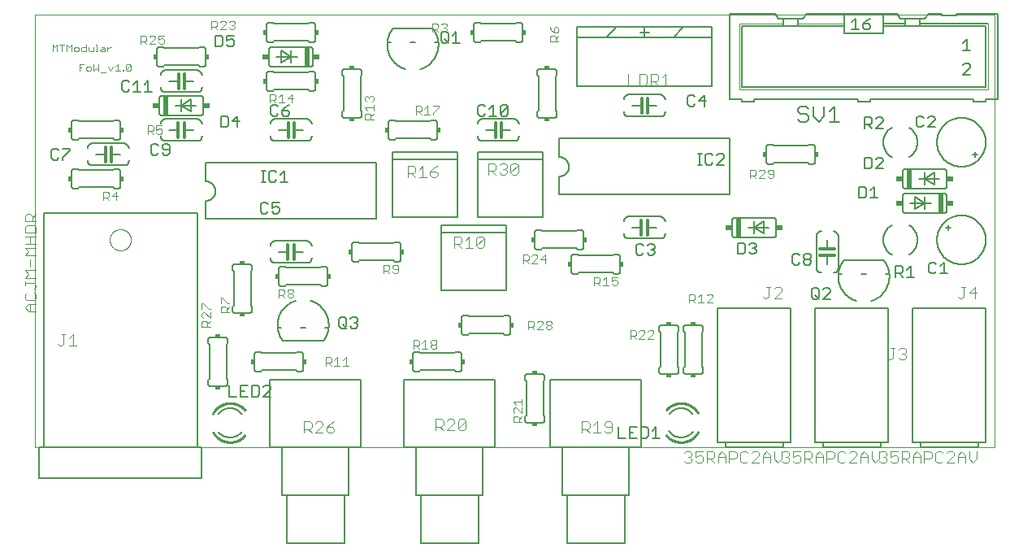
<source format=gto>
G75*
%MOIN*%
%OFA0B0*%
%FSLAX25Y25*%
%IPPOS*%
%LPD*%
%AMOC8*
5,1,8,0,0,1.08239X$1,22.5*
%
%ADD10C,0.00000*%
%ADD11C,0.00300*%
%ADD12C,0.00600*%
%ADD13C,0.00500*%
%ADD14C,0.01200*%
%ADD15R,0.02000X0.08000*%
%ADD16R,0.02500X0.02000*%
%ADD17C,0.00400*%
%ADD18C,0.01000*%
%ADD19R,0.01500X0.02000*%
%ADD20R,0.02000X0.01500*%
%ADD21C,0.00200*%
%ADD22C,0.00700*%
D10*
X0007370Y0040620D02*
X0007370Y0217785D01*
X0401071Y0217785D01*
X0401071Y0040620D01*
X0007370Y0040620D01*
X0038039Y0125581D02*
X0038041Y0125712D01*
X0038047Y0125844D01*
X0038057Y0125975D01*
X0038071Y0126106D01*
X0038089Y0126236D01*
X0038111Y0126365D01*
X0038136Y0126494D01*
X0038166Y0126622D01*
X0038200Y0126749D01*
X0038237Y0126876D01*
X0038278Y0127000D01*
X0038323Y0127124D01*
X0038372Y0127246D01*
X0038424Y0127367D01*
X0038480Y0127485D01*
X0038540Y0127603D01*
X0038603Y0127718D01*
X0038670Y0127831D01*
X0038740Y0127943D01*
X0038813Y0128052D01*
X0038889Y0128158D01*
X0038969Y0128263D01*
X0039052Y0128365D01*
X0039138Y0128464D01*
X0039227Y0128561D01*
X0039319Y0128655D01*
X0039414Y0128746D01*
X0039511Y0128835D01*
X0039611Y0128920D01*
X0039714Y0129002D01*
X0039819Y0129081D01*
X0039926Y0129157D01*
X0040036Y0129229D01*
X0040148Y0129298D01*
X0040262Y0129364D01*
X0040377Y0129426D01*
X0040495Y0129485D01*
X0040614Y0129540D01*
X0040735Y0129592D01*
X0040858Y0129639D01*
X0040982Y0129683D01*
X0041107Y0129724D01*
X0041233Y0129760D01*
X0041361Y0129793D01*
X0041489Y0129821D01*
X0041618Y0129846D01*
X0041748Y0129867D01*
X0041878Y0129884D01*
X0042009Y0129897D01*
X0042140Y0129906D01*
X0042271Y0129911D01*
X0042403Y0129912D01*
X0042534Y0129909D01*
X0042666Y0129902D01*
X0042797Y0129891D01*
X0042927Y0129876D01*
X0043057Y0129857D01*
X0043187Y0129834D01*
X0043315Y0129808D01*
X0043443Y0129777D01*
X0043570Y0129742D01*
X0043696Y0129704D01*
X0043820Y0129662D01*
X0043944Y0129616D01*
X0044065Y0129566D01*
X0044185Y0129513D01*
X0044304Y0129456D01*
X0044421Y0129396D01*
X0044535Y0129332D01*
X0044648Y0129264D01*
X0044759Y0129193D01*
X0044868Y0129119D01*
X0044974Y0129042D01*
X0045078Y0128961D01*
X0045179Y0128878D01*
X0045278Y0128791D01*
X0045374Y0128701D01*
X0045467Y0128608D01*
X0045558Y0128513D01*
X0045645Y0128415D01*
X0045730Y0128314D01*
X0045811Y0128211D01*
X0045889Y0128105D01*
X0045964Y0127997D01*
X0046036Y0127887D01*
X0046104Y0127775D01*
X0046169Y0127661D01*
X0046230Y0127544D01*
X0046288Y0127426D01*
X0046342Y0127306D01*
X0046393Y0127185D01*
X0046440Y0127062D01*
X0046483Y0126938D01*
X0046522Y0126813D01*
X0046558Y0126686D01*
X0046589Y0126558D01*
X0046617Y0126430D01*
X0046641Y0126301D01*
X0046661Y0126171D01*
X0046677Y0126040D01*
X0046689Y0125909D01*
X0046697Y0125778D01*
X0046701Y0125647D01*
X0046701Y0125515D01*
X0046697Y0125384D01*
X0046689Y0125253D01*
X0046677Y0125122D01*
X0046661Y0124991D01*
X0046641Y0124861D01*
X0046617Y0124732D01*
X0046589Y0124604D01*
X0046558Y0124476D01*
X0046522Y0124349D01*
X0046483Y0124224D01*
X0046440Y0124100D01*
X0046393Y0123977D01*
X0046342Y0123856D01*
X0046288Y0123736D01*
X0046230Y0123618D01*
X0046169Y0123501D01*
X0046104Y0123387D01*
X0046036Y0123275D01*
X0045964Y0123165D01*
X0045889Y0123057D01*
X0045811Y0122951D01*
X0045730Y0122848D01*
X0045645Y0122747D01*
X0045558Y0122649D01*
X0045467Y0122554D01*
X0045374Y0122461D01*
X0045278Y0122371D01*
X0045179Y0122284D01*
X0045078Y0122201D01*
X0044974Y0122120D01*
X0044868Y0122043D01*
X0044759Y0121969D01*
X0044648Y0121898D01*
X0044536Y0121830D01*
X0044421Y0121766D01*
X0044304Y0121706D01*
X0044185Y0121649D01*
X0044065Y0121596D01*
X0043944Y0121546D01*
X0043820Y0121500D01*
X0043696Y0121458D01*
X0043570Y0121420D01*
X0043443Y0121385D01*
X0043315Y0121354D01*
X0043187Y0121328D01*
X0043057Y0121305D01*
X0042927Y0121286D01*
X0042797Y0121271D01*
X0042666Y0121260D01*
X0042534Y0121253D01*
X0042403Y0121250D01*
X0042271Y0121251D01*
X0042140Y0121256D01*
X0042009Y0121265D01*
X0041878Y0121278D01*
X0041748Y0121295D01*
X0041618Y0121316D01*
X0041489Y0121341D01*
X0041361Y0121369D01*
X0041233Y0121402D01*
X0041107Y0121438D01*
X0040982Y0121479D01*
X0040858Y0121523D01*
X0040735Y0121570D01*
X0040614Y0121622D01*
X0040495Y0121677D01*
X0040377Y0121736D01*
X0040262Y0121798D01*
X0040148Y0121864D01*
X0040036Y0121933D01*
X0039926Y0122005D01*
X0039819Y0122081D01*
X0039714Y0122160D01*
X0039611Y0122242D01*
X0039511Y0122327D01*
X0039414Y0122416D01*
X0039319Y0122507D01*
X0039227Y0122601D01*
X0039138Y0122698D01*
X0039052Y0122797D01*
X0038969Y0122899D01*
X0038889Y0123004D01*
X0038813Y0123110D01*
X0038740Y0123219D01*
X0038670Y0123331D01*
X0038603Y0123444D01*
X0038540Y0123559D01*
X0038480Y0123677D01*
X0038424Y0123795D01*
X0038372Y0123916D01*
X0038323Y0124038D01*
X0038278Y0124162D01*
X0038237Y0124286D01*
X0038200Y0124413D01*
X0038166Y0124540D01*
X0038136Y0124668D01*
X0038111Y0124797D01*
X0038089Y0124926D01*
X0038071Y0125056D01*
X0038057Y0125187D01*
X0038047Y0125318D01*
X0038041Y0125450D01*
X0038039Y0125581D01*
D11*
X0036295Y0194286D02*
X0034360Y0194286D01*
X0033348Y0194770D02*
X0032381Y0195738D01*
X0031413Y0194770D01*
X0031413Y0197673D01*
X0030402Y0196221D02*
X0029918Y0196705D01*
X0028950Y0196705D01*
X0028467Y0196221D01*
X0028467Y0195254D01*
X0028950Y0194770D01*
X0029918Y0194770D01*
X0030402Y0195254D01*
X0030402Y0196221D01*
X0033348Y0194770D02*
X0033348Y0197673D01*
X0037306Y0196705D02*
X0038274Y0194770D01*
X0039241Y0196705D01*
X0040253Y0196705D02*
X0041220Y0197673D01*
X0041220Y0194770D01*
X0040253Y0194770D02*
X0042188Y0194770D01*
X0043199Y0194770D02*
X0043683Y0194770D01*
X0043683Y0195254D01*
X0043199Y0195254D01*
X0043199Y0194770D01*
X0044672Y0195254D02*
X0046607Y0197189D01*
X0046607Y0195254D01*
X0046124Y0194770D01*
X0045156Y0194770D01*
X0044672Y0195254D01*
X0044672Y0197189D01*
X0045156Y0197673D01*
X0046124Y0197673D01*
X0046607Y0197189D01*
X0037110Y0202770D02*
X0037110Y0204705D01*
X0037110Y0203738D02*
X0038078Y0204705D01*
X0038561Y0204705D01*
X0036099Y0204221D02*
X0036099Y0202770D01*
X0034647Y0202770D01*
X0034164Y0203254D01*
X0034647Y0203738D01*
X0036099Y0203738D01*
X0036099Y0204221D02*
X0035615Y0204705D01*
X0034647Y0204705D01*
X0032683Y0205673D02*
X0032683Y0202770D01*
X0032199Y0202770D02*
X0033167Y0202770D01*
X0031188Y0202770D02*
X0031188Y0204705D01*
X0032199Y0205673D02*
X0032683Y0205673D01*
X0031188Y0202770D02*
X0029736Y0202770D01*
X0029253Y0203254D01*
X0029253Y0204705D01*
X0028241Y0204705D02*
X0026790Y0204705D01*
X0026306Y0204221D01*
X0026306Y0203254D01*
X0026790Y0202770D01*
X0028241Y0202770D01*
X0028241Y0205673D01*
X0025295Y0204221D02*
X0024811Y0204705D01*
X0023843Y0204705D01*
X0023360Y0204221D01*
X0023360Y0203254D01*
X0023843Y0202770D01*
X0024811Y0202770D01*
X0025295Y0203254D01*
X0025295Y0204221D01*
X0022348Y0202770D02*
X0022348Y0205673D01*
X0021381Y0204705D01*
X0020413Y0205673D01*
X0020413Y0202770D01*
X0018434Y0202770D02*
X0018434Y0205673D01*
X0017467Y0205673D02*
X0019402Y0205673D01*
X0016455Y0205673D02*
X0016455Y0202770D01*
X0014520Y0202770D02*
X0014520Y0205673D01*
X0015488Y0204705D01*
X0016455Y0205673D01*
X0025520Y0197673D02*
X0027455Y0197673D01*
X0026488Y0196221D02*
X0025520Y0196221D01*
X0025520Y0194770D02*
X0025520Y0197673D01*
D12*
X0057370Y0197620D02*
X0057370Y0203620D01*
X0057372Y0203680D01*
X0057377Y0203741D01*
X0057386Y0203800D01*
X0057399Y0203859D01*
X0057415Y0203918D01*
X0057435Y0203975D01*
X0057458Y0204030D01*
X0057485Y0204085D01*
X0057514Y0204137D01*
X0057547Y0204188D01*
X0057583Y0204237D01*
X0057621Y0204283D01*
X0057663Y0204327D01*
X0057707Y0204369D01*
X0057753Y0204407D01*
X0057802Y0204443D01*
X0057853Y0204476D01*
X0057905Y0204505D01*
X0057960Y0204532D01*
X0058015Y0204555D01*
X0058072Y0204575D01*
X0058131Y0204591D01*
X0058190Y0204604D01*
X0058249Y0204613D01*
X0058310Y0204618D01*
X0058370Y0204620D01*
X0059870Y0204620D01*
X0060370Y0204120D01*
X0074370Y0204120D01*
X0074870Y0204620D01*
X0076370Y0204620D01*
X0076430Y0204618D01*
X0076491Y0204613D01*
X0076550Y0204604D01*
X0076609Y0204591D01*
X0076668Y0204575D01*
X0076725Y0204555D01*
X0076780Y0204532D01*
X0076835Y0204505D01*
X0076887Y0204476D01*
X0076938Y0204443D01*
X0076987Y0204407D01*
X0077033Y0204369D01*
X0077077Y0204327D01*
X0077119Y0204283D01*
X0077157Y0204237D01*
X0077193Y0204188D01*
X0077226Y0204137D01*
X0077255Y0204085D01*
X0077282Y0204030D01*
X0077305Y0203975D01*
X0077325Y0203918D01*
X0077341Y0203859D01*
X0077354Y0203800D01*
X0077363Y0203741D01*
X0077368Y0203680D01*
X0077370Y0203620D01*
X0077370Y0197620D01*
X0077368Y0197560D01*
X0077363Y0197499D01*
X0077354Y0197440D01*
X0077341Y0197381D01*
X0077325Y0197322D01*
X0077305Y0197265D01*
X0077282Y0197210D01*
X0077255Y0197155D01*
X0077226Y0197103D01*
X0077193Y0197052D01*
X0077157Y0197003D01*
X0077119Y0196957D01*
X0077077Y0196913D01*
X0077033Y0196871D01*
X0076987Y0196833D01*
X0076938Y0196797D01*
X0076887Y0196764D01*
X0076835Y0196735D01*
X0076780Y0196708D01*
X0076725Y0196685D01*
X0076668Y0196665D01*
X0076609Y0196649D01*
X0076550Y0196636D01*
X0076491Y0196627D01*
X0076430Y0196622D01*
X0076370Y0196620D01*
X0074870Y0196620D01*
X0074370Y0197120D01*
X0060370Y0197120D01*
X0059870Y0196620D01*
X0058370Y0196620D01*
X0058310Y0196622D01*
X0058249Y0196627D01*
X0058190Y0196636D01*
X0058131Y0196649D01*
X0058072Y0196665D01*
X0058015Y0196685D01*
X0057960Y0196708D01*
X0057905Y0196735D01*
X0057853Y0196764D01*
X0057802Y0196797D01*
X0057753Y0196833D01*
X0057707Y0196871D01*
X0057663Y0196913D01*
X0057621Y0196957D01*
X0057583Y0197003D01*
X0057547Y0197052D01*
X0057514Y0197103D01*
X0057485Y0197155D01*
X0057458Y0197210D01*
X0057435Y0197265D01*
X0057415Y0197322D01*
X0057399Y0197381D01*
X0057386Y0197440D01*
X0057377Y0197499D01*
X0057372Y0197560D01*
X0057370Y0197620D01*
X0060870Y0195120D02*
X0073870Y0195120D01*
X0073957Y0195118D01*
X0074044Y0195112D01*
X0074131Y0195103D01*
X0074217Y0195090D01*
X0074303Y0195073D01*
X0074388Y0195052D01*
X0074471Y0195027D01*
X0074554Y0194999D01*
X0074635Y0194968D01*
X0074715Y0194933D01*
X0074793Y0194894D01*
X0074870Y0194852D01*
X0074945Y0194807D01*
X0075017Y0194758D01*
X0075088Y0194707D01*
X0075156Y0194652D01*
X0075221Y0194595D01*
X0075284Y0194534D01*
X0075345Y0194471D01*
X0075402Y0194406D01*
X0075457Y0194338D01*
X0075508Y0194267D01*
X0075557Y0194195D01*
X0075602Y0194120D01*
X0075644Y0194043D01*
X0075683Y0193965D01*
X0075718Y0193885D01*
X0075749Y0193804D01*
X0075777Y0193721D01*
X0075802Y0193638D01*
X0075823Y0193553D01*
X0075840Y0193467D01*
X0075853Y0193381D01*
X0075862Y0193294D01*
X0075868Y0193207D01*
X0075870Y0193120D01*
X0072370Y0190620D02*
X0068670Y0190620D01*
X0066170Y0190620D02*
X0062370Y0190620D01*
X0058870Y0188120D02*
X0058872Y0188033D01*
X0058878Y0187946D01*
X0058887Y0187859D01*
X0058900Y0187773D01*
X0058917Y0187687D01*
X0058938Y0187602D01*
X0058963Y0187519D01*
X0058991Y0187436D01*
X0059022Y0187355D01*
X0059057Y0187275D01*
X0059096Y0187197D01*
X0059138Y0187120D01*
X0059183Y0187045D01*
X0059232Y0186973D01*
X0059283Y0186902D01*
X0059338Y0186834D01*
X0059395Y0186769D01*
X0059456Y0186706D01*
X0059519Y0186645D01*
X0059584Y0186588D01*
X0059652Y0186533D01*
X0059723Y0186482D01*
X0059795Y0186433D01*
X0059870Y0186388D01*
X0059947Y0186346D01*
X0060025Y0186307D01*
X0060105Y0186272D01*
X0060186Y0186241D01*
X0060269Y0186213D01*
X0060352Y0186188D01*
X0060437Y0186167D01*
X0060523Y0186150D01*
X0060609Y0186137D01*
X0060696Y0186128D01*
X0060783Y0186122D01*
X0060870Y0186120D01*
X0073870Y0186120D01*
X0073957Y0186122D01*
X0074044Y0186128D01*
X0074131Y0186137D01*
X0074217Y0186150D01*
X0074303Y0186167D01*
X0074388Y0186188D01*
X0074471Y0186213D01*
X0074554Y0186241D01*
X0074635Y0186272D01*
X0074715Y0186307D01*
X0074793Y0186346D01*
X0074870Y0186388D01*
X0074945Y0186433D01*
X0075017Y0186482D01*
X0075088Y0186533D01*
X0075156Y0186588D01*
X0075221Y0186645D01*
X0075284Y0186706D01*
X0075345Y0186769D01*
X0075402Y0186834D01*
X0075457Y0186902D01*
X0075508Y0186973D01*
X0075557Y0187045D01*
X0075602Y0187120D01*
X0075644Y0187197D01*
X0075683Y0187275D01*
X0075718Y0187355D01*
X0075749Y0187436D01*
X0075777Y0187519D01*
X0075802Y0187602D01*
X0075823Y0187687D01*
X0075840Y0187773D01*
X0075853Y0187859D01*
X0075862Y0187946D01*
X0075868Y0188033D01*
X0075870Y0188120D01*
X0075370Y0184620D02*
X0059370Y0184620D01*
X0059310Y0184618D01*
X0059249Y0184613D01*
X0059190Y0184604D01*
X0059131Y0184591D01*
X0059072Y0184575D01*
X0059015Y0184555D01*
X0058960Y0184532D01*
X0058905Y0184505D01*
X0058853Y0184476D01*
X0058802Y0184443D01*
X0058753Y0184407D01*
X0058707Y0184369D01*
X0058663Y0184327D01*
X0058621Y0184283D01*
X0058583Y0184237D01*
X0058547Y0184188D01*
X0058514Y0184137D01*
X0058485Y0184085D01*
X0058458Y0184030D01*
X0058435Y0183975D01*
X0058415Y0183918D01*
X0058399Y0183859D01*
X0058386Y0183800D01*
X0058377Y0183741D01*
X0058372Y0183680D01*
X0058370Y0183620D01*
X0058370Y0177620D01*
X0058372Y0177560D01*
X0058377Y0177499D01*
X0058386Y0177440D01*
X0058399Y0177381D01*
X0058415Y0177322D01*
X0058435Y0177265D01*
X0058458Y0177210D01*
X0058485Y0177155D01*
X0058514Y0177103D01*
X0058547Y0177052D01*
X0058583Y0177003D01*
X0058621Y0176957D01*
X0058663Y0176913D01*
X0058707Y0176871D01*
X0058753Y0176833D01*
X0058802Y0176797D01*
X0058853Y0176764D01*
X0058905Y0176735D01*
X0058960Y0176708D01*
X0059015Y0176685D01*
X0059072Y0176665D01*
X0059131Y0176649D01*
X0059190Y0176636D01*
X0059249Y0176627D01*
X0059310Y0176622D01*
X0059370Y0176620D01*
X0075370Y0176620D01*
X0075430Y0176622D01*
X0075491Y0176627D01*
X0075550Y0176636D01*
X0075609Y0176649D01*
X0075668Y0176665D01*
X0075725Y0176685D01*
X0075780Y0176708D01*
X0075835Y0176735D01*
X0075887Y0176764D01*
X0075938Y0176797D01*
X0075987Y0176833D01*
X0076033Y0176871D01*
X0076077Y0176913D01*
X0076119Y0176957D01*
X0076157Y0177003D01*
X0076193Y0177052D01*
X0076226Y0177103D01*
X0076255Y0177155D01*
X0076282Y0177210D01*
X0076305Y0177265D01*
X0076325Y0177322D01*
X0076341Y0177381D01*
X0076354Y0177440D01*
X0076363Y0177499D01*
X0076368Y0177560D01*
X0076370Y0177620D01*
X0076370Y0183620D01*
X0076368Y0183680D01*
X0076363Y0183741D01*
X0076354Y0183800D01*
X0076341Y0183859D01*
X0076325Y0183918D01*
X0076305Y0183975D01*
X0076282Y0184030D01*
X0076255Y0184085D01*
X0076226Y0184137D01*
X0076193Y0184188D01*
X0076157Y0184237D01*
X0076119Y0184283D01*
X0076077Y0184327D01*
X0076033Y0184369D01*
X0075987Y0184407D01*
X0075938Y0184443D01*
X0075887Y0184476D01*
X0075835Y0184505D01*
X0075780Y0184532D01*
X0075725Y0184555D01*
X0075668Y0184575D01*
X0075609Y0184591D01*
X0075550Y0184604D01*
X0075491Y0184613D01*
X0075430Y0184618D01*
X0075370Y0184620D01*
X0071370Y0183120D02*
X0067370Y0180620D01*
X0067370Y0178120D01*
X0067370Y0180620D02*
X0067370Y0183120D01*
X0067370Y0180620D02*
X0073370Y0180620D01*
X0071370Y0178120D02*
X0067370Y0180620D01*
X0064870Y0180620D01*
X0071370Y0183120D02*
X0071370Y0178120D01*
X0073870Y0175120D02*
X0060870Y0175120D01*
X0060783Y0175118D01*
X0060696Y0175112D01*
X0060609Y0175103D01*
X0060523Y0175090D01*
X0060437Y0175073D01*
X0060352Y0175052D01*
X0060269Y0175027D01*
X0060186Y0174999D01*
X0060105Y0174968D01*
X0060025Y0174933D01*
X0059947Y0174894D01*
X0059870Y0174852D01*
X0059795Y0174807D01*
X0059723Y0174758D01*
X0059652Y0174707D01*
X0059584Y0174652D01*
X0059519Y0174595D01*
X0059456Y0174534D01*
X0059395Y0174471D01*
X0059338Y0174406D01*
X0059283Y0174338D01*
X0059232Y0174267D01*
X0059183Y0174195D01*
X0059138Y0174120D01*
X0059096Y0174043D01*
X0059057Y0173965D01*
X0059022Y0173885D01*
X0058991Y0173804D01*
X0058963Y0173721D01*
X0058938Y0173638D01*
X0058917Y0173553D01*
X0058900Y0173467D01*
X0058887Y0173381D01*
X0058878Y0173294D01*
X0058872Y0173207D01*
X0058870Y0173120D01*
X0062370Y0170620D02*
X0066070Y0170620D01*
X0068570Y0170620D02*
X0072370Y0170620D01*
X0075870Y0168120D02*
X0075868Y0168033D01*
X0075862Y0167946D01*
X0075853Y0167859D01*
X0075840Y0167773D01*
X0075823Y0167687D01*
X0075802Y0167602D01*
X0075777Y0167519D01*
X0075749Y0167436D01*
X0075718Y0167355D01*
X0075683Y0167275D01*
X0075644Y0167197D01*
X0075602Y0167120D01*
X0075557Y0167045D01*
X0075508Y0166973D01*
X0075457Y0166902D01*
X0075402Y0166834D01*
X0075345Y0166769D01*
X0075284Y0166706D01*
X0075221Y0166645D01*
X0075156Y0166588D01*
X0075088Y0166533D01*
X0075017Y0166482D01*
X0074945Y0166433D01*
X0074870Y0166388D01*
X0074793Y0166346D01*
X0074715Y0166307D01*
X0074635Y0166272D01*
X0074554Y0166241D01*
X0074471Y0166213D01*
X0074388Y0166188D01*
X0074303Y0166167D01*
X0074217Y0166150D01*
X0074131Y0166137D01*
X0074044Y0166128D01*
X0073957Y0166122D01*
X0073870Y0166120D01*
X0060870Y0166120D01*
X0060783Y0166122D01*
X0060696Y0166128D01*
X0060609Y0166137D01*
X0060523Y0166150D01*
X0060437Y0166167D01*
X0060352Y0166188D01*
X0060269Y0166213D01*
X0060186Y0166241D01*
X0060105Y0166272D01*
X0060025Y0166307D01*
X0059947Y0166346D01*
X0059870Y0166388D01*
X0059795Y0166433D01*
X0059723Y0166482D01*
X0059652Y0166533D01*
X0059584Y0166588D01*
X0059519Y0166645D01*
X0059456Y0166706D01*
X0059395Y0166769D01*
X0059338Y0166834D01*
X0059283Y0166902D01*
X0059232Y0166973D01*
X0059183Y0167045D01*
X0059138Y0167120D01*
X0059096Y0167197D01*
X0059057Y0167275D01*
X0059022Y0167355D01*
X0058991Y0167436D01*
X0058963Y0167519D01*
X0058938Y0167602D01*
X0058917Y0167687D01*
X0058900Y0167773D01*
X0058887Y0167859D01*
X0058878Y0167946D01*
X0058872Y0168033D01*
X0058870Y0168120D01*
X0043870Y0165120D02*
X0030870Y0165120D01*
X0030783Y0165118D01*
X0030696Y0165112D01*
X0030609Y0165103D01*
X0030523Y0165090D01*
X0030437Y0165073D01*
X0030352Y0165052D01*
X0030269Y0165027D01*
X0030186Y0164999D01*
X0030105Y0164968D01*
X0030025Y0164933D01*
X0029947Y0164894D01*
X0029870Y0164852D01*
X0029795Y0164807D01*
X0029723Y0164758D01*
X0029652Y0164707D01*
X0029584Y0164652D01*
X0029519Y0164595D01*
X0029456Y0164534D01*
X0029395Y0164471D01*
X0029338Y0164406D01*
X0029283Y0164338D01*
X0029232Y0164267D01*
X0029183Y0164195D01*
X0029138Y0164120D01*
X0029096Y0164043D01*
X0029057Y0163965D01*
X0029022Y0163885D01*
X0028991Y0163804D01*
X0028963Y0163721D01*
X0028938Y0163638D01*
X0028917Y0163553D01*
X0028900Y0163467D01*
X0028887Y0163381D01*
X0028878Y0163294D01*
X0028872Y0163207D01*
X0028870Y0163120D01*
X0032370Y0160620D02*
X0036170Y0160620D01*
X0038670Y0160620D02*
X0042370Y0160620D01*
X0045870Y0163120D02*
X0045868Y0163207D01*
X0045862Y0163294D01*
X0045853Y0163381D01*
X0045840Y0163467D01*
X0045823Y0163553D01*
X0045802Y0163638D01*
X0045777Y0163721D01*
X0045749Y0163804D01*
X0045718Y0163885D01*
X0045683Y0163965D01*
X0045644Y0164043D01*
X0045602Y0164120D01*
X0045557Y0164195D01*
X0045508Y0164267D01*
X0045457Y0164338D01*
X0045402Y0164406D01*
X0045345Y0164471D01*
X0045284Y0164534D01*
X0045221Y0164595D01*
X0045156Y0164652D01*
X0045088Y0164707D01*
X0045017Y0164758D01*
X0044945Y0164807D01*
X0044870Y0164852D01*
X0044793Y0164894D01*
X0044715Y0164933D01*
X0044635Y0164968D01*
X0044554Y0164999D01*
X0044471Y0165027D01*
X0044388Y0165052D01*
X0044303Y0165073D01*
X0044217Y0165090D01*
X0044131Y0165103D01*
X0044044Y0165112D01*
X0043957Y0165118D01*
X0043870Y0165120D01*
X0041370Y0166620D02*
X0039870Y0166620D01*
X0039370Y0167120D01*
X0025370Y0167120D01*
X0024870Y0166620D01*
X0023370Y0166620D01*
X0023310Y0166622D01*
X0023249Y0166627D01*
X0023190Y0166636D01*
X0023131Y0166649D01*
X0023072Y0166665D01*
X0023015Y0166685D01*
X0022960Y0166708D01*
X0022905Y0166735D01*
X0022853Y0166764D01*
X0022802Y0166797D01*
X0022753Y0166833D01*
X0022707Y0166871D01*
X0022663Y0166913D01*
X0022621Y0166957D01*
X0022583Y0167003D01*
X0022547Y0167052D01*
X0022514Y0167103D01*
X0022485Y0167155D01*
X0022458Y0167210D01*
X0022435Y0167265D01*
X0022415Y0167322D01*
X0022399Y0167381D01*
X0022386Y0167440D01*
X0022377Y0167499D01*
X0022372Y0167560D01*
X0022370Y0167620D01*
X0022370Y0173620D01*
X0022372Y0173680D01*
X0022377Y0173741D01*
X0022386Y0173800D01*
X0022399Y0173859D01*
X0022415Y0173918D01*
X0022435Y0173975D01*
X0022458Y0174030D01*
X0022485Y0174085D01*
X0022514Y0174137D01*
X0022547Y0174188D01*
X0022583Y0174237D01*
X0022621Y0174283D01*
X0022663Y0174327D01*
X0022707Y0174369D01*
X0022753Y0174407D01*
X0022802Y0174443D01*
X0022853Y0174476D01*
X0022905Y0174505D01*
X0022960Y0174532D01*
X0023015Y0174555D01*
X0023072Y0174575D01*
X0023131Y0174591D01*
X0023190Y0174604D01*
X0023249Y0174613D01*
X0023310Y0174618D01*
X0023370Y0174620D01*
X0024870Y0174620D01*
X0025370Y0174120D01*
X0039370Y0174120D01*
X0039870Y0174620D01*
X0041370Y0174620D01*
X0041430Y0174618D01*
X0041491Y0174613D01*
X0041550Y0174604D01*
X0041609Y0174591D01*
X0041668Y0174575D01*
X0041725Y0174555D01*
X0041780Y0174532D01*
X0041835Y0174505D01*
X0041887Y0174476D01*
X0041938Y0174443D01*
X0041987Y0174407D01*
X0042033Y0174369D01*
X0042077Y0174327D01*
X0042119Y0174283D01*
X0042157Y0174237D01*
X0042193Y0174188D01*
X0042226Y0174137D01*
X0042255Y0174085D01*
X0042282Y0174030D01*
X0042305Y0173975D01*
X0042325Y0173918D01*
X0042341Y0173859D01*
X0042354Y0173800D01*
X0042363Y0173741D01*
X0042368Y0173680D01*
X0042370Y0173620D01*
X0042370Y0167620D01*
X0042368Y0167560D01*
X0042363Y0167499D01*
X0042354Y0167440D01*
X0042341Y0167381D01*
X0042325Y0167322D01*
X0042305Y0167265D01*
X0042282Y0167210D01*
X0042255Y0167155D01*
X0042226Y0167103D01*
X0042193Y0167052D01*
X0042157Y0167003D01*
X0042119Y0166957D01*
X0042077Y0166913D01*
X0042033Y0166871D01*
X0041987Y0166833D01*
X0041938Y0166797D01*
X0041887Y0166764D01*
X0041835Y0166735D01*
X0041780Y0166708D01*
X0041725Y0166685D01*
X0041668Y0166665D01*
X0041609Y0166649D01*
X0041550Y0166636D01*
X0041491Y0166627D01*
X0041430Y0166622D01*
X0041370Y0166620D01*
X0045870Y0158120D02*
X0045868Y0158033D01*
X0045862Y0157946D01*
X0045853Y0157859D01*
X0045840Y0157773D01*
X0045823Y0157687D01*
X0045802Y0157602D01*
X0045777Y0157519D01*
X0045749Y0157436D01*
X0045718Y0157355D01*
X0045683Y0157275D01*
X0045644Y0157197D01*
X0045602Y0157120D01*
X0045557Y0157045D01*
X0045508Y0156973D01*
X0045457Y0156902D01*
X0045402Y0156834D01*
X0045345Y0156769D01*
X0045284Y0156706D01*
X0045221Y0156645D01*
X0045156Y0156588D01*
X0045088Y0156533D01*
X0045017Y0156482D01*
X0044945Y0156433D01*
X0044870Y0156388D01*
X0044793Y0156346D01*
X0044715Y0156307D01*
X0044635Y0156272D01*
X0044554Y0156241D01*
X0044471Y0156213D01*
X0044388Y0156188D01*
X0044303Y0156167D01*
X0044217Y0156150D01*
X0044131Y0156137D01*
X0044044Y0156128D01*
X0043957Y0156122D01*
X0043870Y0156120D01*
X0030870Y0156120D01*
X0030783Y0156122D01*
X0030696Y0156128D01*
X0030609Y0156137D01*
X0030523Y0156150D01*
X0030437Y0156167D01*
X0030352Y0156188D01*
X0030269Y0156213D01*
X0030186Y0156241D01*
X0030105Y0156272D01*
X0030025Y0156307D01*
X0029947Y0156346D01*
X0029870Y0156388D01*
X0029795Y0156433D01*
X0029723Y0156482D01*
X0029652Y0156533D01*
X0029584Y0156588D01*
X0029519Y0156645D01*
X0029456Y0156706D01*
X0029395Y0156769D01*
X0029338Y0156834D01*
X0029283Y0156902D01*
X0029232Y0156973D01*
X0029183Y0157045D01*
X0029138Y0157120D01*
X0029096Y0157197D01*
X0029057Y0157275D01*
X0029022Y0157355D01*
X0028991Y0157436D01*
X0028963Y0157519D01*
X0028938Y0157602D01*
X0028917Y0157687D01*
X0028900Y0157773D01*
X0028887Y0157859D01*
X0028878Y0157946D01*
X0028872Y0158033D01*
X0028870Y0158120D01*
X0024870Y0154620D02*
X0023370Y0154620D01*
X0023310Y0154618D01*
X0023249Y0154613D01*
X0023190Y0154604D01*
X0023131Y0154591D01*
X0023072Y0154575D01*
X0023015Y0154555D01*
X0022960Y0154532D01*
X0022905Y0154505D01*
X0022853Y0154476D01*
X0022802Y0154443D01*
X0022753Y0154407D01*
X0022707Y0154369D01*
X0022663Y0154327D01*
X0022621Y0154283D01*
X0022583Y0154237D01*
X0022547Y0154188D01*
X0022514Y0154137D01*
X0022485Y0154085D01*
X0022458Y0154030D01*
X0022435Y0153975D01*
X0022415Y0153918D01*
X0022399Y0153859D01*
X0022386Y0153800D01*
X0022377Y0153741D01*
X0022372Y0153680D01*
X0022370Y0153620D01*
X0022370Y0147620D01*
X0022372Y0147560D01*
X0022377Y0147499D01*
X0022386Y0147440D01*
X0022399Y0147381D01*
X0022415Y0147322D01*
X0022435Y0147265D01*
X0022458Y0147210D01*
X0022485Y0147155D01*
X0022514Y0147103D01*
X0022547Y0147052D01*
X0022583Y0147003D01*
X0022621Y0146957D01*
X0022663Y0146913D01*
X0022707Y0146871D01*
X0022753Y0146833D01*
X0022802Y0146797D01*
X0022853Y0146764D01*
X0022905Y0146735D01*
X0022960Y0146708D01*
X0023015Y0146685D01*
X0023072Y0146665D01*
X0023131Y0146649D01*
X0023190Y0146636D01*
X0023249Y0146627D01*
X0023310Y0146622D01*
X0023370Y0146620D01*
X0024870Y0146620D01*
X0025370Y0147120D01*
X0039370Y0147120D01*
X0039870Y0146620D01*
X0041370Y0146620D01*
X0041430Y0146622D01*
X0041491Y0146627D01*
X0041550Y0146636D01*
X0041609Y0146649D01*
X0041668Y0146665D01*
X0041725Y0146685D01*
X0041780Y0146708D01*
X0041835Y0146735D01*
X0041887Y0146764D01*
X0041938Y0146797D01*
X0041987Y0146833D01*
X0042033Y0146871D01*
X0042077Y0146913D01*
X0042119Y0146957D01*
X0042157Y0147003D01*
X0042193Y0147052D01*
X0042226Y0147103D01*
X0042255Y0147155D01*
X0042282Y0147210D01*
X0042305Y0147265D01*
X0042325Y0147322D01*
X0042341Y0147381D01*
X0042354Y0147440D01*
X0042363Y0147499D01*
X0042368Y0147560D01*
X0042370Y0147620D01*
X0042370Y0153620D01*
X0042368Y0153680D01*
X0042363Y0153741D01*
X0042354Y0153800D01*
X0042341Y0153859D01*
X0042325Y0153918D01*
X0042305Y0153975D01*
X0042282Y0154030D01*
X0042255Y0154085D01*
X0042226Y0154137D01*
X0042193Y0154188D01*
X0042157Y0154237D01*
X0042119Y0154283D01*
X0042077Y0154327D01*
X0042033Y0154369D01*
X0041987Y0154407D01*
X0041938Y0154443D01*
X0041887Y0154476D01*
X0041835Y0154505D01*
X0041780Y0154532D01*
X0041725Y0154555D01*
X0041668Y0154575D01*
X0041609Y0154591D01*
X0041550Y0154604D01*
X0041491Y0154613D01*
X0041430Y0154618D01*
X0041370Y0154620D01*
X0039870Y0154620D01*
X0039370Y0154120D01*
X0025370Y0154120D01*
X0024870Y0154620D01*
X0073870Y0175120D02*
X0073957Y0175118D01*
X0074044Y0175112D01*
X0074131Y0175103D01*
X0074217Y0175090D01*
X0074303Y0175073D01*
X0074388Y0175052D01*
X0074471Y0175027D01*
X0074554Y0174999D01*
X0074635Y0174968D01*
X0074715Y0174933D01*
X0074793Y0174894D01*
X0074870Y0174852D01*
X0074945Y0174807D01*
X0075017Y0174758D01*
X0075088Y0174707D01*
X0075156Y0174652D01*
X0075221Y0174595D01*
X0075284Y0174534D01*
X0075345Y0174471D01*
X0075402Y0174406D01*
X0075457Y0174338D01*
X0075508Y0174267D01*
X0075557Y0174195D01*
X0075602Y0174120D01*
X0075644Y0174043D01*
X0075683Y0173965D01*
X0075718Y0173885D01*
X0075749Y0173804D01*
X0075777Y0173721D01*
X0075802Y0173638D01*
X0075823Y0173553D01*
X0075840Y0173467D01*
X0075853Y0173381D01*
X0075862Y0173294D01*
X0075868Y0173207D01*
X0075870Y0173120D01*
X0103370Y0186620D02*
X0104870Y0186620D01*
X0105370Y0187120D01*
X0119370Y0187120D01*
X0119870Y0186620D01*
X0121370Y0186620D01*
X0121430Y0186622D01*
X0121491Y0186627D01*
X0121550Y0186636D01*
X0121609Y0186649D01*
X0121668Y0186665D01*
X0121725Y0186685D01*
X0121780Y0186708D01*
X0121835Y0186735D01*
X0121887Y0186764D01*
X0121938Y0186797D01*
X0121987Y0186833D01*
X0122033Y0186871D01*
X0122077Y0186913D01*
X0122119Y0186957D01*
X0122157Y0187003D01*
X0122193Y0187052D01*
X0122226Y0187103D01*
X0122255Y0187155D01*
X0122282Y0187210D01*
X0122305Y0187265D01*
X0122325Y0187322D01*
X0122341Y0187381D01*
X0122354Y0187440D01*
X0122363Y0187499D01*
X0122368Y0187560D01*
X0122370Y0187620D01*
X0122370Y0193620D01*
X0122368Y0193680D01*
X0122363Y0193741D01*
X0122354Y0193800D01*
X0122341Y0193859D01*
X0122325Y0193918D01*
X0122305Y0193975D01*
X0122282Y0194030D01*
X0122255Y0194085D01*
X0122226Y0194137D01*
X0122193Y0194188D01*
X0122157Y0194237D01*
X0122119Y0194283D01*
X0122077Y0194327D01*
X0122033Y0194369D01*
X0121987Y0194407D01*
X0121938Y0194443D01*
X0121887Y0194476D01*
X0121835Y0194505D01*
X0121780Y0194532D01*
X0121725Y0194555D01*
X0121668Y0194575D01*
X0121609Y0194591D01*
X0121550Y0194604D01*
X0121491Y0194613D01*
X0121430Y0194618D01*
X0121370Y0194620D01*
X0119870Y0194620D01*
X0119370Y0194120D01*
X0105370Y0194120D01*
X0104870Y0194620D01*
X0103370Y0194620D01*
X0103310Y0194618D01*
X0103249Y0194613D01*
X0103190Y0194604D01*
X0103131Y0194591D01*
X0103072Y0194575D01*
X0103015Y0194555D01*
X0102960Y0194532D01*
X0102905Y0194505D01*
X0102853Y0194476D01*
X0102802Y0194443D01*
X0102753Y0194407D01*
X0102707Y0194369D01*
X0102663Y0194327D01*
X0102621Y0194283D01*
X0102583Y0194237D01*
X0102547Y0194188D01*
X0102514Y0194137D01*
X0102485Y0194085D01*
X0102458Y0194030D01*
X0102435Y0193975D01*
X0102415Y0193918D01*
X0102399Y0193859D01*
X0102386Y0193800D01*
X0102377Y0193741D01*
X0102372Y0193680D01*
X0102370Y0193620D01*
X0102370Y0187620D01*
X0102372Y0187560D01*
X0102377Y0187499D01*
X0102386Y0187440D01*
X0102399Y0187381D01*
X0102415Y0187322D01*
X0102435Y0187265D01*
X0102458Y0187210D01*
X0102485Y0187155D01*
X0102514Y0187103D01*
X0102547Y0187052D01*
X0102583Y0187003D01*
X0102621Y0186957D01*
X0102663Y0186913D01*
X0102707Y0186871D01*
X0102753Y0186833D01*
X0102802Y0186797D01*
X0102853Y0186764D01*
X0102905Y0186735D01*
X0102960Y0186708D01*
X0103015Y0186685D01*
X0103072Y0186665D01*
X0103131Y0186649D01*
X0103190Y0186636D01*
X0103249Y0186627D01*
X0103310Y0186622D01*
X0103370Y0186620D01*
X0104370Y0196620D02*
X0120370Y0196620D01*
X0120430Y0196622D01*
X0120491Y0196627D01*
X0120550Y0196636D01*
X0120609Y0196649D01*
X0120668Y0196665D01*
X0120725Y0196685D01*
X0120780Y0196708D01*
X0120835Y0196735D01*
X0120887Y0196764D01*
X0120938Y0196797D01*
X0120987Y0196833D01*
X0121033Y0196871D01*
X0121077Y0196913D01*
X0121119Y0196957D01*
X0121157Y0197003D01*
X0121193Y0197052D01*
X0121226Y0197103D01*
X0121255Y0197155D01*
X0121282Y0197210D01*
X0121305Y0197265D01*
X0121325Y0197322D01*
X0121341Y0197381D01*
X0121354Y0197440D01*
X0121363Y0197499D01*
X0121368Y0197560D01*
X0121370Y0197620D01*
X0121370Y0203620D01*
X0121368Y0203680D01*
X0121363Y0203741D01*
X0121354Y0203800D01*
X0121341Y0203859D01*
X0121325Y0203918D01*
X0121305Y0203975D01*
X0121282Y0204030D01*
X0121255Y0204085D01*
X0121226Y0204137D01*
X0121193Y0204188D01*
X0121157Y0204237D01*
X0121119Y0204283D01*
X0121077Y0204327D01*
X0121033Y0204369D01*
X0120987Y0204407D01*
X0120938Y0204443D01*
X0120887Y0204476D01*
X0120835Y0204505D01*
X0120780Y0204532D01*
X0120725Y0204555D01*
X0120668Y0204575D01*
X0120609Y0204591D01*
X0120550Y0204604D01*
X0120491Y0204613D01*
X0120430Y0204618D01*
X0120370Y0204620D01*
X0104370Y0204620D01*
X0104310Y0204618D01*
X0104249Y0204613D01*
X0104190Y0204604D01*
X0104131Y0204591D01*
X0104072Y0204575D01*
X0104015Y0204555D01*
X0103960Y0204532D01*
X0103905Y0204505D01*
X0103853Y0204476D01*
X0103802Y0204443D01*
X0103753Y0204407D01*
X0103707Y0204369D01*
X0103663Y0204327D01*
X0103621Y0204283D01*
X0103583Y0204237D01*
X0103547Y0204188D01*
X0103514Y0204137D01*
X0103485Y0204085D01*
X0103458Y0204030D01*
X0103435Y0203975D01*
X0103415Y0203918D01*
X0103399Y0203859D01*
X0103386Y0203800D01*
X0103377Y0203741D01*
X0103372Y0203680D01*
X0103370Y0203620D01*
X0103370Y0197620D01*
X0103372Y0197560D01*
X0103377Y0197499D01*
X0103386Y0197440D01*
X0103399Y0197381D01*
X0103415Y0197322D01*
X0103435Y0197265D01*
X0103458Y0197210D01*
X0103485Y0197155D01*
X0103514Y0197103D01*
X0103547Y0197052D01*
X0103583Y0197003D01*
X0103621Y0196957D01*
X0103663Y0196913D01*
X0103707Y0196871D01*
X0103753Y0196833D01*
X0103802Y0196797D01*
X0103853Y0196764D01*
X0103905Y0196735D01*
X0103960Y0196708D01*
X0104015Y0196685D01*
X0104072Y0196665D01*
X0104131Y0196649D01*
X0104190Y0196636D01*
X0104249Y0196627D01*
X0104310Y0196622D01*
X0104370Y0196620D01*
X0108370Y0198120D02*
X0112370Y0200620D01*
X0112370Y0203120D01*
X0112370Y0200620D02*
X0106370Y0200620D01*
X0108370Y0198120D02*
X0108370Y0203120D01*
X0112370Y0200620D01*
X0112370Y0198120D01*
X0112370Y0200620D02*
X0114870Y0200620D01*
X0119870Y0206620D02*
X0119370Y0207120D01*
X0105370Y0207120D01*
X0104870Y0206620D01*
X0103370Y0206620D01*
X0103310Y0206622D01*
X0103249Y0206627D01*
X0103190Y0206636D01*
X0103131Y0206649D01*
X0103072Y0206665D01*
X0103015Y0206685D01*
X0102960Y0206708D01*
X0102905Y0206735D01*
X0102853Y0206764D01*
X0102802Y0206797D01*
X0102753Y0206833D01*
X0102707Y0206871D01*
X0102663Y0206913D01*
X0102621Y0206957D01*
X0102583Y0207003D01*
X0102547Y0207052D01*
X0102514Y0207103D01*
X0102485Y0207155D01*
X0102458Y0207210D01*
X0102435Y0207265D01*
X0102415Y0207322D01*
X0102399Y0207381D01*
X0102386Y0207440D01*
X0102377Y0207499D01*
X0102372Y0207560D01*
X0102370Y0207620D01*
X0102370Y0213620D01*
X0102372Y0213680D01*
X0102377Y0213741D01*
X0102386Y0213800D01*
X0102399Y0213859D01*
X0102415Y0213918D01*
X0102435Y0213975D01*
X0102458Y0214030D01*
X0102485Y0214085D01*
X0102514Y0214137D01*
X0102547Y0214188D01*
X0102583Y0214237D01*
X0102621Y0214283D01*
X0102663Y0214327D01*
X0102707Y0214369D01*
X0102753Y0214407D01*
X0102802Y0214443D01*
X0102853Y0214476D01*
X0102905Y0214505D01*
X0102960Y0214532D01*
X0103015Y0214555D01*
X0103072Y0214575D01*
X0103131Y0214591D01*
X0103190Y0214604D01*
X0103249Y0214613D01*
X0103310Y0214618D01*
X0103370Y0214620D01*
X0104870Y0214620D01*
X0105370Y0214120D01*
X0119370Y0214120D01*
X0119870Y0214620D01*
X0121370Y0214620D01*
X0121430Y0214618D01*
X0121491Y0214613D01*
X0121550Y0214604D01*
X0121609Y0214591D01*
X0121668Y0214575D01*
X0121725Y0214555D01*
X0121780Y0214532D01*
X0121835Y0214505D01*
X0121887Y0214476D01*
X0121938Y0214443D01*
X0121987Y0214407D01*
X0122033Y0214369D01*
X0122077Y0214327D01*
X0122119Y0214283D01*
X0122157Y0214237D01*
X0122193Y0214188D01*
X0122226Y0214137D01*
X0122255Y0214085D01*
X0122282Y0214030D01*
X0122305Y0213975D01*
X0122325Y0213918D01*
X0122341Y0213859D01*
X0122354Y0213800D01*
X0122363Y0213741D01*
X0122368Y0213680D01*
X0122370Y0213620D01*
X0122370Y0207620D01*
X0122368Y0207560D01*
X0122363Y0207499D01*
X0122354Y0207440D01*
X0122341Y0207381D01*
X0122325Y0207322D01*
X0122305Y0207265D01*
X0122282Y0207210D01*
X0122255Y0207155D01*
X0122226Y0207103D01*
X0122193Y0207052D01*
X0122157Y0207003D01*
X0122119Y0206957D01*
X0122077Y0206913D01*
X0122033Y0206871D01*
X0121987Y0206833D01*
X0121938Y0206797D01*
X0121887Y0206764D01*
X0121835Y0206735D01*
X0121780Y0206708D01*
X0121725Y0206685D01*
X0121668Y0206665D01*
X0121609Y0206649D01*
X0121550Y0206636D01*
X0121491Y0206627D01*
X0121430Y0206622D01*
X0121370Y0206620D01*
X0119870Y0206620D01*
X0134370Y0195620D02*
X0140370Y0195620D01*
X0140430Y0195618D01*
X0140491Y0195613D01*
X0140550Y0195604D01*
X0140609Y0195591D01*
X0140668Y0195575D01*
X0140725Y0195555D01*
X0140780Y0195532D01*
X0140835Y0195505D01*
X0140887Y0195476D01*
X0140938Y0195443D01*
X0140987Y0195407D01*
X0141033Y0195369D01*
X0141077Y0195327D01*
X0141119Y0195283D01*
X0141157Y0195237D01*
X0141193Y0195188D01*
X0141226Y0195137D01*
X0141255Y0195085D01*
X0141282Y0195030D01*
X0141305Y0194975D01*
X0141325Y0194918D01*
X0141341Y0194859D01*
X0141354Y0194800D01*
X0141363Y0194741D01*
X0141368Y0194680D01*
X0141370Y0194620D01*
X0141370Y0193120D01*
X0140870Y0192620D01*
X0140870Y0178620D01*
X0141370Y0178120D01*
X0141370Y0176620D01*
X0141368Y0176560D01*
X0141363Y0176499D01*
X0141354Y0176440D01*
X0141341Y0176381D01*
X0141325Y0176322D01*
X0141305Y0176265D01*
X0141282Y0176210D01*
X0141255Y0176155D01*
X0141226Y0176103D01*
X0141193Y0176052D01*
X0141157Y0176003D01*
X0141119Y0175957D01*
X0141077Y0175913D01*
X0141033Y0175871D01*
X0140987Y0175833D01*
X0140938Y0175797D01*
X0140887Y0175764D01*
X0140835Y0175735D01*
X0140780Y0175708D01*
X0140725Y0175685D01*
X0140668Y0175665D01*
X0140609Y0175649D01*
X0140550Y0175636D01*
X0140491Y0175627D01*
X0140430Y0175622D01*
X0140370Y0175620D01*
X0134370Y0175620D01*
X0134310Y0175622D01*
X0134249Y0175627D01*
X0134190Y0175636D01*
X0134131Y0175649D01*
X0134072Y0175665D01*
X0134015Y0175685D01*
X0133960Y0175708D01*
X0133905Y0175735D01*
X0133853Y0175764D01*
X0133802Y0175797D01*
X0133753Y0175833D01*
X0133707Y0175871D01*
X0133663Y0175913D01*
X0133621Y0175957D01*
X0133583Y0176003D01*
X0133547Y0176052D01*
X0133514Y0176103D01*
X0133485Y0176155D01*
X0133458Y0176210D01*
X0133435Y0176265D01*
X0133415Y0176322D01*
X0133399Y0176381D01*
X0133386Y0176440D01*
X0133377Y0176499D01*
X0133372Y0176560D01*
X0133370Y0176620D01*
X0133370Y0178120D01*
X0133870Y0178620D01*
X0133870Y0192620D01*
X0133370Y0193120D01*
X0133370Y0194620D01*
X0133372Y0194680D01*
X0133377Y0194741D01*
X0133386Y0194800D01*
X0133399Y0194859D01*
X0133415Y0194918D01*
X0133435Y0194975D01*
X0133458Y0195030D01*
X0133485Y0195085D01*
X0133514Y0195137D01*
X0133547Y0195188D01*
X0133583Y0195237D01*
X0133621Y0195283D01*
X0133663Y0195327D01*
X0133707Y0195369D01*
X0133753Y0195407D01*
X0133802Y0195443D01*
X0133853Y0195476D01*
X0133905Y0195505D01*
X0133960Y0195532D01*
X0134015Y0195555D01*
X0134072Y0195575D01*
X0134131Y0195591D01*
X0134190Y0195604D01*
X0134249Y0195613D01*
X0134310Y0195618D01*
X0134370Y0195620D01*
X0118870Y0175120D02*
X0105870Y0175120D01*
X0105783Y0175118D01*
X0105696Y0175112D01*
X0105609Y0175103D01*
X0105523Y0175090D01*
X0105437Y0175073D01*
X0105352Y0175052D01*
X0105269Y0175027D01*
X0105186Y0174999D01*
X0105105Y0174968D01*
X0105025Y0174933D01*
X0104947Y0174894D01*
X0104870Y0174852D01*
X0104795Y0174807D01*
X0104723Y0174758D01*
X0104652Y0174707D01*
X0104584Y0174652D01*
X0104519Y0174595D01*
X0104456Y0174534D01*
X0104395Y0174471D01*
X0104338Y0174406D01*
X0104283Y0174338D01*
X0104232Y0174267D01*
X0104183Y0174195D01*
X0104138Y0174120D01*
X0104096Y0174043D01*
X0104057Y0173965D01*
X0104022Y0173885D01*
X0103991Y0173804D01*
X0103963Y0173721D01*
X0103938Y0173638D01*
X0103917Y0173553D01*
X0103900Y0173467D01*
X0103887Y0173381D01*
X0103878Y0173294D01*
X0103872Y0173207D01*
X0103870Y0173120D01*
X0107370Y0170620D02*
X0111170Y0170620D01*
X0113670Y0170620D02*
X0117370Y0170620D01*
X0120870Y0168120D02*
X0120868Y0168033D01*
X0120862Y0167946D01*
X0120853Y0167859D01*
X0120840Y0167773D01*
X0120823Y0167687D01*
X0120802Y0167602D01*
X0120777Y0167519D01*
X0120749Y0167436D01*
X0120718Y0167355D01*
X0120683Y0167275D01*
X0120644Y0167197D01*
X0120602Y0167120D01*
X0120557Y0167045D01*
X0120508Y0166973D01*
X0120457Y0166902D01*
X0120402Y0166834D01*
X0120345Y0166769D01*
X0120284Y0166706D01*
X0120221Y0166645D01*
X0120156Y0166588D01*
X0120088Y0166533D01*
X0120017Y0166482D01*
X0119945Y0166433D01*
X0119870Y0166388D01*
X0119793Y0166346D01*
X0119715Y0166307D01*
X0119635Y0166272D01*
X0119554Y0166241D01*
X0119471Y0166213D01*
X0119388Y0166188D01*
X0119303Y0166167D01*
X0119217Y0166150D01*
X0119131Y0166137D01*
X0119044Y0166128D01*
X0118957Y0166122D01*
X0118870Y0166120D01*
X0105870Y0166120D01*
X0105783Y0166122D01*
X0105696Y0166128D01*
X0105609Y0166137D01*
X0105523Y0166150D01*
X0105437Y0166167D01*
X0105352Y0166188D01*
X0105269Y0166213D01*
X0105186Y0166241D01*
X0105105Y0166272D01*
X0105025Y0166307D01*
X0104947Y0166346D01*
X0104870Y0166388D01*
X0104795Y0166433D01*
X0104723Y0166482D01*
X0104652Y0166533D01*
X0104584Y0166588D01*
X0104519Y0166645D01*
X0104456Y0166706D01*
X0104395Y0166769D01*
X0104338Y0166834D01*
X0104283Y0166902D01*
X0104232Y0166973D01*
X0104183Y0167045D01*
X0104138Y0167120D01*
X0104096Y0167197D01*
X0104057Y0167275D01*
X0104022Y0167355D01*
X0103991Y0167436D01*
X0103963Y0167519D01*
X0103938Y0167602D01*
X0103917Y0167687D01*
X0103900Y0167773D01*
X0103887Y0167859D01*
X0103878Y0167946D01*
X0103872Y0168033D01*
X0103870Y0168120D01*
X0118870Y0175120D02*
X0118957Y0175118D01*
X0119044Y0175112D01*
X0119131Y0175103D01*
X0119217Y0175090D01*
X0119303Y0175073D01*
X0119388Y0175052D01*
X0119471Y0175027D01*
X0119554Y0174999D01*
X0119635Y0174968D01*
X0119715Y0174933D01*
X0119793Y0174894D01*
X0119870Y0174852D01*
X0119945Y0174807D01*
X0120017Y0174758D01*
X0120088Y0174707D01*
X0120156Y0174652D01*
X0120221Y0174595D01*
X0120284Y0174534D01*
X0120345Y0174471D01*
X0120402Y0174406D01*
X0120457Y0174338D01*
X0120508Y0174267D01*
X0120557Y0174195D01*
X0120602Y0174120D01*
X0120644Y0174043D01*
X0120683Y0173965D01*
X0120718Y0173885D01*
X0120749Y0173804D01*
X0120777Y0173721D01*
X0120802Y0173638D01*
X0120823Y0173553D01*
X0120840Y0173467D01*
X0120853Y0173381D01*
X0120862Y0173294D01*
X0120868Y0173207D01*
X0120870Y0173120D01*
X0147370Y0157120D02*
X0147370Y0134120D01*
X0077370Y0134120D01*
X0077370Y0141620D01*
X0077496Y0141622D01*
X0077621Y0141628D01*
X0077746Y0141638D01*
X0077871Y0141652D01*
X0077996Y0141669D01*
X0078120Y0141691D01*
X0078243Y0141716D01*
X0078365Y0141746D01*
X0078486Y0141779D01*
X0078606Y0141816D01*
X0078725Y0141856D01*
X0078842Y0141901D01*
X0078959Y0141949D01*
X0079073Y0142001D01*
X0079186Y0142056D01*
X0079297Y0142115D01*
X0079406Y0142177D01*
X0079513Y0142243D01*
X0079618Y0142312D01*
X0079721Y0142384D01*
X0079822Y0142459D01*
X0079920Y0142538D01*
X0080015Y0142620D01*
X0080108Y0142704D01*
X0080198Y0142792D01*
X0080286Y0142882D01*
X0080370Y0142975D01*
X0080452Y0143070D01*
X0080531Y0143168D01*
X0080606Y0143269D01*
X0080678Y0143372D01*
X0080747Y0143477D01*
X0080813Y0143584D01*
X0080875Y0143693D01*
X0080934Y0143804D01*
X0080989Y0143917D01*
X0081041Y0144031D01*
X0081089Y0144148D01*
X0081134Y0144265D01*
X0081174Y0144384D01*
X0081211Y0144504D01*
X0081244Y0144625D01*
X0081274Y0144747D01*
X0081299Y0144870D01*
X0081321Y0144994D01*
X0081338Y0145119D01*
X0081352Y0145244D01*
X0081362Y0145369D01*
X0081368Y0145494D01*
X0081370Y0145620D01*
X0081368Y0145746D01*
X0081362Y0145871D01*
X0081352Y0145996D01*
X0081338Y0146121D01*
X0081321Y0146246D01*
X0081299Y0146370D01*
X0081274Y0146493D01*
X0081244Y0146615D01*
X0081211Y0146736D01*
X0081174Y0146856D01*
X0081134Y0146975D01*
X0081089Y0147092D01*
X0081041Y0147209D01*
X0080989Y0147323D01*
X0080934Y0147436D01*
X0080875Y0147547D01*
X0080813Y0147656D01*
X0080747Y0147763D01*
X0080678Y0147868D01*
X0080606Y0147971D01*
X0080531Y0148072D01*
X0080452Y0148170D01*
X0080370Y0148265D01*
X0080286Y0148358D01*
X0080198Y0148448D01*
X0080108Y0148536D01*
X0080015Y0148620D01*
X0079920Y0148702D01*
X0079822Y0148781D01*
X0079721Y0148856D01*
X0079618Y0148928D01*
X0079513Y0148997D01*
X0079406Y0149063D01*
X0079297Y0149125D01*
X0079186Y0149184D01*
X0079073Y0149239D01*
X0078959Y0149291D01*
X0078842Y0149339D01*
X0078725Y0149384D01*
X0078606Y0149424D01*
X0078486Y0149461D01*
X0078365Y0149494D01*
X0078243Y0149524D01*
X0078120Y0149549D01*
X0077996Y0149571D01*
X0077871Y0149588D01*
X0077746Y0149602D01*
X0077621Y0149612D01*
X0077496Y0149618D01*
X0077370Y0149620D01*
X0077370Y0157120D01*
X0147370Y0157120D01*
X0153370Y0166620D02*
X0154870Y0166620D01*
X0155370Y0167120D01*
X0169370Y0167120D01*
X0169870Y0166620D01*
X0171370Y0166620D01*
X0171430Y0166622D01*
X0171491Y0166627D01*
X0171550Y0166636D01*
X0171609Y0166649D01*
X0171668Y0166665D01*
X0171725Y0166685D01*
X0171780Y0166708D01*
X0171835Y0166735D01*
X0171887Y0166764D01*
X0171938Y0166797D01*
X0171987Y0166833D01*
X0172033Y0166871D01*
X0172077Y0166913D01*
X0172119Y0166957D01*
X0172157Y0167003D01*
X0172193Y0167052D01*
X0172226Y0167103D01*
X0172255Y0167155D01*
X0172282Y0167210D01*
X0172305Y0167265D01*
X0172325Y0167322D01*
X0172341Y0167381D01*
X0172354Y0167440D01*
X0172363Y0167499D01*
X0172368Y0167560D01*
X0172370Y0167620D01*
X0172370Y0173620D01*
X0172368Y0173680D01*
X0172363Y0173741D01*
X0172354Y0173800D01*
X0172341Y0173859D01*
X0172325Y0173918D01*
X0172305Y0173975D01*
X0172282Y0174030D01*
X0172255Y0174085D01*
X0172226Y0174137D01*
X0172193Y0174188D01*
X0172157Y0174237D01*
X0172119Y0174283D01*
X0172077Y0174327D01*
X0172033Y0174369D01*
X0171987Y0174407D01*
X0171938Y0174443D01*
X0171887Y0174476D01*
X0171835Y0174505D01*
X0171780Y0174532D01*
X0171725Y0174555D01*
X0171668Y0174575D01*
X0171609Y0174591D01*
X0171550Y0174604D01*
X0171491Y0174613D01*
X0171430Y0174618D01*
X0171370Y0174620D01*
X0169870Y0174620D01*
X0169370Y0174120D01*
X0155370Y0174120D01*
X0154870Y0174620D01*
X0153370Y0174620D01*
X0153310Y0174618D01*
X0153249Y0174613D01*
X0153190Y0174604D01*
X0153131Y0174591D01*
X0153072Y0174575D01*
X0153015Y0174555D01*
X0152960Y0174532D01*
X0152905Y0174505D01*
X0152853Y0174476D01*
X0152802Y0174443D01*
X0152753Y0174407D01*
X0152707Y0174369D01*
X0152663Y0174327D01*
X0152621Y0174283D01*
X0152583Y0174237D01*
X0152547Y0174188D01*
X0152514Y0174137D01*
X0152485Y0174085D01*
X0152458Y0174030D01*
X0152435Y0173975D01*
X0152415Y0173918D01*
X0152399Y0173859D01*
X0152386Y0173800D01*
X0152377Y0173741D01*
X0152372Y0173680D01*
X0152370Y0173620D01*
X0152370Y0167620D01*
X0152372Y0167560D01*
X0152377Y0167499D01*
X0152386Y0167440D01*
X0152399Y0167381D01*
X0152415Y0167322D01*
X0152435Y0167265D01*
X0152458Y0167210D01*
X0152485Y0167155D01*
X0152514Y0167103D01*
X0152547Y0167052D01*
X0152583Y0167003D01*
X0152621Y0166957D01*
X0152663Y0166913D01*
X0152707Y0166871D01*
X0152753Y0166833D01*
X0152802Y0166797D01*
X0152853Y0166764D01*
X0152905Y0166735D01*
X0152960Y0166708D01*
X0153015Y0166685D01*
X0153072Y0166665D01*
X0153131Y0166649D01*
X0153190Y0166636D01*
X0153249Y0166627D01*
X0153310Y0166622D01*
X0153370Y0166620D01*
X0190870Y0166120D02*
X0203870Y0166120D01*
X0203957Y0166122D01*
X0204044Y0166128D01*
X0204131Y0166137D01*
X0204217Y0166150D01*
X0204303Y0166167D01*
X0204388Y0166188D01*
X0204471Y0166213D01*
X0204554Y0166241D01*
X0204635Y0166272D01*
X0204715Y0166307D01*
X0204793Y0166346D01*
X0204870Y0166388D01*
X0204945Y0166433D01*
X0205017Y0166482D01*
X0205088Y0166533D01*
X0205156Y0166588D01*
X0205221Y0166645D01*
X0205284Y0166706D01*
X0205345Y0166769D01*
X0205402Y0166834D01*
X0205457Y0166902D01*
X0205508Y0166973D01*
X0205557Y0167045D01*
X0205602Y0167120D01*
X0205644Y0167197D01*
X0205683Y0167275D01*
X0205718Y0167355D01*
X0205749Y0167436D01*
X0205777Y0167519D01*
X0205802Y0167602D01*
X0205823Y0167687D01*
X0205840Y0167773D01*
X0205853Y0167859D01*
X0205862Y0167946D01*
X0205868Y0168033D01*
X0205870Y0168120D01*
X0202370Y0170620D02*
X0198670Y0170620D01*
X0196170Y0170620D02*
X0192370Y0170620D01*
X0188870Y0168120D02*
X0188872Y0168033D01*
X0188878Y0167946D01*
X0188887Y0167859D01*
X0188900Y0167773D01*
X0188917Y0167687D01*
X0188938Y0167602D01*
X0188963Y0167519D01*
X0188991Y0167436D01*
X0189022Y0167355D01*
X0189057Y0167275D01*
X0189096Y0167197D01*
X0189138Y0167120D01*
X0189183Y0167045D01*
X0189232Y0166973D01*
X0189283Y0166902D01*
X0189338Y0166834D01*
X0189395Y0166769D01*
X0189456Y0166706D01*
X0189519Y0166645D01*
X0189584Y0166588D01*
X0189652Y0166533D01*
X0189723Y0166482D01*
X0189795Y0166433D01*
X0189870Y0166388D01*
X0189947Y0166346D01*
X0190025Y0166307D01*
X0190105Y0166272D01*
X0190186Y0166241D01*
X0190269Y0166213D01*
X0190352Y0166188D01*
X0190437Y0166167D01*
X0190523Y0166150D01*
X0190609Y0166137D01*
X0190696Y0166128D01*
X0190783Y0166122D01*
X0190870Y0166120D01*
X0188870Y0173120D02*
X0188872Y0173207D01*
X0188878Y0173294D01*
X0188887Y0173381D01*
X0188900Y0173467D01*
X0188917Y0173553D01*
X0188938Y0173638D01*
X0188963Y0173721D01*
X0188991Y0173804D01*
X0189022Y0173885D01*
X0189057Y0173965D01*
X0189096Y0174043D01*
X0189138Y0174120D01*
X0189183Y0174195D01*
X0189232Y0174267D01*
X0189283Y0174338D01*
X0189338Y0174406D01*
X0189395Y0174471D01*
X0189456Y0174534D01*
X0189519Y0174595D01*
X0189584Y0174652D01*
X0189652Y0174707D01*
X0189723Y0174758D01*
X0189795Y0174807D01*
X0189870Y0174852D01*
X0189947Y0174894D01*
X0190025Y0174933D01*
X0190105Y0174968D01*
X0190186Y0174999D01*
X0190269Y0175027D01*
X0190352Y0175052D01*
X0190437Y0175073D01*
X0190523Y0175090D01*
X0190609Y0175103D01*
X0190696Y0175112D01*
X0190783Y0175118D01*
X0190870Y0175120D01*
X0203870Y0175120D01*
X0203957Y0175118D01*
X0204044Y0175112D01*
X0204131Y0175103D01*
X0204217Y0175090D01*
X0204303Y0175073D01*
X0204388Y0175052D01*
X0204471Y0175027D01*
X0204554Y0174999D01*
X0204635Y0174968D01*
X0204715Y0174933D01*
X0204793Y0174894D01*
X0204870Y0174852D01*
X0204945Y0174807D01*
X0205017Y0174758D01*
X0205088Y0174707D01*
X0205156Y0174652D01*
X0205221Y0174595D01*
X0205284Y0174534D01*
X0205345Y0174471D01*
X0205402Y0174406D01*
X0205457Y0174338D01*
X0205508Y0174267D01*
X0205557Y0174195D01*
X0205602Y0174120D01*
X0205644Y0174043D01*
X0205683Y0173965D01*
X0205718Y0173885D01*
X0205749Y0173804D01*
X0205777Y0173721D01*
X0205802Y0173638D01*
X0205823Y0173553D01*
X0205840Y0173467D01*
X0205853Y0173381D01*
X0205862Y0173294D01*
X0205868Y0173207D01*
X0205870Y0173120D01*
X0213370Y0176620D02*
X0213370Y0178120D01*
X0213870Y0178620D01*
X0213870Y0192620D01*
X0213370Y0193120D01*
X0213370Y0194620D01*
X0213372Y0194680D01*
X0213377Y0194741D01*
X0213386Y0194800D01*
X0213399Y0194859D01*
X0213415Y0194918D01*
X0213435Y0194975D01*
X0213458Y0195030D01*
X0213485Y0195085D01*
X0213514Y0195137D01*
X0213547Y0195188D01*
X0213583Y0195237D01*
X0213621Y0195283D01*
X0213663Y0195327D01*
X0213707Y0195369D01*
X0213753Y0195407D01*
X0213802Y0195443D01*
X0213853Y0195476D01*
X0213905Y0195505D01*
X0213960Y0195532D01*
X0214015Y0195555D01*
X0214072Y0195575D01*
X0214131Y0195591D01*
X0214190Y0195604D01*
X0214249Y0195613D01*
X0214310Y0195618D01*
X0214370Y0195620D01*
X0220370Y0195620D01*
X0220430Y0195618D01*
X0220491Y0195613D01*
X0220550Y0195604D01*
X0220609Y0195591D01*
X0220668Y0195575D01*
X0220725Y0195555D01*
X0220780Y0195532D01*
X0220835Y0195505D01*
X0220887Y0195476D01*
X0220938Y0195443D01*
X0220987Y0195407D01*
X0221033Y0195369D01*
X0221077Y0195327D01*
X0221119Y0195283D01*
X0221157Y0195237D01*
X0221193Y0195188D01*
X0221226Y0195137D01*
X0221255Y0195085D01*
X0221282Y0195030D01*
X0221305Y0194975D01*
X0221325Y0194918D01*
X0221341Y0194859D01*
X0221354Y0194800D01*
X0221363Y0194741D01*
X0221368Y0194680D01*
X0221370Y0194620D01*
X0221370Y0193120D01*
X0220870Y0192620D01*
X0220870Y0178620D01*
X0221370Y0178120D01*
X0221370Y0176620D01*
X0221368Y0176560D01*
X0221363Y0176499D01*
X0221354Y0176440D01*
X0221341Y0176381D01*
X0221325Y0176322D01*
X0221305Y0176265D01*
X0221282Y0176210D01*
X0221255Y0176155D01*
X0221226Y0176103D01*
X0221193Y0176052D01*
X0221157Y0176003D01*
X0221119Y0175957D01*
X0221077Y0175913D01*
X0221033Y0175871D01*
X0220987Y0175833D01*
X0220938Y0175797D01*
X0220887Y0175764D01*
X0220835Y0175735D01*
X0220780Y0175708D01*
X0220725Y0175685D01*
X0220668Y0175665D01*
X0220609Y0175649D01*
X0220550Y0175636D01*
X0220491Y0175627D01*
X0220430Y0175622D01*
X0220370Y0175620D01*
X0214370Y0175620D01*
X0214310Y0175622D01*
X0214249Y0175627D01*
X0214190Y0175636D01*
X0214131Y0175649D01*
X0214072Y0175665D01*
X0214015Y0175685D01*
X0213960Y0175708D01*
X0213905Y0175735D01*
X0213853Y0175764D01*
X0213802Y0175797D01*
X0213753Y0175833D01*
X0213707Y0175871D01*
X0213663Y0175913D01*
X0213621Y0175957D01*
X0213583Y0176003D01*
X0213547Y0176052D01*
X0213514Y0176103D01*
X0213485Y0176155D01*
X0213458Y0176210D01*
X0213435Y0176265D01*
X0213415Y0176322D01*
X0213399Y0176381D01*
X0213386Y0176440D01*
X0213377Y0176499D01*
X0213372Y0176560D01*
X0213370Y0176620D01*
X0222370Y0167120D02*
X0222370Y0159620D01*
X0222496Y0159618D01*
X0222621Y0159612D01*
X0222746Y0159602D01*
X0222871Y0159588D01*
X0222996Y0159571D01*
X0223120Y0159549D01*
X0223243Y0159524D01*
X0223365Y0159494D01*
X0223486Y0159461D01*
X0223606Y0159424D01*
X0223725Y0159384D01*
X0223842Y0159339D01*
X0223959Y0159291D01*
X0224073Y0159239D01*
X0224186Y0159184D01*
X0224297Y0159125D01*
X0224406Y0159063D01*
X0224513Y0158997D01*
X0224618Y0158928D01*
X0224721Y0158856D01*
X0224822Y0158781D01*
X0224920Y0158702D01*
X0225015Y0158620D01*
X0225108Y0158536D01*
X0225198Y0158448D01*
X0225286Y0158358D01*
X0225370Y0158265D01*
X0225452Y0158170D01*
X0225531Y0158072D01*
X0225606Y0157971D01*
X0225678Y0157868D01*
X0225747Y0157763D01*
X0225813Y0157656D01*
X0225875Y0157547D01*
X0225934Y0157436D01*
X0225989Y0157323D01*
X0226041Y0157209D01*
X0226089Y0157092D01*
X0226134Y0156975D01*
X0226174Y0156856D01*
X0226211Y0156736D01*
X0226244Y0156615D01*
X0226274Y0156493D01*
X0226299Y0156370D01*
X0226321Y0156246D01*
X0226338Y0156121D01*
X0226352Y0155996D01*
X0226362Y0155871D01*
X0226368Y0155746D01*
X0226370Y0155620D01*
X0226368Y0155494D01*
X0226362Y0155369D01*
X0226352Y0155244D01*
X0226338Y0155119D01*
X0226321Y0154994D01*
X0226299Y0154870D01*
X0226274Y0154747D01*
X0226244Y0154625D01*
X0226211Y0154504D01*
X0226174Y0154384D01*
X0226134Y0154265D01*
X0226089Y0154148D01*
X0226041Y0154031D01*
X0225989Y0153917D01*
X0225934Y0153804D01*
X0225875Y0153693D01*
X0225813Y0153584D01*
X0225747Y0153477D01*
X0225678Y0153372D01*
X0225606Y0153269D01*
X0225531Y0153168D01*
X0225452Y0153070D01*
X0225370Y0152975D01*
X0225286Y0152882D01*
X0225198Y0152792D01*
X0225108Y0152704D01*
X0225015Y0152620D01*
X0224920Y0152538D01*
X0224822Y0152459D01*
X0224721Y0152384D01*
X0224618Y0152312D01*
X0224513Y0152243D01*
X0224406Y0152177D01*
X0224297Y0152115D01*
X0224186Y0152056D01*
X0224073Y0152001D01*
X0223959Y0151949D01*
X0223842Y0151901D01*
X0223725Y0151856D01*
X0223606Y0151816D01*
X0223486Y0151779D01*
X0223365Y0151746D01*
X0223243Y0151716D01*
X0223120Y0151691D01*
X0222996Y0151669D01*
X0222871Y0151652D01*
X0222746Y0151638D01*
X0222621Y0151628D01*
X0222496Y0151622D01*
X0222370Y0151620D01*
X0222370Y0144120D01*
X0292370Y0144120D01*
X0292370Y0167120D01*
X0222370Y0167120D01*
X0250870Y0176120D02*
X0263870Y0176120D01*
X0263957Y0176122D01*
X0264044Y0176128D01*
X0264131Y0176137D01*
X0264217Y0176150D01*
X0264303Y0176167D01*
X0264388Y0176188D01*
X0264471Y0176213D01*
X0264554Y0176241D01*
X0264635Y0176272D01*
X0264715Y0176307D01*
X0264793Y0176346D01*
X0264870Y0176388D01*
X0264945Y0176433D01*
X0265017Y0176482D01*
X0265088Y0176533D01*
X0265156Y0176588D01*
X0265221Y0176645D01*
X0265284Y0176706D01*
X0265345Y0176769D01*
X0265402Y0176834D01*
X0265457Y0176902D01*
X0265508Y0176973D01*
X0265557Y0177045D01*
X0265602Y0177120D01*
X0265644Y0177197D01*
X0265683Y0177275D01*
X0265718Y0177355D01*
X0265749Y0177436D01*
X0265777Y0177519D01*
X0265802Y0177602D01*
X0265823Y0177687D01*
X0265840Y0177773D01*
X0265853Y0177859D01*
X0265862Y0177946D01*
X0265868Y0178033D01*
X0265870Y0178120D01*
X0262370Y0180620D02*
X0258670Y0180620D01*
X0256170Y0180620D02*
X0252370Y0180620D01*
X0248870Y0178120D02*
X0248872Y0178033D01*
X0248878Y0177946D01*
X0248887Y0177859D01*
X0248900Y0177773D01*
X0248917Y0177687D01*
X0248938Y0177602D01*
X0248963Y0177519D01*
X0248991Y0177436D01*
X0249022Y0177355D01*
X0249057Y0177275D01*
X0249096Y0177197D01*
X0249138Y0177120D01*
X0249183Y0177045D01*
X0249232Y0176973D01*
X0249283Y0176902D01*
X0249338Y0176834D01*
X0249395Y0176769D01*
X0249456Y0176706D01*
X0249519Y0176645D01*
X0249584Y0176588D01*
X0249652Y0176533D01*
X0249723Y0176482D01*
X0249795Y0176433D01*
X0249870Y0176388D01*
X0249947Y0176346D01*
X0250025Y0176307D01*
X0250105Y0176272D01*
X0250186Y0176241D01*
X0250269Y0176213D01*
X0250352Y0176188D01*
X0250437Y0176167D01*
X0250523Y0176150D01*
X0250609Y0176137D01*
X0250696Y0176128D01*
X0250783Y0176122D01*
X0250870Y0176120D01*
X0248870Y0183120D02*
X0248872Y0183207D01*
X0248878Y0183294D01*
X0248887Y0183381D01*
X0248900Y0183467D01*
X0248917Y0183553D01*
X0248938Y0183638D01*
X0248963Y0183721D01*
X0248991Y0183804D01*
X0249022Y0183885D01*
X0249057Y0183965D01*
X0249096Y0184043D01*
X0249138Y0184120D01*
X0249183Y0184195D01*
X0249232Y0184267D01*
X0249283Y0184338D01*
X0249338Y0184406D01*
X0249395Y0184471D01*
X0249456Y0184534D01*
X0249519Y0184595D01*
X0249584Y0184652D01*
X0249652Y0184707D01*
X0249723Y0184758D01*
X0249795Y0184807D01*
X0249870Y0184852D01*
X0249947Y0184894D01*
X0250025Y0184933D01*
X0250105Y0184968D01*
X0250186Y0184999D01*
X0250269Y0185027D01*
X0250352Y0185052D01*
X0250437Y0185073D01*
X0250523Y0185090D01*
X0250609Y0185103D01*
X0250696Y0185112D01*
X0250783Y0185118D01*
X0250870Y0185120D01*
X0263870Y0185120D01*
X0263957Y0185118D01*
X0264044Y0185112D01*
X0264131Y0185103D01*
X0264217Y0185090D01*
X0264303Y0185073D01*
X0264388Y0185052D01*
X0264471Y0185027D01*
X0264554Y0184999D01*
X0264635Y0184968D01*
X0264715Y0184933D01*
X0264793Y0184894D01*
X0264870Y0184852D01*
X0264945Y0184807D01*
X0265017Y0184758D01*
X0265088Y0184707D01*
X0265156Y0184652D01*
X0265221Y0184595D01*
X0265284Y0184534D01*
X0265345Y0184471D01*
X0265402Y0184406D01*
X0265457Y0184338D01*
X0265508Y0184267D01*
X0265557Y0184195D01*
X0265602Y0184120D01*
X0265644Y0184043D01*
X0265683Y0183965D01*
X0265718Y0183885D01*
X0265749Y0183804D01*
X0265777Y0183721D01*
X0265802Y0183638D01*
X0265823Y0183553D01*
X0265840Y0183467D01*
X0265853Y0183381D01*
X0265862Y0183294D01*
X0265868Y0183207D01*
X0265870Y0183120D01*
X0307370Y0163620D02*
X0307370Y0157620D01*
X0307372Y0157560D01*
X0307377Y0157499D01*
X0307386Y0157440D01*
X0307399Y0157381D01*
X0307415Y0157322D01*
X0307435Y0157265D01*
X0307458Y0157210D01*
X0307485Y0157155D01*
X0307514Y0157103D01*
X0307547Y0157052D01*
X0307583Y0157003D01*
X0307621Y0156957D01*
X0307663Y0156913D01*
X0307707Y0156871D01*
X0307753Y0156833D01*
X0307802Y0156797D01*
X0307853Y0156764D01*
X0307905Y0156735D01*
X0307960Y0156708D01*
X0308015Y0156685D01*
X0308072Y0156665D01*
X0308131Y0156649D01*
X0308190Y0156636D01*
X0308249Y0156627D01*
X0308310Y0156622D01*
X0308370Y0156620D01*
X0309870Y0156620D01*
X0310370Y0157120D01*
X0324370Y0157120D01*
X0324870Y0156620D01*
X0326370Y0156620D01*
X0326430Y0156622D01*
X0326491Y0156627D01*
X0326550Y0156636D01*
X0326609Y0156649D01*
X0326668Y0156665D01*
X0326725Y0156685D01*
X0326780Y0156708D01*
X0326835Y0156735D01*
X0326887Y0156764D01*
X0326938Y0156797D01*
X0326987Y0156833D01*
X0327033Y0156871D01*
X0327077Y0156913D01*
X0327119Y0156957D01*
X0327157Y0157003D01*
X0327193Y0157052D01*
X0327226Y0157103D01*
X0327255Y0157155D01*
X0327282Y0157210D01*
X0327305Y0157265D01*
X0327325Y0157322D01*
X0327341Y0157381D01*
X0327354Y0157440D01*
X0327363Y0157499D01*
X0327368Y0157560D01*
X0327370Y0157620D01*
X0327370Y0163620D01*
X0327368Y0163680D01*
X0327363Y0163741D01*
X0327354Y0163800D01*
X0327341Y0163859D01*
X0327325Y0163918D01*
X0327305Y0163975D01*
X0327282Y0164030D01*
X0327255Y0164085D01*
X0327226Y0164137D01*
X0327193Y0164188D01*
X0327157Y0164237D01*
X0327119Y0164283D01*
X0327077Y0164327D01*
X0327033Y0164369D01*
X0326987Y0164407D01*
X0326938Y0164443D01*
X0326887Y0164476D01*
X0326835Y0164505D01*
X0326780Y0164532D01*
X0326725Y0164555D01*
X0326668Y0164575D01*
X0326609Y0164591D01*
X0326550Y0164604D01*
X0326491Y0164613D01*
X0326430Y0164618D01*
X0326370Y0164620D01*
X0324870Y0164620D01*
X0324370Y0164120D01*
X0310370Y0164120D01*
X0309870Y0164620D01*
X0308370Y0164620D01*
X0308310Y0164618D01*
X0308249Y0164613D01*
X0308190Y0164604D01*
X0308131Y0164591D01*
X0308072Y0164575D01*
X0308015Y0164555D01*
X0307960Y0164532D01*
X0307905Y0164505D01*
X0307853Y0164476D01*
X0307802Y0164443D01*
X0307753Y0164407D01*
X0307707Y0164369D01*
X0307663Y0164327D01*
X0307621Y0164283D01*
X0307583Y0164237D01*
X0307547Y0164188D01*
X0307514Y0164137D01*
X0307485Y0164085D01*
X0307458Y0164030D01*
X0307435Y0163975D01*
X0307415Y0163918D01*
X0307399Y0163859D01*
X0307386Y0163800D01*
X0307377Y0163741D01*
X0307372Y0163680D01*
X0307370Y0163620D01*
X0310370Y0134620D02*
X0294370Y0134620D01*
X0294310Y0134618D01*
X0294249Y0134613D01*
X0294190Y0134604D01*
X0294131Y0134591D01*
X0294072Y0134575D01*
X0294015Y0134555D01*
X0293960Y0134532D01*
X0293905Y0134505D01*
X0293853Y0134476D01*
X0293802Y0134443D01*
X0293753Y0134407D01*
X0293707Y0134369D01*
X0293663Y0134327D01*
X0293621Y0134283D01*
X0293583Y0134237D01*
X0293547Y0134188D01*
X0293514Y0134137D01*
X0293485Y0134085D01*
X0293458Y0134030D01*
X0293435Y0133975D01*
X0293415Y0133918D01*
X0293399Y0133859D01*
X0293386Y0133800D01*
X0293377Y0133741D01*
X0293372Y0133680D01*
X0293370Y0133620D01*
X0293370Y0127620D01*
X0293372Y0127560D01*
X0293377Y0127499D01*
X0293386Y0127440D01*
X0293399Y0127381D01*
X0293415Y0127322D01*
X0293435Y0127265D01*
X0293458Y0127210D01*
X0293485Y0127155D01*
X0293514Y0127103D01*
X0293547Y0127052D01*
X0293583Y0127003D01*
X0293621Y0126957D01*
X0293663Y0126913D01*
X0293707Y0126871D01*
X0293753Y0126833D01*
X0293802Y0126797D01*
X0293853Y0126764D01*
X0293905Y0126735D01*
X0293960Y0126708D01*
X0294015Y0126685D01*
X0294072Y0126665D01*
X0294131Y0126649D01*
X0294190Y0126636D01*
X0294249Y0126627D01*
X0294310Y0126622D01*
X0294370Y0126620D01*
X0310370Y0126620D01*
X0310430Y0126622D01*
X0310491Y0126627D01*
X0310550Y0126636D01*
X0310609Y0126649D01*
X0310668Y0126665D01*
X0310725Y0126685D01*
X0310780Y0126708D01*
X0310835Y0126735D01*
X0310887Y0126764D01*
X0310938Y0126797D01*
X0310987Y0126833D01*
X0311033Y0126871D01*
X0311077Y0126913D01*
X0311119Y0126957D01*
X0311157Y0127003D01*
X0311193Y0127052D01*
X0311226Y0127103D01*
X0311255Y0127155D01*
X0311282Y0127210D01*
X0311305Y0127265D01*
X0311325Y0127322D01*
X0311341Y0127381D01*
X0311354Y0127440D01*
X0311363Y0127499D01*
X0311368Y0127560D01*
X0311370Y0127620D01*
X0311370Y0133620D01*
X0311368Y0133680D01*
X0311363Y0133741D01*
X0311354Y0133800D01*
X0311341Y0133859D01*
X0311325Y0133918D01*
X0311305Y0133975D01*
X0311282Y0134030D01*
X0311255Y0134085D01*
X0311226Y0134137D01*
X0311193Y0134188D01*
X0311157Y0134237D01*
X0311119Y0134283D01*
X0311077Y0134327D01*
X0311033Y0134369D01*
X0310987Y0134407D01*
X0310938Y0134443D01*
X0310887Y0134476D01*
X0310835Y0134505D01*
X0310780Y0134532D01*
X0310725Y0134555D01*
X0310668Y0134575D01*
X0310609Y0134591D01*
X0310550Y0134604D01*
X0310491Y0134613D01*
X0310430Y0134618D01*
X0310370Y0134620D01*
X0306370Y0133120D02*
X0302370Y0130620D01*
X0302370Y0128120D01*
X0302370Y0130620D02*
X0302370Y0133120D01*
X0302370Y0130620D02*
X0308370Y0130620D01*
X0306370Y0128120D02*
X0302370Y0130620D01*
X0299870Y0130620D01*
X0306370Y0133120D02*
X0306370Y0128120D01*
X0327870Y0127120D02*
X0327870Y0114120D01*
X0327872Y0114033D01*
X0327878Y0113946D01*
X0327887Y0113859D01*
X0327900Y0113773D01*
X0327917Y0113687D01*
X0327938Y0113602D01*
X0327963Y0113519D01*
X0327991Y0113436D01*
X0328022Y0113355D01*
X0328057Y0113275D01*
X0328096Y0113197D01*
X0328138Y0113120D01*
X0328183Y0113045D01*
X0328232Y0112973D01*
X0328283Y0112902D01*
X0328338Y0112834D01*
X0328395Y0112769D01*
X0328456Y0112706D01*
X0328519Y0112645D01*
X0328584Y0112588D01*
X0328652Y0112533D01*
X0328723Y0112482D01*
X0328795Y0112433D01*
X0328870Y0112388D01*
X0328947Y0112346D01*
X0329025Y0112307D01*
X0329105Y0112272D01*
X0329186Y0112241D01*
X0329269Y0112213D01*
X0329352Y0112188D01*
X0329437Y0112167D01*
X0329523Y0112150D01*
X0329609Y0112137D01*
X0329696Y0112128D01*
X0329783Y0112122D01*
X0329870Y0112120D01*
X0332370Y0115620D02*
X0332370Y0119320D01*
X0332370Y0121820D02*
X0332370Y0125620D01*
X0329870Y0129120D02*
X0329783Y0129118D01*
X0329696Y0129112D01*
X0329609Y0129103D01*
X0329523Y0129090D01*
X0329437Y0129073D01*
X0329352Y0129052D01*
X0329269Y0129027D01*
X0329186Y0128999D01*
X0329105Y0128968D01*
X0329025Y0128933D01*
X0328947Y0128894D01*
X0328870Y0128852D01*
X0328795Y0128807D01*
X0328723Y0128758D01*
X0328652Y0128707D01*
X0328584Y0128652D01*
X0328519Y0128595D01*
X0328456Y0128534D01*
X0328395Y0128471D01*
X0328338Y0128406D01*
X0328283Y0128338D01*
X0328232Y0128267D01*
X0328183Y0128195D01*
X0328138Y0128120D01*
X0328096Y0128043D01*
X0328057Y0127965D01*
X0328022Y0127885D01*
X0327991Y0127804D01*
X0327963Y0127721D01*
X0327938Y0127638D01*
X0327917Y0127553D01*
X0327900Y0127467D01*
X0327887Y0127381D01*
X0327878Y0127294D01*
X0327872Y0127207D01*
X0327870Y0127120D01*
X0334870Y0129120D02*
X0334957Y0129118D01*
X0335044Y0129112D01*
X0335131Y0129103D01*
X0335217Y0129090D01*
X0335303Y0129073D01*
X0335388Y0129052D01*
X0335471Y0129027D01*
X0335554Y0128999D01*
X0335635Y0128968D01*
X0335715Y0128933D01*
X0335793Y0128894D01*
X0335870Y0128852D01*
X0335945Y0128807D01*
X0336017Y0128758D01*
X0336088Y0128707D01*
X0336156Y0128652D01*
X0336221Y0128595D01*
X0336284Y0128534D01*
X0336345Y0128471D01*
X0336402Y0128406D01*
X0336457Y0128338D01*
X0336508Y0128267D01*
X0336557Y0128195D01*
X0336602Y0128120D01*
X0336644Y0128043D01*
X0336683Y0127965D01*
X0336718Y0127885D01*
X0336749Y0127804D01*
X0336777Y0127721D01*
X0336802Y0127638D01*
X0336823Y0127553D01*
X0336840Y0127467D01*
X0336853Y0127381D01*
X0336862Y0127294D01*
X0336868Y0127207D01*
X0336870Y0127120D01*
X0336870Y0114120D01*
X0336868Y0114033D01*
X0336862Y0113946D01*
X0336853Y0113859D01*
X0336840Y0113773D01*
X0336823Y0113687D01*
X0336802Y0113602D01*
X0336777Y0113519D01*
X0336749Y0113436D01*
X0336718Y0113355D01*
X0336683Y0113275D01*
X0336644Y0113197D01*
X0336602Y0113120D01*
X0336557Y0113045D01*
X0336508Y0112973D01*
X0336457Y0112902D01*
X0336402Y0112834D01*
X0336345Y0112769D01*
X0336284Y0112706D01*
X0336221Y0112645D01*
X0336156Y0112588D01*
X0336088Y0112533D01*
X0336017Y0112482D01*
X0335945Y0112433D01*
X0335870Y0112388D01*
X0335793Y0112346D01*
X0335715Y0112307D01*
X0335635Y0112272D01*
X0335554Y0112241D01*
X0335471Y0112213D01*
X0335388Y0112188D01*
X0335303Y0112167D01*
X0335217Y0112150D01*
X0335131Y0112137D01*
X0335044Y0112128D01*
X0334957Y0112122D01*
X0334870Y0112120D01*
X0365897Y0119574D02*
X0366043Y0119661D01*
X0366186Y0119752D01*
X0366327Y0119846D01*
X0366466Y0119944D01*
X0366603Y0120045D01*
X0366737Y0120149D01*
X0366868Y0120256D01*
X0366997Y0120367D01*
X0367123Y0120481D01*
X0367246Y0120597D01*
X0367366Y0120717D01*
X0367484Y0120840D01*
X0367598Y0120965D01*
X0367709Y0121093D01*
X0367818Y0121224D01*
X0367923Y0121357D01*
X0368024Y0121493D01*
X0368123Y0121632D01*
X0368218Y0121772D01*
X0368309Y0121915D01*
X0368397Y0122060D01*
X0368482Y0122207D01*
X0368563Y0122357D01*
X0368640Y0122508D01*
X0368714Y0122661D01*
X0368784Y0122815D01*
X0368850Y0122972D01*
X0368912Y0123130D01*
X0368970Y0123289D01*
X0369025Y0123450D01*
X0369076Y0123612D01*
X0369122Y0123775D01*
X0369165Y0123939D01*
X0369204Y0124104D01*
X0369239Y0124271D01*
X0369269Y0124438D01*
X0369296Y0124605D01*
X0369319Y0124773D01*
X0369337Y0124942D01*
X0369351Y0125111D01*
X0369362Y0125281D01*
X0369368Y0125450D01*
X0369370Y0125620D01*
X0358843Y0131666D02*
X0358697Y0131579D01*
X0358554Y0131488D01*
X0358413Y0131394D01*
X0358274Y0131296D01*
X0358137Y0131195D01*
X0358003Y0131091D01*
X0357872Y0130984D01*
X0357743Y0130873D01*
X0357617Y0130759D01*
X0357494Y0130643D01*
X0357374Y0130523D01*
X0357256Y0130400D01*
X0357142Y0130275D01*
X0357031Y0130147D01*
X0356922Y0130016D01*
X0356817Y0129883D01*
X0356716Y0129747D01*
X0356617Y0129608D01*
X0356522Y0129468D01*
X0356431Y0129325D01*
X0356343Y0129180D01*
X0356258Y0129033D01*
X0356177Y0128883D01*
X0356100Y0128732D01*
X0356026Y0128579D01*
X0355956Y0128425D01*
X0355890Y0128268D01*
X0355828Y0128110D01*
X0355770Y0127951D01*
X0355715Y0127790D01*
X0355664Y0127628D01*
X0355618Y0127465D01*
X0355575Y0127301D01*
X0355536Y0127136D01*
X0355501Y0126969D01*
X0355471Y0126802D01*
X0355444Y0126635D01*
X0355421Y0126467D01*
X0355403Y0126298D01*
X0355389Y0126129D01*
X0355378Y0125959D01*
X0355372Y0125790D01*
X0355370Y0125620D01*
X0365897Y0131666D02*
X0366043Y0131579D01*
X0366186Y0131488D01*
X0366327Y0131394D01*
X0366466Y0131296D01*
X0366603Y0131195D01*
X0366737Y0131091D01*
X0366868Y0130984D01*
X0366997Y0130873D01*
X0367123Y0130759D01*
X0367246Y0130643D01*
X0367366Y0130523D01*
X0367484Y0130400D01*
X0367598Y0130275D01*
X0367709Y0130147D01*
X0367818Y0130016D01*
X0367923Y0129883D01*
X0368024Y0129747D01*
X0368123Y0129608D01*
X0368218Y0129468D01*
X0368309Y0129325D01*
X0368397Y0129180D01*
X0368482Y0129033D01*
X0368563Y0128883D01*
X0368640Y0128732D01*
X0368714Y0128579D01*
X0368784Y0128425D01*
X0368850Y0128268D01*
X0368912Y0128110D01*
X0368970Y0127951D01*
X0369025Y0127790D01*
X0369076Y0127628D01*
X0369122Y0127465D01*
X0369165Y0127301D01*
X0369204Y0127136D01*
X0369239Y0126969D01*
X0369269Y0126802D01*
X0369296Y0126635D01*
X0369319Y0126467D01*
X0369337Y0126298D01*
X0369351Y0126129D01*
X0369362Y0125959D01*
X0369368Y0125790D01*
X0369370Y0125620D01*
X0358843Y0119574D02*
X0358697Y0119661D01*
X0358554Y0119752D01*
X0358413Y0119846D01*
X0358274Y0119944D01*
X0358137Y0120045D01*
X0358003Y0120149D01*
X0357872Y0120256D01*
X0357743Y0120367D01*
X0357617Y0120481D01*
X0357494Y0120597D01*
X0357374Y0120717D01*
X0357256Y0120840D01*
X0357142Y0120965D01*
X0357031Y0121093D01*
X0356922Y0121224D01*
X0356817Y0121357D01*
X0356716Y0121493D01*
X0356617Y0121632D01*
X0356522Y0121772D01*
X0356431Y0121915D01*
X0356343Y0122060D01*
X0356258Y0122207D01*
X0356177Y0122357D01*
X0356100Y0122508D01*
X0356026Y0122661D01*
X0355956Y0122815D01*
X0355890Y0122972D01*
X0355828Y0123130D01*
X0355770Y0123289D01*
X0355715Y0123450D01*
X0355664Y0123612D01*
X0355618Y0123775D01*
X0355575Y0123939D01*
X0355536Y0124104D01*
X0355501Y0124271D01*
X0355471Y0124438D01*
X0355444Y0124605D01*
X0355421Y0124773D01*
X0355403Y0124942D01*
X0355389Y0125111D01*
X0355378Y0125281D01*
X0355372Y0125450D01*
X0355370Y0125620D01*
X0364370Y0136620D02*
X0380370Y0136620D01*
X0380430Y0136622D01*
X0380491Y0136627D01*
X0380550Y0136636D01*
X0380609Y0136649D01*
X0380668Y0136665D01*
X0380725Y0136685D01*
X0380780Y0136708D01*
X0380835Y0136735D01*
X0380887Y0136764D01*
X0380938Y0136797D01*
X0380987Y0136833D01*
X0381033Y0136871D01*
X0381077Y0136913D01*
X0381119Y0136957D01*
X0381157Y0137003D01*
X0381193Y0137052D01*
X0381226Y0137103D01*
X0381255Y0137155D01*
X0381282Y0137210D01*
X0381305Y0137265D01*
X0381325Y0137322D01*
X0381341Y0137381D01*
X0381354Y0137440D01*
X0381363Y0137499D01*
X0381368Y0137560D01*
X0381370Y0137620D01*
X0381370Y0143620D01*
X0381368Y0143680D01*
X0381363Y0143741D01*
X0381354Y0143800D01*
X0381341Y0143859D01*
X0381325Y0143918D01*
X0381305Y0143975D01*
X0381282Y0144030D01*
X0381255Y0144085D01*
X0381226Y0144137D01*
X0381193Y0144188D01*
X0381157Y0144237D01*
X0381119Y0144283D01*
X0381077Y0144327D01*
X0381033Y0144369D01*
X0380987Y0144407D01*
X0380938Y0144443D01*
X0380887Y0144476D01*
X0380835Y0144505D01*
X0380780Y0144532D01*
X0380725Y0144555D01*
X0380668Y0144575D01*
X0380609Y0144591D01*
X0380550Y0144604D01*
X0380491Y0144613D01*
X0380430Y0144618D01*
X0380370Y0144620D01*
X0364370Y0144620D01*
X0364310Y0144618D01*
X0364249Y0144613D01*
X0364190Y0144604D01*
X0364131Y0144591D01*
X0364072Y0144575D01*
X0364015Y0144555D01*
X0363960Y0144532D01*
X0363905Y0144505D01*
X0363853Y0144476D01*
X0363802Y0144443D01*
X0363753Y0144407D01*
X0363707Y0144369D01*
X0363663Y0144327D01*
X0363621Y0144283D01*
X0363583Y0144237D01*
X0363547Y0144188D01*
X0363514Y0144137D01*
X0363485Y0144085D01*
X0363458Y0144030D01*
X0363435Y0143975D01*
X0363415Y0143918D01*
X0363399Y0143859D01*
X0363386Y0143800D01*
X0363377Y0143741D01*
X0363372Y0143680D01*
X0363370Y0143620D01*
X0363370Y0137620D01*
X0363372Y0137560D01*
X0363377Y0137499D01*
X0363386Y0137440D01*
X0363399Y0137381D01*
X0363415Y0137322D01*
X0363435Y0137265D01*
X0363458Y0137210D01*
X0363485Y0137155D01*
X0363514Y0137103D01*
X0363547Y0137052D01*
X0363583Y0137003D01*
X0363621Y0136957D01*
X0363663Y0136913D01*
X0363707Y0136871D01*
X0363753Y0136833D01*
X0363802Y0136797D01*
X0363853Y0136764D01*
X0363905Y0136735D01*
X0363960Y0136708D01*
X0364015Y0136685D01*
X0364072Y0136665D01*
X0364131Y0136649D01*
X0364190Y0136636D01*
X0364249Y0136627D01*
X0364310Y0136622D01*
X0364370Y0136620D01*
X0368370Y0138120D02*
X0372370Y0140620D01*
X0372370Y0143120D01*
X0372370Y0140620D02*
X0372370Y0138120D01*
X0368370Y0138120D02*
X0368370Y0143120D01*
X0372370Y0140620D01*
X0366370Y0140620D01*
X0372370Y0140620D02*
X0374870Y0140620D01*
X0380370Y0146620D02*
X0364370Y0146620D01*
X0364310Y0146622D01*
X0364249Y0146627D01*
X0364190Y0146636D01*
X0364131Y0146649D01*
X0364072Y0146665D01*
X0364015Y0146685D01*
X0363960Y0146708D01*
X0363905Y0146735D01*
X0363853Y0146764D01*
X0363802Y0146797D01*
X0363753Y0146833D01*
X0363707Y0146871D01*
X0363663Y0146913D01*
X0363621Y0146957D01*
X0363583Y0147003D01*
X0363547Y0147052D01*
X0363514Y0147103D01*
X0363485Y0147155D01*
X0363458Y0147210D01*
X0363435Y0147265D01*
X0363415Y0147322D01*
X0363399Y0147381D01*
X0363386Y0147440D01*
X0363377Y0147499D01*
X0363372Y0147560D01*
X0363370Y0147620D01*
X0363370Y0153620D01*
X0363372Y0153680D01*
X0363377Y0153741D01*
X0363386Y0153800D01*
X0363399Y0153859D01*
X0363415Y0153918D01*
X0363435Y0153975D01*
X0363458Y0154030D01*
X0363485Y0154085D01*
X0363514Y0154137D01*
X0363547Y0154188D01*
X0363583Y0154237D01*
X0363621Y0154283D01*
X0363663Y0154327D01*
X0363707Y0154369D01*
X0363753Y0154407D01*
X0363802Y0154443D01*
X0363853Y0154476D01*
X0363905Y0154505D01*
X0363960Y0154532D01*
X0364015Y0154555D01*
X0364072Y0154575D01*
X0364131Y0154591D01*
X0364190Y0154604D01*
X0364249Y0154613D01*
X0364310Y0154618D01*
X0364370Y0154620D01*
X0380370Y0154620D01*
X0380430Y0154618D01*
X0380491Y0154613D01*
X0380550Y0154604D01*
X0380609Y0154591D01*
X0380668Y0154575D01*
X0380725Y0154555D01*
X0380780Y0154532D01*
X0380835Y0154505D01*
X0380887Y0154476D01*
X0380938Y0154443D01*
X0380987Y0154407D01*
X0381033Y0154369D01*
X0381077Y0154327D01*
X0381119Y0154283D01*
X0381157Y0154237D01*
X0381193Y0154188D01*
X0381226Y0154137D01*
X0381255Y0154085D01*
X0381282Y0154030D01*
X0381305Y0153975D01*
X0381325Y0153918D01*
X0381341Y0153859D01*
X0381354Y0153800D01*
X0381363Y0153741D01*
X0381368Y0153680D01*
X0381370Y0153620D01*
X0381370Y0147620D01*
X0381368Y0147560D01*
X0381363Y0147499D01*
X0381354Y0147440D01*
X0381341Y0147381D01*
X0381325Y0147322D01*
X0381305Y0147265D01*
X0381282Y0147210D01*
X0381255Y0147155D01*
X0381226Y0147103D01*
X0381193Y0147052D01*
X0381157Y0147003D01*
X0381119Y0146957D01*
X0381077Y0146913D01*
X0381033Y0146871D01*
X0380987Y0146833D01*
X0380938Y0146797D01*
X0380887Y0146764D01*
X0380835Y0146735D01*
X0380780Y0146708D01*
X0380725Y0146685D01*
X0380668Y0146665D01*
X0380609Y0146649D01*
X0380550Y0146636D01*
X0380491Y0146627D01*
X0380430Y0146622D01*
X0380370Y0146620D01*
X0376370Y0148120D02*
X0372370Y0150620D01*
X0372370Y0148120D01*
X0372370Y0150620D02*
X0369870Y0150620D01*
X0372370Y0150620D02*
X0372370Y0153120D01*
X0372370Y0150620D02*
X0376370Y0153120D01*
X0376370Y0148120D01*
X0378370Y0150620D02*
X0372370Y0150620D01*
X0391870Y0160620D02*
X0392870Y0160620D01*
X0392870Y0159620D01*
X0392870Y0160620D02*
X0392870Y0161620D01*
X0392870Y0160620D02*
X0393870Y0160620D01*
X0377370Y0165620D02*
X0377373Y0165865D01*
X0377382Y0166111D01*
X0377397Y0166356D01*
X0377418Y0166600D01*
X0377445Y0166844D01*
X0377478Y0167087D01*
X0377517Y0167330D01*
X0377562Y0167571D01*
X0377613Y0167811D01*
X0377670Y0168050D01*
X0377732Y0168287D01*
X0377801Y0168523D01*
X0377875Y0168757D01*
X0377955Y0168989D01*
X0378040Y0169219D01*
X0378131Y0169447D01*
X0378228Y0169672D01*
X0378330Y0169896D01*
X0378438Y0170116D01*
X0378551Y0170334D01*
X0378669Y0170549D01*
X0378793Y0170761D01*
X0378921Y0170970D01*
X0379055Y0171176D01*
X0379194Y0171378D01*
X0379338Y0171577D01*
X0379487Y0171772D01*
X0379640Y0171964D01*
X0379798Y0172152D01*
X0379960Y0172336D01*
X0380128Y0172515D01*
X0380299Y0172691D01*
X0380475Y0172862D01*
X0380654Y0173030D01*
X0380838Y0173192D01*
X0381026Y0173350D01*
X0381218Y0173503D01*
X0381413Y0173652D01*
X0381612Y0173796D01*
X0381814Y0173935D01*
X0382020Y0174069D01*
X0382229Y0174197D01*
X0382441Y0174321D01*
X0382656Y0174439D01*
X0382874Y0174552D01*
X0383094Y0174660D01*
X0383318Y0174762D01*
X0383543Y0174859D01*
X0383771Y0174950D01*
X0384001Y0175035D01*
X0384233Y0175115D01*
X0384467Y0175189D01*
X0384703Y0175258D01*
X0384940Y0175320D01*
X0385179Y0175377D01*
X0385419Y0175428D01*
X0385660Y0175473D01*
X0385903Y0175512D01*
X0386146Y0175545D01*
X0386390Y0175572D01*
X0386634Y0175593D01*
X0386879Y0175608D01*
X0387125Y0175617D01*
X0387370Y0175620D01*
X0387615Y0175617D01*
X0387861Y0175608D01*
X0388106Y0175593D01*
X0388350Y0175572D01*
X0388594Y0175545D01*
X0388837Y0175512D01*
X0389080Y0175473D01*
X0389321Y0175428D01*
X0389561Y0175377D01*
X0389800Y0175320D01*
X0390037Y0175258D01*
X0390273Y0175189D01*
X0390507Y0175115D01*
X0390739Y0175035D01*
X0390969Y0174950D01*
X0391197Y0174859D01*
X0391422Y0174762D01*
X0391646Y0174660D01*
X0391866Y0174552D01*
X0392084Y0174439D01*
X0392299Y0174321D01*
X0392511Y0174197D01*
X0392720Y0174069D01*
X0392926Y0173935D01*
X0393128Y0173796D01*
X0393327Y0173652D01*
X0393522Y0173503D01*
X0393714Y0173350D01*
X0393902Y0173192D01*
X0394086Y0173030D01*
X0394265Y0172862D01*
X0394441Y0172691D01*
X0394612Y0172515D01*
X0394780Y0172336D01*
X0394942Y0172152D01*
X0395100Y0171964D01*
X0395253Y0171772D01*
X0395402Y0171577D01*
X0395546Y0171378D01*
X0395685Y0171176D01*
X0395819Y0170970D01*
X0395947Y0170761D01*
X0396071Y0170549D01*
X0396189Y0170334D01*
X0396302Y0170116D01*
X0396410Y0169896D01*
X0396512Y0169672D01*
X0396609Y0169447D01*
X0396700Y0169219D01*
X0396785Y0168989D01*
X0396865Y0168757D01*
X0396939Y0168523D01*
X0397008Y0168287D01*
X0397070Y0168050D01*
X0397127Y0167811D01*
X0397178Y0167571D01*
X0397223Y0167330D01*
X0397262Y0167087D01*
X0397295Y0166844D01*
X0397322Y0166600D01*
X0397343Y0166356D01*
X0397358Y0166111D01*
X0397367Y0165865D01*
X0397370Y0165620D01*
X0397367Y0165375D01*
X0397358Y0165129D01*
X0397343Y0164884D01*
X0397322Y0164640D01*
X0397295Y0164396D01*
X0397262Y0164153D01*
X0397223Y0163910D01*
X0397178Y0163669D01*
X0397127Y0163429D01*
X0397070Y0163190D01*
X0397008Y0162953D01*
X0396939Y0162717D01*
X0396865Y0162483D01*
X0396785Y0162251D01*
X0396700Y0162021D01*
X0396609Y0161793D01*
X0396512Y0161568D01*
X0396410Y0161344D01*
X0396302Y0161124D01*
X0396189Y0160906D01*
X0396071Y0160691D01*
X0395947Y0160479D01*
X0395819Y0160270D01*
X0395685Y0160064D01*
X0395546Y0159862D01*
X0395402Y0159663D01*
X0395253Y0159468D01*
X0395100Y0159276D01*
X0394942Y0159088D01*
X0394780Y0158904D01*
X0394612Y0158725D01*
X0394441Y0158549D01*
X0394265Y0158378D01*
X0394086Y0158210D01*
X0393902Y0158048D01*
X0393714Y0157890D01*
X0393522Y0157737D01*
X0393327Y0157588D01*
X0393128Y0157444D01*
X0392926Y0157305D01*
X0392720Y0157171D01*
X0392511Y0157043D01*
X0392299Y0156919D01*
X0392084Y0156801D01*
X0391866Y0156688D01*
X0391646Y0156580D01*
X0391422Y0156478D01*
X0391197Y0156381D01*
X0390969Y0156290D01*
X0390739Y0156205D01*
X0390507Y0156125D01*
X0390273Y0156051D01*
X0390037Y0155982D01*
X0389800Y0155920D01*
X0389561Y0155863D01*
X0389321Y0155812D01*
X0389080Y0155767D01*
X0388837Y0155728D01*
X0388594Y0155695D01*
X0388350Y0155668D01*
X0388106Y0155647D01*
X0387861Y0155632D01*
X0387615Y0155623D01*
X0387370Y0155620D01*
X0387125Y0155623D01*
X0386879Y0155632D01*
X0386634Y0155647D01*
X0386390Y0155668D01*
X0386146Y0155695D01*
X0385903Y0155728D01*
X0385660Y0155767D01*
X0385419Y0155812D01*
X0385179Y0155863D01*
X0384940Y0155920D01*
X0384703Y0155982D01*
X0384467Y0156051D01*
X0384233Y0156125D01*
X0384001Y0156205D01*
X0383771Y0156290D01*
X0383543Y0156381D01*
X0383318Y0156478D01*
X0383094Y0156580D01*
X0382874Y0156688D01*
X0382656Y0156801D01*
X0382441Y0156919D01*
X0382229Y0157043D01*
X0382020Y0157171D01*
X0381814Y0157305D01*
X0381612Y0157444D01*
X0381413Y0157588D01*
X0381218Y0157737D01*
X0381026Y0157890D01*
X0380838Y0158048D01*
X0380654Y0158210D01*
X0380475Y0158378D01*
X0380299Y0158549D01*
X0380128Y0158725D01*
X0379960Y0158904D01*
X0379798Y0159088D01*
X0379640Y0159276D01*
X0379487Y0159468D01*
X0379338Y0159663D01*
X0379194Y0159862D01*
X0379055Y0160064D01*
X0378921Y0160270D01*
X0378793Y0160479D01*
X0378669Y0160691D01*
X0378551Y0160906D01*
X0378438Y0161124D01*
X0378330Y0161344D01*
X0378228Y0161568D01*
X0378131Y0161793D01*
X0378040Y0162021D01*
X0377955Y0162251D01*
X0377875Y0162483D01*
X0377801Y0162717D01*
X0377732Y0162953D01*
X0377670Y0163190D01*
X0377613Y0163429D01*
X0377562Y0163669D01*
X0377517Y0163910D01*
X0377478Y0164153D01*
X0377445Y0164396D01*
X0377418Y0164640D01*
X0377397Y0164884D01*
X0377382Y0165129D01*
X0377373Y0165375D01*
X0377370Y0165620D01*
X0358843Y0171666D02*
X0358697Y0171579D01*
X0358554Y0171488D01*
X0358413Y0171394D01*
X0358274Y0171296D01*
X0358137Y0171195D01*
X0358003Y0171091D01*
X0357872Y0170984D01*
X0357743Y0170873D01*
X0357617Y0170759D01*
X0357494Y0170643D01*
X0357374Y0170523D01*
X0357256Y0170400D01*
X0357142Y0170275D01*
X0357031Y0170147D01*
X0356922Y0170016D01*
X0356817Y0169883D01*
X0356716Y0169747D01*
X0356617Y0169608D01*
X0356522Y0169468D01*
X0356431Y0169325D01*
X0356343Y0169180D01*
X0356258Y0169033D01*
X0356177Y0168883D01*
X0356100Y0168732D01*
X0356026Y0168579D01*
X0355956Y0168425D01*
X0355890Y0168268D01*
X0355828Y0168110D01*
X0355770Y0167951D01*
X0355715Y0167790D01*
X0355664Y0167628D01*
X0355618Y0167465D01*
X0355575Y0167301D01*
X0355536Y0167136D01*
X0355501Y0166969D01*
X0355471Y0166802D01*
X0355444Y0166635D01*
X0355421Y0166467D01*
X0355403Y0166298D01*
X0355389Y0166129D01*
X0355378Y0165959D01*
X0355372Y0165790D01*
X0355370Y0165620D01*
X0365897Y0159574D02*
X0366043Y0159661D01*
X0366186Y0159752D01*
X0366327Y0159846D01*
X0366466Y0159944D01*
X0366603Y0160045D01*
X0366737Y0160149D01*
X0366868Y0160256D01*
X0366997Y0160367D01*
X0367123Y0160481D01*
X0367246Y0160597D01*
X0367366Y0160717D01*
X0367484Y0160840D01*
X0367598Y0160965D01*
X0367709Y0161093D01*
X0367818Y0161224D01*
X0367923Y0161357D01*
X0368024Y0161493D01*
X0368123Y0161632D01*
X0368218Y0161772D01*
X0368309Y0161915D01*
X0368397Y0162060D01*
X0368482Y0162207D01*
X0368563Y0162357D01*
X0368640Y0162508D01*
X0368714Y0162661D01*
X0368784Y0162815D01*
X0368850Y0162972D01*
X0368912Y0163130D01*
X0368970Y0163289D01*
X0369025Y0163450D01*
X0369076Y0163612D01*
X0369122Y0163775D01*
X0369165Y0163939D01*
X0369204Y0164104D01*
X0369239Y0164271D01*
X0369269Y0164438D01*
X0369296Y0164605D01*
X0369319Y0164773D01*
X0369337Y0164942D01*
X0369351Y0165111D01*
X0369362Y0165281D01*
X0369368Y0165450D01*
X0369370Y0165620D01*
X0358843Y0159574D02*
X0358697Y0159661D01*
X0358554Y0159752D01*
X0358413Y0159846D01*
X0358274Y0159944D01*
X0358137Y0160045D01*
X0358003Y0160149D01*
X0357872Y0160256D01*
X0357743Y0160367D01*
X0357617Y0160481D01*
X0357494Y0160597D01*
X0357374Y0160717D01*
X0357256Y0160840D01*
X0357142Y0160965D01*
X0357031Y0161093D01*
X0356922Y0161224D01*
X0356817Y0161357D01*
X0356716Y0161493D01*
X0356617Y0161632D01*
X0356522Y0161772D01*
X0356431Y0161915D01*
X0356343Y0162060D01*
X0356258Y0162207D01*
X0356177Y0162357D01*
X0356100Y0162508D01*
X0356026Y0162661D01*
X0355956Y0162815D01*
X0355890Y0162972D01*
X0355828Y0163130D01*
X0355770Y0163289D01*
X0355715Y0163450D01*
X0355664Y0163612D01*
X0355618Y0163775D01*
X0355575Y0163939D01*
X0355536Y0164104D01*
X0355501Y0164271D01*
X0355471Y0164438D01*
X0355444Y0164605D01*
X0355421Y0164773D01*
X0355403Y0164942D01*
X0355389Y0165111D01*
X0355378Y0165281D01*
X0355372Y0165450D01*
X0355370Y0165620D01*
X0365897Y0171666D02*
X0366043Y0171579D01*
X0366186Y0171488D01*
X0366327Y0171394D01*
X0366466Y0171296D01*
X0366603Y0171195D01*
X0366737Y0171091D01*
X0366868Y0170984D01*
X0366997Y0170873D01*
X0367123Y0170759D01*
X0367246Y0170643D01*
X0367366Y0170523D01*
X0367484Y0170400D01*
X0367598Y0170275D01*
X0367709Y0170147D01*
X0367818Y0170016D01*
X0367923Y0169883D01*
X0368024Y0169747D01*
X0368123Y0169608D01*
X0368218Y0169468D01*
X0368309Y0169325D01*
X0368397Y0169180D01*
X0368482Y0169033D01*
X0368563Y0168883D01*
X0368640Y0168732D01*
X0368714Y0168579D01*
X0368784Y0168425D01*
X0368850Y0168268D01*
X0368912Y0168110D01*
X0368970Y0167951D01*
X0369025Y0167790D01*
X0369076Y0167628D01*
X0369122Y0167465D01*
X0369165Y0167301D01*
X0369204Y0167136D01*
X0369239Y0166969D01*
X0369269Y0166802D01*
X0369296Y0166635D01*
X0369319Y0166467D01*
X0369337Y0166298D01*
X0369351Y0166129D01*
X0369362Y0165959D01*
X0369368Y0165790D01*
X0369370Y0165620D01*
X0381870Y0131620D02*
X0381870Y0130620D01*
X0382870Y0130620D01*
X0381870Y0130620D02*
X0381870Y0129620D01*
X0381870Y0130620D02*
X0380870Y0130620D01*
X0377370Y0125620D02*
X0377373Y0125865D01*
X0377382Y0126111D01*
X0377397Y0126356D01*
X0377418Y0126600D01*
X0377445Y0126844D01*
X0377478Y0127087D01*
X0377517Y0127330D01*
X0377562Y0127571D01*
X0377613Y0127811D01*
X0377670Y0128050D01*
X0377732Y0128287D01*
X0377801Y0128523D01*
X0377875Y0128757D01*
X0377955Y0128989D01*
X0378040Y0129219D01*
X0378131Y0129447D01*
X0378228Y0129672D01*
X0378330Y0129896D01*
X0378438Y0130116D01*
X0378551Y0130334D01*
X0378669Y0130549D01*
X0378793Y0130761D01*
X0378921Y0130970D01*
X0379055Y0131176D01*
X0379194Y0131378D01*
X0379338Y0131577D01*
X0379487Y0131772D01*
X0379640Y0131964D01*
X0379798Y0132152D01*
X0379960Y0132336D01*
X0380128Y0132515D01*
X0380299Y0132691D01*
X0380475Y0132862D01*
X0380654Y0133030D01*
X0380838Y0133192D01*
X0381026Y0133350D01*
X0381218Y0133503D01*
X0381413Y0133652D01*
X0381612Y0133796D01*
X0381814Y0133935D01*
X0382020Y0134069D01*
X0382229Y0134197D01*
X0382441Y0134321D01*
X0382656Y0134439D01*
X0382874Y0134552D01*
X0383094Y0134660D01*
X0383318Y0134762D01*
X0383543Y0134859D01*
X0383771Y0134950D01*
X0384001Y0135035D01*
X0384233Y0135115D01*
X0384467Y0135189D01*
X0384703Y0135258D01*
X0384940Y0135320D01*
X0385179Y0135377D01*
X0385419Y0135428D01*
X0385660Y0135473D01*
X0385903Y0135512D01*
X0386146Y0135545D01*
X0386390Y0135572D01*
X0386634Y0135593D01*
X0386879Y0135608D01*
X0387125Y0135617D01*
X0387370Y0135620D01*
X0387615Y0135617D01*
X0387861Y0135608D01*
X0388106Y0135593D01*
X0388350Y0135572D01*
X0388594Y0135545D01*
X0388837Y0135512D01*
X0389080Y0135473D01*
X0389321Y0135428D01*
X0389561Y0135377D01*
X0389800Y0135320D01*
X0390037Y0135258D01*
X0390273Y0135189D01*
X0390507Y0135115D01*
X0390739Y0135035D01*
X0390969Y0134950D01*
X0391197Y0134859D01*
X0391422Y0134762D01*
X0391646Y0134660D01*
X0391866Y0134552D01*
X0392084Y0134439D01*
X0392299Y0134321D01*
X0392511Y0134197D01*
X0392720Y0134069D01*
X0392926Y0133935D01*
X0393128Y0133796D01*
X0393327Y0133652D01*
X0393522Y0133503D01*
X0393714Y0133350D01*
X0393902Y0133192D01*
X0394086Y0133030D01*
X0394265Y0132862D01*
X0394441Y0132691D01*
X0394612Y0132515D01*
X0394780Y0132336D01*
X0394942Y0132152D01*
X0395100Y0131964D01*
X0395253Y0131772D01*
X0395402Y0131577D01*
X0395546Y0131378D01*
X0395685Y0131176D01*
X0395819Y0130970D01*
X0395947Y0130761D01*
X0396071Y0130549D01*
X0396189Y0130334D01*
X0396302Y0130116D01*
X0396410Y0129896D01*
X0396512Y0129672D01*
X0396609Y0129447D01*
X0396700Y0129219D01*
X0396785Y0128989D01*
X0396865Y0128757D01*
X0396939Y0128523D01*
X0397008Y0128287D01*
X0397070Y0128050D01*
X0397127Y0127811D01*
X0397178Y0127571D01*
X0397223Y0127330D01*
X0397262Y0127087D01*
X0397295Y0126844D01*
X0397322Y0126600D01*
X0397343Y0126356D01*
X0397358Y0126111D01*
X0397367Y0125865D01*
X0397370Y0125620D01*
X0397367Y0125375D01*
X0397358Y0125129D01*
X0397343Y0124884D01*
X0397322Y0124640D01*
X0397295Y0124396D01*
X0397262Y0124153D01*
X0397223Y0123910D01*
X0397178Y0123669D01*
X0397127Y0123429D01*
X0397070Y0123190D01*
X0397008Y0122953D01*
X0396939Y0122717D01*
X0396865Y0122483D01*
X0396785Y0122251D01*
X0396700Y0122021D01*
X0396609Y0121793D01*
X0396512Y0121568D01*
X0396410Y0121344D01*
X0396302Y0121124D01*
X0396189Y0120906D01*
X0396071Y0120691D01*
X0395947Y0120479D01*
X0395819Y0120270D01*
X0395685Y0120064D01*
X0395546Y0119862D01*
X0395402Y0119663D01*
X0395253Y0119468D01*
X0395100Y0119276D01*
X0394942Y0119088D01*
X0394780Y0118904D01*
X0394612Y0118725D01*
X0394441Y0118549D01*
X0394265Y0118378D01*
X0394086Y0118210D01*
X0393902Y0118048D01*
X0393714Y0117890D01*
X0393522Y0117737D01*
X0393327Y0117588D01*
X0393128Y0117444D01*
X0392926Y0117305D01*
X0392720Y0117171D01*
X0392511Y0117043D01*
X0392299Y0116919D01*
X0392084Y0116801D01*
X0391866Y0116688D01*
X0391646Y0116580D01*
X0391422Y0116478D01*
X0391197Y0116381D01*
X0390969Y0116290D01*
X0390739Y0116205D01*
X0390507Y0116125D01*
X0390273Y0116051D01*
X0390037Y0115982D01*
X0389800Y0115920D01*
X0389561Y0115863D01*
X0389321Y0115812D01*
X0389080Y0115767D01*
X0388837Y0115728D01*
X0388594Y0115695D01*
X0388350Y0115668D01*
X0388106Y0115647D01*
X0387861Y0115632D01*
X0387615Y0115623D01*
X0387370Y0115620D01*
X0387125Y0115623D01*
X0386879Y0115632D01*
X0386634Y0115647D01*
X0386390Y0115668D01*
X0386146Y0115695D01*
X0385903Y0115728D01*
X0385660Y0115767D01*
X0385419Y0115812D01*
X0385179Y0115863D01*
X0384940Y0115920D01*
X0384703Y0115982D01*
X0384467Y0116051D01*
X0384233Y0116125D01*
X0384001Y0116205D01*
X0383771Y0116290D01*
X0383543Y0116381D01*
X0383318Y0116478D01*
X0383094Y0116580D01*
X0382874Y0116688D01*
X0382656Y0116801D01*
X0382441Y0116919D01*
X0382229Y0117043D01*
X0382020Y0117171D01*
X0381814Y0117305D01*
X0381612Y0117444D01*
X0381413Y0117588D01*
X0381218Y0117737D01*
X0381026Y0117890D01*
X0380838Y0118048D01*
X0380654Y0118210D01*
X0380475Y0118378D01*
X0380299Y0118549D01*
X0380128Y0118725D01*
X0379960Y0118904D01*
X0379798Y0119088D01*
X0379640Y0119276D01*
X0379487Y0119468D01*
X0379338Y0119663D01*
X0379194Y0119862D01*
X0379055Y0120064D01*
X0378921Y0120270D01*
X0378793Y0120479D01*
X0378669Y0120691D01*
X0378551Y0120906D01*
X0378438Y0121124D01*
X0378330Y0121344D01*
X0378228Y0121568D01*
X0378131Y0121793D01*
X0378040Y0122021D01*
X0377955Y0122251D01*
X0377875Y0122483D01*
X0377801Y0122717D01*
X0377732Y0122953D01*
X0377670Y0123190D01*
X0377613Y0123429D01*
X0377562Y0123669D01*
X0377517Y0123910D01*
X0377478Y0124153D01*
X0377445Y0124396D01*
X0377418Y0124640D01*
X0377397Y0124884D01*
X0377382Y0125129D01*
X0377373Y0125375D01*
X0377370Y0125620D01*
X0281370Y0089620D02*
X0281370Y0088120D01*
X0280870Y0087620D01*
X0280870Y0073620D01*
X0281370Y0073120D01*
X0281370Y0071620D01*
X0281368Y0071560D01*
X0281363Y0071499D01*
X0281354Y0071440D01*
X0281341Y0071381D01*
X0281325Y0071322D01*
X0281305Y0071265D01*
X0281282Y0071210D01*
X0281255Y0071155D01*
X0281226Y0071103D01*
X0281193Y0071052D01*
X0281157Y0071003D01*
X0281119Y0070957D01*
X0281077Y0070913D01*
X0281033Y0070871D01*
X0280987Y0070833D01*
X0280938Y0070797D01*
X0280887Y0070764D01*
X0280835Y0070735D01*
X0280780Y0070708D01*
X0280725Y0070685D01*
X0280668Y0070665D01*
X0280609Y0070649D01*
X0280550Y0070636D01*
X0280491Y0070627D01*
X0280430Y0070622D01*
X0280370Y0070620D01*
X0274370Y0070620D01*
X0274310Y0070622D01*
X0274249Y0070627D01*
X0274190Y0070636D01*
X0274131Y0070649D01*
X0274072Y0070665D01*
X0274015Y0070685D01*
X0273960Y0070708D01*
X0273905Y0070735D01*
X0273853Y0070764D01*
X0273802Y0070797D01*
X0273753Y0070833D01*
X0273707Y0070871D01*
X0273663Y0070913D01*
X0273621Y0070957D01*
X0273583Y0071003D01*
X0273547Y0071052D01*
X0273514Y0071103D01*
X0273485Y0071155D01*
X0273458Y0071210D01*
X0273435Y0071265D01*
X0273415Y0071322D01*
X0273399Y0071381D01*
X0273386Y0071440D01*
X0273377Y0071499D01*
X0273372Y0071560D01*
X0273370Y0071620D01*
X0273370Y0073120D01*
X0273870Y0073620D01*
X0273870Y0087620D01*
X0273370Y0088120D01*
X0273370Y0089620D01*
X0273372Y0089680D01*
X0273377Y0089741D01*
X0273386Y0089800D01*
X0273399Y0089859D01*
X0273415Y0089918D01*
X0273435Y0089975D01*
X0273458Y0090030D01*
X0273485Y0090085D01*
X0273514Y0090137D01*
X0273547Y0090188D01*
X0273583Y0090237D01*
X0273621Y0090283D01*
X0273663Y0090327D01*
X0273707Y0090369D01*
X0273753Y0090407D01*
X0273802Y0090443D01*
X0273853Y0090476D01*
X0273905Y0090505D01*
X0273960Y0090532D01*
X0274015Y0090555D01*
X0274072Y0090575D01*
X0274131Y0090591D01*
X0274190Y0090604D01*
X0274249Y0090613D01*
X0274310Y0090618D01*
X0274370Y0090620D01*
X0280370Y0090620D01*
X0280430Y0090618D01*
X0280491Y0090613D01*
X0280550Y0090604D01*
X0280609Y0090591D01*
X0280668Y0090575D01*
X0280725Y0090555D01*
X0280780Y0090532D01*
X0280835Y0090505D01*
X0280887Y0090476D01*
X0280938Y0090443D01*
X0280987Y0090407D01*
X0281033Y0090369D01*
X0281077Y0090327D01*
X0281119Y0090283D01*
X0281157Y0090237D01*
X0281193Y0090188D01*
X0281226Y0090137D01*
X0281255Y0090085D01*
X0281282Y0090030D01*
X0281305Y0089975D01*
X0281325Y0089918D01*
X0281341Y0089859D01*
X0281354Y0089800D01*
X0281363Y0089741D01*
X0281368Y0089680D01*
X0281370Y0089620D01*
X0271370Y0089620D02*
X0271370Y0088120D01*
X0270870Y0087620D01*
X0270870Y0073620D01*
X0271370Y0073120D01*
X0271370Y0071620D01*
X0271368Y0071560D01*
X0271363Y0071499D01*
X0271354Y0071440D01*
X0271341Y0071381D01*
X0271325Y0071322D01*
X0271305Y0071265D01*
X0271282Y0071210D01*
X0271255Y0071155D01*
X0271226Y0071103D01*
X0271193Y0071052D01*
X0271157Y0071003D01*
X0271119Y0070957D01*
X0271077Y0070913D01*
X0271033Y0070871D01*
X0270987Y0070833D01*
X0270938Y0070797D01*
X0270887Y0070764D01*
X0270835Y0070735D01*
X0270780Y0070708D01*
X0270725Y0070685D01*
X0270668Y0070665D01*
X0270609Y0070649D01*
X0270550Y0070636D01*
X0270491Y0070627D01*
X0270430Y0070622D01*
X0270370Y0070620D01*
X0264370Y0070620D01*
X0264310Y0070622D01*
X0264249Y0070627D01*
X0264190Y0070636D01*
X0264131Y0070649D01*
X0264072Y0070665D01*
X0264015Y0070685D01*
X0263960Y0070708D01*
X0263905Y0070735D01*
X0263853Y0070764D01*
X0263802Y0070797D01*
X0263753Y0070833D01*
X0263707Y0070871D01*
X0263663Y0070913D01*
X0263621Y0070957D01*
X0263583Y0071003D01*
X0263547Y0071052D01*
X0263514Y0071103D01*
X0263485Y0071155D01*
X0263458Y0071210D01*
X0263435Y0071265D01*
X0263415Y0071322D01*
X0263399Y0071381D01*
X0263386Y0071440D01*
X0263377Y0071499D01*
X0263372Y0071560D01*
X0263370Y0071620D01*
X0263370Y0073120D01*
X0263870Y0073620D01*
X0263870Y0087620D01*
X0263370Y0088120D01*
X0263370Y0089620D01*
X0263372Y0089680D01*
X0263377Y0089741D01*
X0263386Y0089800D01*
X0263399Y0089859D01*
X0263415Y0089918D01*
X0263435Y0089975D01*
X0263458Y0090030D01*
X0263485Y0090085D01*
X0263514Y0090137D01*
X0263547Y0090188D01*
X0263583Y0090237D01*
X0263621Y0090283D01*
X0263663Y0090327D01*
X0263707Y0090369D01*
X0263753Y0090407D01*
X0263802Y0090443D01*
X0263853Y0090476D01*
X0263905Y0090505D01*
X0263960Y0090532D01*
X0264015Y0090555D01*
X0264072Y0090575D01*
X0264131Y0090591D01*
X0264190Y0090604D01*
X0264249Y0090613D01*
X0264310Y0090618D01*
X0264370Y0090620D01*
X0270370Y0090620D01*
X0270430Y0090618D01*
X0270491Y0090613D01*
X0270550Y0090604D01*
X0270609Y0090591D01*
X0270668Y0090575D01*
X0270725Y0090555D01*
X0270780Y0090532D01*
X0270835Y0090505D01*
X0270887Y0090476D01*
X0270938Y0090443D01*
X0270987Y0090407D01*
X0271033Y0090369D01*
X0271077Y0090327D01*
X0271119Y0090283D01*
X0271157Y0090237D01*
X0271193Y0090188D01*
X0271226Y0090137D01*
X0271255Y0090085D01*
X0271282Y0090030D01*
X0271305Y0089975D01*
X0271325Y0089918D01*
X0271341Y0089859D01*
X0271354Y0089800D01*
X0271363Y0089741D01*
X0271368Y0089680D01*
X0271370Y0089620D01*
X0246370Y0111620D02*
X0244870Y0111620D01*
X0244370Y0112120D01*
X0230370Y0112120D01*
X0229870Y0111620D01*
X0228370Y0111620D01*
X0228310Y0111622D01*
X0228249Y0111627D01*
X0228190Y0111636D01*
X0228131Y0111649D01*
X0228072Y0111665D01*
X0228015Y0111685D01*
X0227960Y0111708D01*
X0227905Y0111735D01*
X0227853Y0111764D01*
X0227802Y0111797D01*
X0227753Y0111833D01*
X0227707Y0111871D01*
X0227663Y0111913D01*
X0227621Y0111957D01*
X0227583Y0112003D01*
X0227547Y0112052D01*
X0227514Y0112103D01*
X0227485Y0112155D01*
X0227458Y0112210D01*
X0227435Y0112265D01*
X0227415Y0112322D01*
X0227399Y0112381D01*
X0227386Y0112440D01*
X0227377Y0112499D01*
X0227372Y0112560D01*
X0227370Y0112620D01*
X0227370Y0118620D01*
X0227372Y0118680D01*
X0227377Y0118741D01*
X0227386Y0118800D01*
X0227399Y0118859D01*
X0227415Y0118918D01*
X0227435Y0118975D01*
X0227458Y0119030D01*
X0227485Y0119085D01*
X0227514Y0119137D01*
X0227547Y0119188D01*
X0227583Y0119237D01*
X0227621Y0119283D01*
X0227663Y0119327D01*
X0227707Y0119369D01*
X0227753Y0119407D01*
X0227802Y0119443D01*
X0227853Y0119476D01*
X0227905Y0119505D01*
X0227960Y0119532D01*
X0228015Y0119555D01*
X0228072Y0119575D01*
X0228131Y0119591D01*
X0228190Y0119604D01*
X0228249Y0119613D01*
X0228310Y0119618D01*
X0228370Y0119620D01*
X0229870Y0119620D01*
X0230370Y0119120D01*
X0244370Y0119120D01*
X0244870Y0119620D01*
X0246370Y0119620D01*
X0246430Y0119618D01*
X0246491Y0119613D01*
X0246550Y0119604D01*
X0246609Y0119591D01*
X0246668Y0119575D01*
X0246725Y0119555D01*
X0246780Y0119532D01*
X0246835Y0119505D01*
X0246887Y0119476D01*
X0246938Y0119443D01*
X0246987Y0119407D01*
X0247033Y0119369D01*
X0247077Y0119327D01*
X0247119Y0119283D01*
X0247157Y0119237D01*
X0247193Y0119188D01*
X0247226Y0119137D01*
X0247255Y0119085D01*
X0247282Y0119030D01*
X0247305Y0118975D01*
X0247325Y0118918D01*
X0247341Y0118859D01*
X0247354Y0118800D01*
X0247363Y0118741D01*
X0247368Y0118680D01*
X0247370Y0118620D01*
X0247370Y0112620D01*
X0247368Y0112560D01*
X0247363Y0112499D01*
X0247354Y0112440D01*
X0247341Y0112381D01*
X0247325Y0112322D01*
X0247305Y0112265D01*
X0247282Y0112210D01*
X0247255Y0112155D01*
X0247226Y0112103D01*
X0247193Y0112052D01*
X0247157Y0112003D01*
X0247119Y0111957D01*
X0247077Y0111913D01*
X0247033Y0111871D01*
X0246987Y0111833D01*
X0246938Y0111797D01*
X0246887Y0111764D01*
X0246835Y0111735D01*
X0246780Y0111708D01*
X0246725Y0111685D01*
X0246668Y0111665D01*
X0246609Y0111649D01*
X0246550Y0111636D01*
X0246491Y0111627D01*
X0246430Y0111622D01*
X0246370Y0111620D01*
X0232370Y0122620D02*
X0232370Y0128620D01*
X0232368Y0128680D01*
X0232363Y0128741D01*
X0232354Y0128800D01*
X0232341Y0128859D01*
X0232325Y0128918D01*
X0232305Y0128975D01*
X0232282Y0129030D01*
X0232255Y0129085D01*
X0232226Y0129137D01*
X0232193Y0129188D01*
X0232157Y0129237D01*
X0232119Y0129283D01*
X0232077Y0129327D01*
X0232033Y0129369D01*
X0231987Y0129407D01*
X0231938Y0129443D01*
X0231887Y0129476D01*
X0231835Y0129505D01*
X0231780Y0129532D01*
X0231725Y0129555D01*
X0231668Y0129575D01*
X0231609Y0129591D01*
X0231550Y0129604D01*
X0231491Y0129613D01*
X0231430Y0129618D01*
X0231370Y0129620D01*
X0229870Y0129620D01*
X0229370Y0129120D01*
X0215370Y0129120D01*
X0214870Y0129620D01*
X0213370Y0129620D01*
X0213310Y0129618D01*
X0213249Y0129613D01*
X0213190Y0129604D01*
X0213131Y0129591D01*
X0213072Y0129575D01*
X0213015Y0129555D01*
X0212960Y0129532D01*
X0212905Y0129505D01*
X0212853Y0129476D01*
X0212802Y0129443D01*
X0212753Y0129407D01*
X0212707Y0129369D01*
X0212663Y0129327D01*
X0212621Y0129283D01*
X0212583Y0129237D01*
X0212547Y0129188D01*
X0212514Y0129137D01*
X0212485Y0129085D01*
X0212458Y0129030D01*
X0212435Y0128975D01*
X0212415Y0128918D01*
X0212399Y0128859D01*
X0212386Y0128800D01*
X0212377Y0128741D01*
X0212372Y0128680D01*
X0212370Y0128620D01*
X0212370Y0122620D01*
X0212372Y0122560D01*
X0212377Y0122499D01*
X0212386Y0122440D01*
X0212399Y0122381D01*
X0212415Y0122322D01*
X0212435Y0122265D01*
X0212458Y0122210D01*
X0212485Y0122155D01*
X0212514Y0122103D01*
X0212547Y0122052D01*
X0212583Y0122003D01*
X0212621Y0121957D01*
X0212663Y0121913D01*
X0212707Y0121871D01*
X0212753Y0121833D01*
X0212802Y0121797D01*
X0212853Y0121764D01*
X0212905Y0121735D01*
X0212960Y0121708D01*
X0213015Y0121685D01*
X0213072Y0121665D01*
X0213131Y0121649D01*
X0213190Y0121636D01*
X0213249Y0121627D01*
X0213310Y0121622D01*
X0213370Y0121620D01*
X0214870Y0121620D01*
X0215370Y0122120D01*
X0229370Y0122120D01*
X0229870Y0121620D01*
X0231370Y0121620D01*
X0231430Y0121622D01*
X0231491Y0121627D01*
X0231550Y0121636D01*
X0231609Y0121649D01*
X0231668Y0121665D01*
X0231725Y0121685D01*
X0231780Y0121708D01*
X0231835Y0121735D01*
X0231887Y0121764D01*
X0231938Y0121797D01*
X0231987Y0121833D01*
X0232033Y0121871D01*
X0232077Y0121913D01*
X0232119Y0121957D01*
X0232157Y0122003D01*
X0232193Y0122052D01*
X0232226Y0122103D01*
X0232255Y0122155D01*
X0232282Y0122210D01*
X0232305Y0122265D01*
X0232325Y0122322D01*
X0232341Y0122381D01*
X0232354Y0122440D01*
X0232363Y0122499D01*
X0232368Y0122560D01*
X0232370Y0122620D01*
X0250870Y0126120D02*
X0263870Y0126120D01*
X0263957Y0126122D01*
X0264044Y0126128D01*
X0264131Y0126137D01*
X0264217Y0126150D01*
X0264303Y0126167D01*
X0264388Y0126188D01*
X0264471Y0126213D01*
X0264554Y0126241D01*
X0264635Y0126272D01*
X0264715Y0126307D01*
X0264793Y0126346D01*
X0264870Y0126388D01*
X0264945Y0126433D01*
X0265017Y0126482D01*
X0265088Y0126533D01*
X0265156Y0126588D01*
X0265221Y0126645D01*
X0265284Y0126706D01*
X0265345Y0126769D01*
X0265402Y0126834D01*
X0265457Y0126902D01*
X0265508Y0126973D01*
X0265557Y0127045D01*
X0265602Y0127120D01*
X0265644Y0127197D01*
X0265683Y0127275D01*
X0265718Y0127355D01*
X0265749Y0127436D01*
X0265777Y0127519D01*
X0265802Y0127602D01*
X0265823Y0127687D01*
X0265840Y0127773D01*
X0265853Y0127859D01*
X0265862Y0127946D01*
X0265868Y0128033D01*
X0265870Y0128120D01*
X0262370Y0130620D02*
X0258570Y0130620D01*
X0256070Y0130620D02*
X0252370Y0130620D01*
X0248870Y0128120D02*
X0248872Y0128033D01*
X0248878Y0127946D01*
X0248887Y0127859D01*
X0248900Y0127773D01*
X0248917Y0127687D01*
X0248938Y0127602D01*
X0248963Y0127519D01*
X0248991Y0127436D01*
X0249022Y0127355D01*
X0249057Y0127275D01*
X0249096Y0127197D01*
X0249138Y0127120D01*
X0249183Y0127045D01*
X0249232Y0126973D01*
X0249283Y0126902D01*
X0249338Y0126834D01*
X0249395Y0126769D01*
X0249456Y0126706D01*
X0249519Y0126645D01*
X0249584Y0126588D01*
X0249652Y0126533D01*
X0249723Y0126482D01*
X0249795Y0126433D01*
X0249870Y0126388D01*
X0249947Y0126346D01*
X0250025Y0126307D01*
X0250105Y0126272D01*
X0250186Y0126241D01*
X0250269Y0126213D01*
X0250352Y0126188D01*
X0250437Y0126167D01*
X0250523Y0126150D01*
X0250609Y0126137D01*
X0250696Y0126128D01*
X0250783Y0126122D01*
X0250870Y0126120D01*
X0248870Y0133120D02*
X0248872Y0133207D01*
X0248878Y0133294D01*
X0248887Y0133381D01*
X0248900Y0133467D01*
X0248917Y0133553D01*
X0248938Y0133638D01*
X0248963Y0133721D01*
X0248991Y0133804D01*
X0249022Y0133885D01*
X0249057Y0133965D01*
X0249096Y0134043D01*
X0249138Y0134120D01*
X0249183Y0134195D01*
X0249232Y0134267D01*
X0249283Y0134338D01*
X0249338Y0134406D01*
X0249395Y0134471D01*
X0249456Y0134534D01*
X0249519Y0134595D01*
X0249584Y0134652D01*
X0249652Y0134707D01*
X0249723Y0134758D01*
X0249795Y0134807D01*
X0249870Y0134852D01*
X0249947Y0134894D01*
X0250025Y0134933D01*
X0250105Y0134968D01*
X0250186Y0134999D01*
X0250269Y0135027D01*
X0250352Y0135052D01*
X0250437Y0135073D01*
X0250523Y0135090D01*
X0250609Y0135103D01*
X0250696Y0135112D01*
X0250783Y0135118D01*
X0250870Y0135120D01*
X0263870Y0135120D01*
X0263957Y0135118D01*
X0264044Y0135112D01*
X0264131Y0135103D01*
X0264217Y0135090D01*
X0264303Y0135073D01*
X0264388Y0135052D01*
X0264471Y0135027D01*
X0264554Y0134999D01*
X0264635Y0134968D01*
X0264715Y0134933D01*
X0264793Y0134894D01*
X0264870Y0134852D01*
X0264945Y0134807D01*
X0265017Y0134758D01*
X0265088Y0134707D01*
X0265156Y0134652D01*
X0265221Y0134595D01*
X0265284Y0134534D01*
X0265345Y0134471D01*
X0265402Y0134406D01*
X0265457Y0134338D01*
X0265508Y0134267D01*
X0265557Y0134195D01*
X0265602Y0134120D01*
X0265644Y0134043D01*
X0265683Y0133965D01*
X0265718Y0133885D01*
X0265749Y0133804D01*
X0265777Y0133721D01*
X0265802Y0133638D01*
X0265823Y0133553D01*
X0265840Y0133467D01*
X0265853Y0133381D01*
X0265862Y0133294D01*
X0265868Y0133207D01*
X0265870Y0133120D01*
X0201370Y0094620D02*
X0199870Y0094620D01*
X0199370Y0094120D01*
X0185370Y0094120D01*
X0184870Y0094620D01*
X0183370Y0094620D01*
X0183310Y0094618D01*
X0183249Y0094613D01*
X0183190Y0094604D01*
X0183131Y0094591D01*
X0183072Y0094575D01*
X0183015Y0094555D01*
X0182960Y0094532D01*
X0182905Y0094505D01*
X0182853Y0094476D01*
X0182802Y0094443D01*
X0182753Y0094407D01*
X0182707Y0094369D01*
X0182663Y0094327D01*
X0182621Y0094283D01*
X0182583Y0094237D01*
X0182547Y0094188D01*
X0182514Y0094137D01*
X0182485Y0094085D01*
X0182458Y0094030D01*
X0182435Y0093975D01*
X0182415Y0093918D01*
X0182399Y0093859D01*
X0182386Y0093800D01*
X0182377Y0093741D01*
X0182372Y0093680D01*
X0182370Y0093620D01*
X0182370Y0087620D01*
X0182372Y0087560D01*
X0182377Y0087499D01*
X0182386Y0087440D01*
X0182399Y0087381D01*
X0182415Y0087322D01*
X0182435Y0087265D01*
X0182458Y0087210D01*
X0182485Y0087155D01*
X0182514Y0087103D01*
X0182547Y0087052D01*
X0182583Y0087003D01*
X0182621Y0086957D01*
X0182663Y0086913D01*
X0182707Y0086871D01*
X0182753Y0086833D01*
X0182802Y0086797D01*
X0182853Y0086764D01*
X0182905Y0086735D01*
X0182960Y0086708D01*
X0183015Y0086685D01*
X0183072Y0086665D01*
X0183131Y0086649D01*
X0183190Y0086636D01*
X0183249Y0086627D01*
X0183310Y0086622D01*
X0183370Y0086620D01*
X0184870Y0086620D01*
X0185370Y0087120D01*
X0199370Y0087120D01*
X0199870Y0086620D01*
X0201370Y0086620D01*
X0201430Y0086622D01*
X0201491Y0086627D01*
X0201550Y0086636D01*
X0201609Y0086649D01*
X0201668Y0086665D01*
X0201725Y0086685D01*
X0201780Y0086708D01*
X0201835Y0086735D01*
X0201887Y0086764D01*
X0201938Y0086797D01*
X0201987Y0086833D01*
X0202033Y0086871D01*
X0202077Y0086913D01*
X0202119Y0086957D01*
X0202157Y0087003D01*
X0202193Y0087052D01*
X0202226Y0087103D01*
X0202255Y0087155D01*
X0202282Y0087210D01*
X0202305Y0087265D01*
X0202325Y0087322D01*
X0202341Y0087381D01*
X0202354Y0087440D01*
X0202363Y0087499D01*
X0202368Y0087560D01*
X0202370Y0087620D01*
X0202370Y0093620D01*
X0202368Y0093680D01*
X0202363Y0093741D01*
X0202354Y0093800D01*
X0202341Y0093859D01*
X0202325Y0093918D01*
X0202305Y0093975D01*
X0202282Y0094030D01*
X0202255Y0094085D01*
X0202226Y0094137D01*
X0202193Y0094188D01*
X0202157Y0094237D01*
X0202119Y0094283D01*
X0202077Y0094327D01*
X0202033Y0094369D01*
X0201987Y0094407D01*
X0201938Y0094443D01*
X0201887Y0094476D01*
X0201835Y0094505D01*
X0201780Y0094532D01*
X0201725Y0094555D01*
X0201668Y0094575D01*
X0201609Y0094591D01*
X0201550Y0094604D01*
X0201491Y0094613D01*
X0201430Y0094618D01*
X0201370Y0094620D01*
X0181370Y0079620D02*
X0179870Y0079620D01*
X0179370Y0079120D01*
X0165370Y0079120D01*
X0164870Y0079620D01*
X0163370Y0079620D01*
X0163310Y0079618D01*
X0163249Y0079613D01*
X0163190Y0079604D01*
X0163131Y0079591D01*
X0163072Y0079575D01*
X0163015Y0079555D01*
X0162960Y0079532D01*
X0162905Y0079505D01*
X0162853Y0079476D01*
X0162802Y0079443D01*
X0162753Y0079407D01*
X0162707Y0079369D01*
X0162663Y0079327D01*
X0162621Y0079283D01*
X0162583Y0079237D01*
X0162547Y0079188D01*
X0162514Y0079137D01*
X0162485Y0079085D01*
X0162458Y0079030D01*
X0162435Y0078975D01*
X0162415Y0078918D01*
X0162399Y0078859D01*
X0162386Y0078800D01*
X0162377Y0078741D01*
X0162372Y0078680D01*
X0162370Y0078620D01*
X0162370Y0072620D01*
X0162372Y0072560D01*
X0162377Y0072499D01*
X0162386Y0072440D01*
X0162399Y0072381D01*
X0162415Y0072322D01*
X0162435Y0072265D01*
X0162458Y0072210D01*
X0162485Y0072155D01*
X0162514Y0072103D01*
X0162547Y0072052D01*
X0162583Y0072003D01*
X0162621Y0071957D01*
X0162663Y0071913D01*
X0162707Y0071871D01*
X0162753Y0071833D01*
X0162802Y0071797D01*
X0162853Y0071764D01*
X0162905Y0071735D01*
X0162960Y0071708D01*
X0163015Y0071685D01*
X0163072Y0071665D01*
X0163131Y0071649D01*
X0163190Y0071636D01*
X0163249Y0071627D01*
X0163310Y0071622D01*
X0163370Y0071620D01*
X0164870Y0071620D01*
X0165370Y0072120D01*
X0179370Y0072120D01*
X0179870Y0071620D01*
X0181370Y0071620D01*
X0181430Y0071622D01*
X0181491Y0071627D01*
X0181550Y0071636D01*
X0181609Y0071649D01*
X0181668Y0071665D01*
X0181725Y0071685D01*
X0181780Y0071708D01*
X0181835Y0071735D01*
X0181887Y0071764D01*
X0181938Y0071797D01*
X0181987Y0071833D01*
X0182033Y0071871D01*
X0182077Y0071913D01*
X0182119Y0071957D01*
X0182157Y0072003D01*
X0182193Y0072052D01*
X0182226Y0072103D01*
X0182255Y0072155D01*
X0182282Y0072210D01*
X0182305Y0072265D01*
X0182325Y0072322D01*
X0182341Y0072381D01*
X0182354Y0072440D01*
X0182363Y0072499D01*
X0182368Y0072560D01*
X0182370Y0072620D01*
X0182370Y0078620D01*
X0182368Y0078680D01*
X0182363Y0078741D01*
X0182354Y0078800D01*
X0182341Y0078859D01*
X0182325Y0078918D01*
X0182305Y0078975D01*
X0182282Y0079030D01*
X0182255Y0079085D01*
X0182226Y0079137D01*
X0182193Y0079188D01*
X0182157Y0079237D01*
X0182119Y0079283D01*
X0182077Y0079327D01*
X0182033Y0079369D01*
X0181987Y0079407D01*
X0181938Y0079443D01*
X0181887Y0079476D01*
X0181835Y0079505D01*
X0181780Y0079532D01*
X0181725Y0079555D01*
X0181668Y0079575D01*
X0181609Y0079591D01*
X0181550Y0079604D01*
X0181491Y0079613D01*
X0181430Y0079618D01*
X0181370Y0079620D01*
X0208370Y0069620D02*
X0208370Y0068120D01*
X0208870Y0067620D01*
X0208870Y0053620D01*
X0208370Y0053120D01*
X0208370Y0051620D01*
X0208372Y0051560D01*
X0208377Y0051499D01*
X0208386Y0051440D01*
X0208399Y0051381D01*
X0208415Y0051322D01*
X0208435Y0051265D01*
X0208458Y0051210D01*
X0208485Y0051155D01*
X0208514Y0051103D01*
X0208547Y0051052D01*
X0208583Y0051003D01*
X0208621Y0050957D01*
X0208663Y0050913D01*
X0208707Y0050871D01*
X0208753Y0050833D01*
X0208802Y0050797D01*
X0208853Y0050764D01*
X0208905Y0050735D01*
X0208960Y0050708D01*
X0209015Y0050685D01*
X0209072Y0050665D01*
X0209131Y0050649D01*
X0209190Y0050636D01*
X0209249Y0050627D01*
X0209310Y0050622D01*
X0209370Y0050620D01*
X0215370Y0050620D01*
X0215430Y0050622D01*
X0215491Y0050627D01*
X0215550Y0050636D01*
X0215609Y0050649D01*
X0215668Y0050665D01*
X0215725Y0050685D01*
X0215780Y0050708D01*
X0215835Y0050735D01*
X0215887Y0050764D01*
X0215938Y0050797D01*
X0215987Y0050833D01*
X0216033Y0050871D01*
X0216077Y0050913D01*
X0216119Y0050957D01*
X0216157Y0051003D01*
X0216193Y0051052D01*
X0216226Y0051103D01*
X0216255Y0051155D01*
X0216282Y0051210D01*
X0216305Y0051265D01*
X0216325Y0051322D01*
X0216341Y0051381D01*
X0216354Y0051440D01*
X0216363Y0051499D01*
X0216368Y0051560D01*
X0216370Y0051620D01*
X0216370Y0053120D01*
X0215870Y0053620D01*
X0215870Y0067620D01*
X0216370Y0068120D01*
X0216370Y0069620D01*
X0216368Y0069680D01*
X0216363Y0069741D01*
X0216354Y0069800D01*
X0216341Y0069859D01*
X0216325Y0069918D01*
X0216305Y0069975D01*
X0216282Y0070030D01*
X0216255Y0070085D01*
X0216226Y0070137D01*
X0216193Y0070188D01*
X0216157Y0070237D01*
X0216119Y0070283D01*
X0216077Y0070327D01*
X0216033Y0070369D01*
X0215987Y0070407D01*
X0215938Y0070443D01*
X0215887Y0070476D01*
X0215835Y0070505D01*
X0215780Y0070532D01*
X0215725Y0070555D01*
X0215668Y0070575D01*
X0215609Y0070591D01*
X0215550Y0070604D01*
X0215491Y0070613D01*
X0215430Y0070618D01*
X0215370Y0070620D01*
X0209370Y0070620D01*
X0209310Y0070618D01*
X0209249Y0070613D01*
X0209190Y0070604D01*
X0209131Y0070591D01*
X0209072Y0070575D01*
X0209015Y0070555D01*
X0208960Y0070532D01*
X0208905Y0070505D01*
X0208853Y0070476D01*
X0208802Y0070443D01*
X0208753Y0070407D01*
X0208707Y0070369D01*
X0208663Y0070327D01*
X0208621Y0070283D01*
X0208583Y0070237D01*
X0208547Y0070188D01*
X0208514Y0070137D01*
X0208485Y0070085D01*
X0208458Y0070030D01*
X0208435Y0069975D01*
X0208415Y0069918D01*
X0208399Y0069859D01*
X0208386Y0069800D01*
X0208377Y0069741D01*
X0208372Y0069680D01*
X0208370Y0069620D01*
X0272370Y0056620D02*
X0272522Y0056618D01*
X0272673Y0056612D01*
X0272824Y0056603D01*
X0272976Y0056589D01*
X0273126Y0056572D01*
X0273276Y0056551D01*
X0273426Y0056526D01*
X0273575Y0056498D01*
X0273723Y0056465D01*
X0273870Y0056429D01*
X0274017Y0056390D01*
X0274162Y0056346D01*
X0274306Y0056299D01*
X0274449Y0056248D01*
X0274590Y0056194D01*
X0274731Y0056136D01*
X0274869Y0056075D01*
X0275006Y0056010D01*
X0275142Y0055941D01*
X0275275Y0055870D01*
X0275407Y0055795D01*
X0275537Y0055716D01*
X0275664Y0055635D01*
X0275790Y0055550D01*
X0275914Y0055462D01*
X0276035Y0055371D01*
X0276154Y0055277D01*
X0276270Y0055179D01*
X0276384Y0055079D01*
X0276496Y0054977D01*
X0276604Y0054871D01*
X0276710Y0054763D01*
X0276814Y0054652D01*
X0276914Y0054538D01*
X0277012Y0054422D01*
X0277106Y0054303D01*
X0272370Y0044620D02*
X0272216Y0044622D01*
X0272062Y0044628D01*
X0271908Y0044638D01*
X0271754Y0044652D01*
X0271601Y0044669D01*
X0271449Y0044691D01*
X0271297Y0044717D01*
X0271145Y0044746D01*
X0270995Y0044780D01*
X0270845Y0044817D01*
X0270697Y0044858D01*
X0270549Y0044903D01*
X0270403Y0044952D01*
X0270258Y0045004D01*
X0270115Y0045060D01*
X0269972Y0045120D01*
X0269832Y0045183D01*
X0269693Y0045250D01*
X0269556Y0045321D01*
X0269421Y0045395D01*
X0269288Y0045472D01*
X0269156Y0045553D01*
X0269027Y0045637D01*
X0268900Y0045725D01*
X0268776Y0045816D01*
X0268654Y0045909D01*
X0268534Y0046007D01*
X0268417Y0046107D01*
X0268302Y0046210D01*
X0268190Y0046316D01*
X0268081Y0046424D01*
X0267975Y0046536D01*
X0267871Y0046650D01*
X0267771Y0046767D01*
X0267673Y0046886D01*
X0267579Y0047008D01*
X0267488Y0047133D01*
X0272370Y0044620D02*
X0272520Y0044622D01*
X0272671Y0044628D01*
X0272821Y0044637D01*
X0272970Y0044650D01*
X0273120Y0044667D01*
X0273269Y0044688D01*
X0273417Y0044712D01*
X0273565Y0044740D01*
X0273712Y0044772D01*
X0273858Y0044807D01*
X0274003Y0044847D01*
X0274147Y0044889D01*
X0274290Y0044936D01*
X0274432Y0044986D01*
X0274573Y0045039D01*
X0274712Y0045096D01*
X0274850Y0045156D01*
X0274986Y0045220D01*
X0275120Y0045287D01*
X0275253Y0045358D01*
X0275384Y0045432D01*
X0275513Y0045509D01*
X0275640Y0045590D01*
X0275765Y0045673D01*
X0275888Y0045760D01*
X0276009Y0045849D01*
X0276127Y0045942D01*
X0276243Y0046038D01*
X0276357Y0046136D01*
X0276468Y0046237D01*
X0276577Y0046342D01*
X0276682Y0046448D01*
X0276786Y0046558D01*
X0276886Y0046670D01*
X0276984Y0046784D01*
X0277078Y0046901D01*
X0277170Y0047020D01*
X0272370Y0056620D02*
X0272218Y0056618D01*
X0272067Y0056612D01*
X0271916Y0056603D01*
X0271764Y0056589D01*
X0271614Y0056572D01*
X0271464Y0056551D01*
X0271314Y0056526D01*
X0271165Y0056498D01*
X0271017Y0056465D01*
X0270870Y0056429D01*
X0270723Y0056390D01*
X0270578Y0056346D01*
X0270434Y0056299D01*
X0270291Y0056248D01*
X0270150Y0056194D01*
X0270009Y0056136D01*
X0269871Y0056075D01*
X0269734Y0056010D01*
X0269598Y0055941D01*
X0269465Y0055870D01*
X0269333Y0055795D01*
X0269203Y0055716D01*
X0269076Y0055635D01*
X0268950Y0055550D01*
X0268826Y0055462D01*
X0268705Y0055371D01*
X0268586Y0055277D01*
X0268470Y0055179D01*
X0268356Y0055079D01*
X0268244Y0054977D01*
X0268136Y0054871D01*
X0268030Y0054763D01*
X0267926Y0054652D01*
X0267826Y0054538D01*
X0267728Y0054422D01*
X0267634Y0054303D01*
X0157370Y0117620D02*
X0157370Y0123620D01*
X0157368Y0123680D01*
X0157363Y0123741D01*
X0157354Y0123800D01*
X0157341Y0123859D01*
X0157325Y0123918D01*
X0157305Y0123975D01*
X0157282Y0124030D01*
X0157255Y0124085D01*
X0157226Y0124137D01*
X0157193Y0124188D01*
X0157157Y0124237D01*
X0157119Y0124283D01*
X0157077Y0124327D01*
X0157033Y0124369D01*
X0156987Y0124407D01*
X0156938Y0124443D01*
X0156887Y0124476D01*
X0156835Y0124505D01*
X0156780Y0124532D01*
X0156725Y0124555D01*
X0156668Y0124575D01*
X0156609Y0124591D01*
X0156550Y0124604D01*
X0156491Y0124613D01*
X0156430Y0124618D01*
X0156370Y0124620D01*
X0154870Y0124620D01*
X0154370Y0124120D01*
X0140370Y0124120D01*
X0139870Y0124620D01*
X0138370Y0124620D01*
X0138310Y0124618D01*
X0138249Y0124613D01*
X0138190Y0124604D01*
X0138131Y0124591D01*
X0138072Y0124575D01*
X0138015Y0124555D01*
X0137960Y0124532D01*
X0137905Y0124505D01*
X0137853Y0124476D01*
X0137802Y0124443D01*
X0137753Y0124407D01*
X0137707Y0124369D01*
X0137663Y0124327D01*
X0137621Y0124283D01*
X0137583Y0124237D01*
X0137547Y0124188D01*
X0137514Y0124137D01*
X0137485Y0124085D01*
X0137458Y0124030D01*
X0137435Y0123975D01*
X0137415Y0123918D01*
X0137399Y0123859D01*
X0137386Y0123800D01*
X0137377Y0123741D01*
X0137372Y0123680D01*
X0137370Y0123620D01*
X0137370Y0117620D01*
X0137372Y0117560D01*
X0137377Y0117499D01*
X0137386Y0117440D01*
X0137399Y0117381D01*
X0137415Y0117322D01*
X0137435Y0117265D01*
X0137458Y0117210D01*
X0137485Y0117155D01*
X0137514Y0117103D01*
X0137547Y0117052D01*
X0137583Y0117003D01*
X0137621Y0116957D01*
X0137663Y0116913D01*
X0137707Y0116871D01*
X0137753Y0116833D01*
X0137802Y0116797D01*
X0137853Y0116764D01*
X0137905Y0116735D01*
X0137960Y0116708D01*
X0138015Y0116685D01*
X0138072Y0116665D01*
X0138131Y0116649D01*
X0138190Y0116636D01*
X0138249Y0116627D01*
X0138310Y0116622D01*
X0138370Y0116620D01*
X0139870Y0116620D01*
X0140370Y0117120D01*
X0154370Y0117120D01*
X0154870Y0116620D01*
X0156370Y0116620D01*
X0156430Y0116622D01*
X0156491Y0116627D01*
X0156550Y0116636D01*
X0156609Y0116649D01*
X0156668Y0116665D01*
X0156725Y0116685D01*
X0156780Y0116708D01*
X0156835Y0116735D01*
X0156887Y0116764D01*
X0156938Y0116797D01*
X0156987Y0116833D01*
X0157033Y0116871D01*
X0157077Y0116913D01*
X0157119Y0116957D01*
X0157157Y0117003D01*
X0157193Y0117052D01*
X0157226Y0117103D01*
X0157255Y0117155D01*
X0157282Y0117210D01*
X0157305Y0117265D01*
X0157325Y0117322D01*
X0157341Y0117381D01*
X0157354Y0117440D01*
X0157363Y0117499D01*
X0157368Y0117560D01*
X0157370Y0117620D01*
X0127370Y0113620D02*
X0127370Y0107620D01*
X0127368Y0107560D01*
X0127363Y0107499D01*
X0127354Y0107440D01*
X0127341Y0107381D01*
X0127325Y0107322D01*
X0127305Y0107265D01*
X0127282Y0107210D01*
X0127255Y0107155D01*
X0127226Y0107103D01*
X0127193Y0107052D01*
X0127157Y0107003D01*
X0127119Y0106957D01*
X0127077Y0106913D01*
X0127033Y0106871D01*
X0126987Y0106833D01*
X0126938Y0106797D01*
X0126887Y0106764D01*
X0126835Y0106735D01*
X0126780Y0106708D01*
X0126725Y0106685D01*
X0126668Y0106665D01*
X0126609Y0106649D01*
X0126550Y0106636D01*
X0126491Y0106627D01*
X0126430Y0106622D01*
X0126370Y0106620D01*
X0124870Y0106620D01*
X0124370Y0107120D01*
X0110370Y0107120D01*
X0109870Y0106620D01*
X0108370Y0106620D01*
X0108310Y0106622D01*
X0108249Y0106627D01*
X0108190Y0106636D01*
X0108131Y0106649D01*
X0108072Y0106665D01*
X0108015Y0106685D01*
X0107960Y0106708D01*
X0107905Y0106735D01*
X0107853Y0106764D01*
X0107802Y0106797D01*
X0107753Y0106833D01*
X0107707Y0106871D01*
X0107663Y0106913D01*
X0107621Y0106957D01*
X0107583Y0107003D01*
X0107547Y0107052D01*
X0107514Y0107103D01*
X0107485Y0107155D01*
X0107458Y0107210D01*
X0107435Y0107265D01*
X0107415Y0107322D01*
X0107399Y0107381D01*
X0107386Y0107440D01*
X0107377Y0107499D01*
X0107372Y0107560D01*
X0107370Y0107620D01*
X0107370Y0113620D01*
X0107372Y0113680D01*
X0107377Y0113741D01*
X0107386Y0113800D01*
X0107399Y0113859D01*
X0107415Y0113918D01*
X0107435Y0113975D01*
X0107458Y0114030D01*
X0107485Y0114085D01*
X0107514Y0114137D01*
X0107547Y0114188D01*
X0107583Y0114237D01*
X0107621Y0114283D01*
X0107663Y0114327D01*
X0107707Y0114369D01*
X0107753Y0114407D01*
X0107802Y0114443D01*
X0107853Y0114476D01*
X0107905Y0114505D01*
X0107960Y0114532D01*
X0108015Y0114555D01*
X0108072Y0114575D01*
X0108131Y0114591D01*
X0108190Y0114604D01*
X0108249Y0114613D01*
X0108310Y0114618D01*
X0108370Y0114620D01*
X0109870Y0114620D01*
X0110370Y0114120D01*
X0124370Y0114120D01*
X0124870Y0114620D01*
X0126370Y0114620D01*
X0126430Y0114618D01*
X0126491Y0114613D01*
X0126550Y0114604D01*
X0126609Y0114591D01*
X0126668Y0114575D01*
X0126725Y0114555D01*
X0126780Y0114532D01*
X0126835Y0114505D01*
X0126887Y0114476D01*
X0126938Y0114443D01*
X0126987Y0114407D01*
X0127033Y0114369D01*
X0127077Y0114327D01*
X0127119Y0114283D01*
X0127157Y0114237D01*
X0127193Y0114188D01*
X0127226Y0114137D01*
X0127255Y0114085D01*
X0127282Y0114030D01*
X0127305Y0113975D01*
X0127325Y0113918D01*
X0127341Y0113859D01*
X0127354Y0113800D01*
X0127363Y0113741D01*
X0127368Y0113680D01*
X0127370Y0113620D01*
X0118870Y0116120D02*
X0105870Y0116120D01*
X0105783Y0116122D01*
X0105696Y0116128D01*
X0105609Y0116137D01*
X0105523Y0116150D01*
X0105437Y0116167D01*
X0105352Y0116188D01*
X0105269Y0116213D01*
X0105186Y0116241D01*
X0105105Y0116272D01*
X0105025Y0116307D01*
X0104947Y0116346D01*
X0104870Y0116388D01*
X0104795Y0116433D01*
X0104723Y0116482D01*
X0104652Y0116533D01*
X0104584Y0116588D01*
X0104519Y0116645D01*
X0104456Y0116706D01*
X0104395Y0116769D01*
X0104338Y0116834D01*
X0104283Y0116902D01*
X0104232Y0116973D01*
X0104183Y0117045D01*
X0104138Y0117120D01*
X0104096Y0117197D01*
X0104057Y0117275D01*
X0104022Y0117355D01*
X0103991Y0117436D01*
X0103963Y0117519D01*
X0103938Y0117602D01*
X0103917Y0117687D01*
X0103900Y0117773D01*
X0103887Y0117859D01*
X0103878Y0117946D01*
X0103872Y0118033D01*
X0103870Y0118120D01*
X0107370Y0120620D02*
X0111070Y0120620D01*
X0113570Y0120620D02*
X0117370Y0120620D01*
X0120870Y0118120D02*
X0120868Y0118033D01*
X0120862Y0117946D01*
X0120853Y0117859D01*
X0120840Y0117773D01*
X0120823Y0117687D01*
X0120802Y0117602D01*
X0120777Y0117519D01*
X0120749Y0117436D01*
X0120718Y0117355D01*
X0120683Y0117275D01*
X0120644Y0117197D01*
X0120602Y0117120D01*
X0120557Y0117045D01*
X0120508Y0116973D01*
X0120457Y0116902D01*
X0120402Y0116834D01*
X0120345Y0116769D01*
X0120284Y0116706D01*
X0120221Y0116645D01*
X0120156Y0116588D01*
X0120088Y0116533D01*
X0120017Y0116482D01*
X0119945Y0116433D01*
X0119870Y0116388D01*
X0119793Y0116346D01*
X0119715Y0116307D01*
X0119635Y0116272D01*
X0119554Y0116241D01*
X0119471Y0116213D01*
X0119388Y0116188D01*
X0119303Y0116167D01*
X0119217Y0116150D01*
X0119131Y0116137D01*
X0119044Y0116128D01*
X0118957Y0116122D01*
X0118870Y0116120D01*
X0120870Y0123120D02*
X0120868Y0123207D01*
X0120862Y0123294D01*
X0120853Y0123381D01*
X0120840Y0123467D01*
X0120823Y0123553D01*
X0120802Y0123638D01*
X0120777Y0123721D01*
X0120749Y0123804D01*
X0120718Y0123885D01*
X0120683Y0123965D01*
X0120644Y0124043D01*
X0120602Y0124120D01*
X0120557Y0124195D01*
X0120508Y0124267D01*
X0120457Y0124338D01*
X0120402Y0124406D01*
X0120345Y0124471D01*
X0120284Y0124534D01*
X0120221Y0124595D01*
X0120156Y0124652D01*
X0120088Y0124707D01*
X0120017Y0124758D01*
X0119945Y0124807D01*
X0119870Y0124852D01*
X0119793Y0124894D01*
X0119715Y0124933D01*
X0119635Y0124968D01*
X0119554Y0124999D01*
X0119471Y0125027D01*
X0119388Y0125052D01*
X0119303Y0125073D01*
X0119217Y0125090D01*
X0119131Y0125103D01*
X0119044Y0125112D01*
X0118957Y0125118D01*
X0118870Y0125120D01*
X0105870Y0125120D01*
X0105783Y0125118D01*
X0105696Y0125112D01*
X0105609Y0125103D01*
X0105523Y0125090D01*
X0105437Y0125073D01*
X0105352Y0125052D01*
X0105269Y0125027D01*
X0105186Y0124999D01*
X0105105Y0124968D01*
X0105025Y0124933D01*
X0104947Y0124894D01*
X0104870Y0124852D01*
X0104795Y0124807D01*
X0104723Y0124758D01*
X0104652Y0124707D01*
X0104584Y0124652D01*
X0104519Y0124595D01*
X0104456Y0124534D01*
X0104395Y0124471D01*
X0104338Y0124406D01*
X0104283Y0124338D01*
X0104232Y0124267D01*
X0104183Y0124195D01*
X0104138Y0124120D01*
X0104096Y0124043D01*
X0104057Y0123965D01*
X0104022Y0123885D01*
X0103991Y0123804D01*
X0103963Y0123721D01*
X0103938Y0123638D01*
X0103917Y0123553D01*
X0103900Y0123467D01*
X0103887Y0123381D01*
X0103878Y0123294D01*
X0103872Y0123207D01*
X0103870Y0123120D01*
X0095370Y0115620D02*
X0089370Y0115620D01*
X0089310Y0115618D01*
X0089249Y0115613D01*
X0089190Y0115604D01*
X0089131Y0115591D01*
X0089072Y0115575D01*
X0089015Y0115555D01*
X0088960Y0115532D01*
X0088905Y0115505D01*
X0088853Y0115476D01*
X0088802Y0115443D01*
X0088753Y0115407D01*
X0088707Y0115369D01*
X0088663Y0115327D01*
X0088621Y0115283D01*
X0088583Y0115237D01*
X0088547Y0115188D01*
X0088514Y0115137D01*
X0088485Y0115085D01*
X0088458Y0115030D01*
X0088435Y0114975D01*
X0088415Y0114918D01*
X0088399Y0114859D01*
X0088386Y0114800D01*
X0088377Y0114741D01*
X0088372Y0114680D01*
X0088370Y0114620D01*
X0088370Y0113120D01*
X0088870Y0112620D01*
X0088870Y0098620D01*
X0088370Y0098120D01*
X0088370Y0096620D01*
X0088372Y0096560D01*
X0088377Y0096499D01*
X0088386Y0096440D01*
X0088399Y0096381D01*
X0088415Y0096322D01*
X0088435Y0096265D01*
X0088458Y0096210D01*
X0088485Y0096155D01*
X0088514Y0096103D01*
X0088547Y0096052D01*
X0088583Y0096003D01*
X0088621Y0095957D01*
X0088663Y0095913D01*
X0088707Y0095871D01*
X0088753Y0095833D01*
X0088802Y0095797D01*
X0088853Y0095764D01*
X0088905Y0095735D01*
X0088960Y0095708D01*
X0089015Y0095685D01*
X0089072Y0095665D01*
X0089131Y0095649D01*
X0089190Y0095636D01*
X0089249Y0095627D01*
X0089310Y0095622D01*
X0089370Y0095620D01*
X0095370Y0095620D01*
X0095430Y0095622D01*
X0095491Y0095627D01*
X0095550Y0095636D01*
X0095609Y0095649D01*
X0095668Y0095665D01*
X0095725Y0095685D01*
X0095780Y0095708D01*
X0095835Y0095735D01*
X0095887Y0095764D01*
X0095938Y0095797D01*
X0095987Y0095833D01*
X0096033Y0095871D01*
X0096077Y0095913D01*
X0096119Y0095957D01*
X0096157Y0096003D01*
X0096193Y0096052D01*
X0096226Y0096103D01*
X0096255Y0096155D01*
X0096282Y0096210D01*
X0096305Y0096265D01*
X0096325Y0096322D01*
X0096341Y0096381D01*
X0096354Y0096440D01*
X0096363Y0096499D01*
X0096368Y0096560D01*
X0096370Y0096620D01*
X0096370Y0098120D01*
X0095870Y0098620D01*
X0095870Y0112620D01*
X0096370Y0113120D01*
X0096370Y0114620D01*
X0096368Y0114680D01*
X0096363Y0114741D01*
X0096354Y0114800D01*
X0096341Y0114859D01*
X0096325Y0114918D01*
X0096305Y0114975D01*
X0096282Y0115030D01*
X0096255Y0115085D01*
X0096226Y0115137D01*
X0096193Y0115188D01*
X0096157Y0115237D01*
X0096119Y0115283D01*
X0096077Y0115327D01*
X0096033Y0115369D01*
X0095987Y0115407D01*
X0095938Y0115443D01*
X0095887Y0115476D01*
X0095835Y0115505D01*
X0095780Y0115532D01*
X0095725Y0115555D01*
X0095668Y0115575D01*
X0095609Y0115591D01*
X0095550Y0115604D01*
X0095491Y0115613D01*
X0095430Y0115618D01*
X0095370Y0115620D01*
X0085370Y0085620D02*
X0079370Y0085620D01*
X0079310Y0085618D01*
X0079249Y0085613D01*
X0079190Y0085604D01*
X0079131Y0085591D01*
X0079072Y0085575D01*
X0079015Y0085555D01*
X0078960Y0085532D01*
X0078905Y0085505D01*
X0078853Y0085476D01*
X0078802Y0085443D01*
X0078753Y0085407D01*
X0078707Y0085369D01*
X0078663Y0085327D01*
X0078621Y0085283D01*
X0078583Y0085237D01*
X0078547Y0085188D01*
X0078514Y0085137D01*
X0078485Y0085085D01*
X0078458Y0085030D01*
X0078435Y0084975D01*
X0078415Y0084918D01*
X0078399Y0084859D01*
X0078386Y0084800D01*
X0078377Y0084741D01*
X0078372Y0084680D01*
X0078370Y0084620D01*
X0078370Y0083120D01*
X0078870Y0082620D01*
X0078870Y0068620D01*
X0078370Y0068120D01*
X0078370Y0066620D01*
X0078372Y0066560D01*
X0078377Y0066499D01*
X0078386Y0066440D01*
X0078399Y0066381D01*
X0078415Y0066322D01*
X0078435Y0066265D01*
X0078458Y0066210D01*
X0078485Y0066155D01*
X0078514Y0066103D01*
X0078547Y0066052D01*
X0078583Y0066003D01*
X0078621Y0065957D01*
X0078663Y0065913D01*
X0078707Y0065871D01*
X0078753Y0065833D01*
X0078802Y0065797D01*
X0078853Y0065764D01*
X0078905Y0065735D01*
X0078960Y0065708D01*
X0079015Y0065685D01*
X0079072Y0065665D01*
X0079131Y0065649D01*
X0079190Y0065636D01*
X0079249Y0065627D01*
X0079310Y0065622D01*
X0079370Y0065620D01*
X0085370Y0065620D01*
X0085430Y0065622D01*
X0085491Y0065627D01*
X0085550Y0065636D01*
X0085609Y0065649D01*
X0085668Y0065665D01*
X0085725Y0065685D01*
X0085780Y0065708D01*
X0085835Y0065735D01*
X0085887Y0065764D01*
X0085938Y0065797D01*
X0085987Y0065833D01*
X0086033Y0065871D01*
X0086077Y0065913D01*
X0086119Y0065957D01*
X0086157Y0066003D01*
X0086193Y0066052D01*
X0086226Y0066103D01*
X0086255Y0066155D01*
X0086282Y0066210D01*
X0086305Y0066265D01*
X0086325Y0066322D01*
X0086341Y0066381D01*
X0086354Y0066440D01*
X0086363Y0066499D01*
X0086368Y0066560D01*
X0086370Y0066620D01*
X0086370Y0068120D01*
X0085870Y0068620D01*
X0085870Y0082620D01*
X0086370Y0083120D01*
X0086370Y0084620D01*
X0086368Y0084680D01*
X0086363Y0084741D01*
X0086354Y0084800D01*
X0086341Y0084859D01*
X0086325Y0084918D01*
X0086305Y0084975D01*
X0086282Y0085030D01*
X0086255Y0085085D01*
X0086226Y0085137D01*
X0086193Y0085188D01*
X0086157Y0085237D01*
X0086119Y0085283D01*
X0086077Y0085327D01*
X0086033Y0085369D01*
X0085987Y0085407D01*
X0085938Y0085443D01*
X0085887Y0085476D01*
X0085835Y0085505D01*
X0085780Y0085532D01*
X0085725Y0085555D01*
X0085668Y0085575D01*
X0085609Y0085591D01*
X0085550Y0085604D01*
X0085491Y0085613D01*
X0085430Y0085618D01*
X0085370Y0085620D01*
X0097370Y0078620D02*
X0097370Y0072620D01*
X0097372Y0072560D01*
X0097377Y0072499D01*
X0097386Y0072440D01*
X0097399Y0072381D01*
X0097415Y0072322D01*
X0097435Y0072265D01*
X0097458Y0072210D01*
X0097485Y0072155D01*
X0097514Y0072103D01*
X0097547Y0072052D01*
X0097583Y0072003D01*
X0097621Y0071957D01*
X0097663Y0071913D01*
X0097707Y0071871D01*
X0097753Y0071833D01*
X0097802Y0071797D01*
X0097853Y0071764D01*
X0097905Y0071735D01*
X0097960Y0071708D01*
X0098015Y0071685D01*
X0098072Y0071665D01*
X0098131Y0071649D01*
X0098190Y0071636D01*
X0098249Y0071627D01*
X0098310Y0071622D01*
X0098370Y0071620D01*
X0099870Y0071620D01*
X0100370Y0072120D01*
X0114370Y0072120D01*
X0114870Y0071620D01*
X0116370Y0071620D01*
X0116430Y0071622D01*
X0116491Y0071627D01*
X0116550Y0071636D01*
X0116609Y0071649D01*
X0116668Y0071665D01*
X0116725Y0071685D01*
X0116780Y0071708D01*
X0116835Y0071735D01*
X0116887Y0071764D01*
X0116938Y0071797D01*
X0116987Y0071833D01*
X0117033Y0071871D01*
X0117077Y0071913D01*
X0117119Y0071957D01*
X0117157Y0072003D01*
X0117193Y0072052D01*
X0117226Y0072103D01*
X0117255Y0072155D01*
X0117282Y0072210D01*
X0117305Y0072265D01*
X0117325Y0072322D01*
X0117341Y0072381D01*
X0117354Y0072440D01*
X0117363Y0072499D01*
X0117368Y0072560D01*
X0117370Y0072620D01*
X0117370Y0078620D01*
X0117368Y0078680D01*
X0117363Y0078741D01*
X0117354Y0078800D01*
X0117341Y0078859D01*
X0117325Y0078918D01*
X0117305Y0078975D01*
X0117282Y0079030D01*
X0117255Y0079085D01*
X0117226Y0079137D01*
X0117193Y0079188D01*
X0117157Y0079237D01*
X0117119Y0079283D01*
X0117077Y0079327D01*
X0117033Y0079369D01*
X0116987Y0079407D01*
X0116938Y0079443D01*
X0116887Y0079476D01*
X0116835Y0079505D01*
X0116780Y0079532D01*
X0116725Y0079555D01*
X0116668Y0079575D01*
X0116609Y0079591D01*
X0116550Y0079604D01*
X0116491Y0079613D01*
X0116430Y0079618D01*
X0116370Y0079620D01*
X0114870Y0079620D01*
X0114370Y0079120D01*
X0100370Y0079120D01*
X0099870Y0079620D01*
X0098370Y0079620D01*
X0098310Y0079618D01*
X0098249Y0079613D01*
X0098190Y0079604D01*
X0098131Y0079591D01*
X0098072Y0079575D01*
X0098015Y0079555D01*
X0097960Y0079532D01*
X0097905Y0079505D01*
X0097853Y0079476D01*
X0097802Y0079443D01*
X0097753Y0079407D01*
X0097707Y0079369D01*
X0097663Y0079327D01*
X0097621Y0079283D01*
X0097583Y0079237D01*
X0097547Y0079188D01*
X0097514Y0079137D01*
X0097485Y0079085D01*
X0097458Y0079030D01*
X0097435Y0078975D01*
X0097415Y0078918D01*
X0097399Y0078859D01*
X0097386Y0078800D01*
X0097377Y0078741D01*
X0097372Y0078680D01*
X0097370Y0078620D01*
X0082634Y0046937D02*
X0082728Y0046818D01*
X0082826Y0046702D01*
X0082926Y0046588D01*
X0083030Y0046477D01*
X0083136Y0046369D01*
X0083244Y0046263D01*
X0083356Y0046161D01*
X0083470Y0046061D01*
X0083586Y0045963D01*
X0083705Y0045869D01*
X0083826Y0045778D01*
X0083950Y0045690D01*
X0084076Y0045605D01*
X0084203Y0045524D01*
X0084333Y0045445D01*
X0084465Y0045370D01*
X0084598Y0045299D01*
X0084734Y0045230D01*
X0084871Y0045165D01*
X0085009Y0045104D01*
X0085150Y0045046D01*
X0085291Y0044992D01*
X0085434Y0044941D01*
X0085578Y0044894D01*
X0085723Y0044850D01*
X0085870Y0044811D01*
X0086017Y0044775D01*
X0086165Y0044742D01*
X0086314Y0044714D01*
X0086464Y0044689D01*
X0086614Y0044668D01*
X0086764Y0044651D01*
X0086916Y0044637D01*
X0087067Y0044628D01*
X0087218Y0044622D01*
X0087370Y0044620D01*
X0082570Y0054220D02*
X0082662Y0054339D01*
X0082756Y0054456D01*
X0082854Y0054570D01*
X0082954Y0054682D01*
X0083058Y0054792D01*
X0083163Y0054898D01*
X0083272Y0055003D01*
X0083383Y0055104D01*
X0083497Y0055202D01*
X0083613Y0055298D01*
X0083731Y0055391D01*
X0083852Y0055480D01*
X0083975Y0055567D01*
X0084100Y0055650D01*
X0084227Y0055731D01*
X0084356Y0055808D01*
X0084487Y0055882D01*
X0084620Y0055953D01*
X0084754Y0056020D01*
X0084890Y0056084D01*
X0085028Y0056144D01*
X0085167Y0056201D01*
X0085308Y0056254D01*
X0085450Y0056304D01*
X0085593Y0056351D01*
X0085737Y0056393D01*
X0085882Y0056433D01*
X0086028Y0056468D01*
X0086175Y0056500D01*
X0086323Y0056528D01*
X0086471Y0056552D01*
X0086620Y0056573D01*
X0086770Y0056590D01*
X0086919Y0056603D01*
X0087069Y0056612D01*
X0087220Y0056618D01*
X0087370Y0056620D01*
X0092106Y0046937D02*
X0092012Y0046818D01*
X0091914Y0046702D01*
X0091814Y0046588D01*
X0091710Y0046477D01*
X0091604Y0046369D01*
X0091496Y0046263D01*
X0091384Y0046161D01*
X0091270Y0046061D01*
X0091154Y0045963D01*
X0091035Y0045869D01*
X0090914Y0045778D01*
X0090790Y0045690D01*
X0090664Y0045605D01*
X0090537Y0045524D01*
X0090407Y0045445D01*
X0090275Y0045370D01*
X0090142Y0045299D01*
X0090006Y0045230D01*
X0089869Y0045165D01*
X0089731Y0045104D01*
X0089590Y0045046D01*
X0089449Y0044992D01*
X0089306Y0044941D01*
X0089162Y0044894D01*
X0089017Y0044850D01*
X0088870Y0044811D01*
X0088723Y0044775D01*
X0088575Y0044742D01*
X0088426Y0044714D01*
X0088276Y0044689D01*
X0088126Y0044668D01*
X0087976Y0044651D01*
X0087824Y0044637D01*
X0087673Y0044628D01*
X0087522Y0044622D01*
X0087370Y0044620D01*
X0092252Y0054107D02*
X0092161Y0054232D01*
X0092067Y0054354D01*
X0091969Y0054473D01*
X0091869Y0054590D01*
X0091765Y0054704D01*
X0091659Y0054816D01*
X0091550Y0054924D01*
X0091438Y0055030D01*
X0091323Y0055133D01*
X0091206Y0055233D01*
X0091086Y0055331D01*
X0090964Y0055424D01*
X0090840Y0055515D01*
X0090713Y0055603D01*
X0090584Y0055687D01*
X0090452Y0055768D01*
X0090319Y0055845D01*
X0090184Y0055919D01*
X0090047Y0055990D01*
X0089908Y0056057D01*
X0089768Y0056120D01*
X0089625Y0056180D01*
X0089482Y0056236D01*
X0089337Y0056288D01*
X0089191Y0056337D01*
X0089043Y0056382D01*
X0088895Y0056423D01*
X0088745Y0056460D01*
X0088595Y0056494D01*
X0088443Y0056523D01*
X0088291Y0056549D01*
X0088139Y0056571D01*
X0087986Y0056588D01*
X0087832Y0056602D01*
X0087678Y0056612D01*
X0087524Y0056618D01*
X0087370Y0056620D01*
X0058870Y0193120D02*
X0058872Y0193207D01*
X0058878Y0193294D01*
X0058887Y0193381D01*
X0058900Y0193467D01*
X0058917Y0193553D01*
X0058938Y0193638D01*
X0058963Y0193721D01*
X0058991Y0193804D01*
X0059022Y0193885D01*
X0059057Y0193965D01*
X0059096Y0194043D01*
X0059138Y0194120D01*
X0059183Y0194195D01*
X0059232Y0194267D01*
X0059283Y0194338D01*
X0059338Y0194406D01*
X0059395Y0194471D01*
X0059456Y0194534D01*
X0059519Y0194595D01*
X0059584Y0194652D01*
X0059652Y0194707D01*
X0059723Y0194758D01*
X0059795Y0194807D01*
X0059870Y0194852D01*
X0059947Y0194894D01*
X0060025Y0194933D01*
X0060105Y0194968D01*
X0060186Y0194999D01*
X0060269Y0195027D01*
X0060352Y0195052D01*
X0060437Y0195073D01*
X0060523Y0195090D01*
X0060609Y0195103D01*
X0060696Y0195112D01*
X0060783Y0195118D01*
X0060870Y0195120D01*
X0187370Y0207620D02*
X0187370Y0213620D01*
X0187372Y0213680D01*
X0187377Y0213741D01*
X0187386Y0213800D01*
X0187399Y0213859D01*
X0187415Y0213918D01*
X0187435Y0213975D01*
X0187458Y0214030D01*
X0187485Y0214085D01*
X0187514Y0214137D01*
X0187547Y0214188D01*
X0187583Y0214237D01*
X0187621Y0214283D01*
X0187663Y0214327D01*
X0187707Y0214369D01*
X0187753Y0214407D01*
X0187802Y0214443D01*
X0187853Y0214476D01*
X0187905Y0214505D01*
X0187960Y0214532D01*
X0188015Y0214555D01*
X0188072Y0214575D01*
X0188131Y0214591D01*
X0188190Y0214604D01*
X0188249Y0214613D01*
X0188310Y0214618D01*
X0188370Y0214620D01*
X0189870Y0214620D01*
X0190370Y0214120D01*
X0204370Y0214120D01*
X0204870Y0214620D01*
X0206370Y0214620D01*
X0206430Y0214618D01*
X0206491Y0214613D01*
X0206550Y0214604D01*
X0206609Y0214591D01*
X0206668Y0214575D01*
X0206725Y0214555D01*
X0206780Y0214532D01*
X0206835Y0214505D01*
X0206887Y0214476D01*
X0206938Y0214443D01*
X0206987Y0214407D01*
X0207033Y0214369D01*
X0207077Y0214327D01*
X0207119Y0214283D01*
X0207157Y0214237D01*
X0207193Y0214188D01*
X0207226Y0214137D01*
X0207255Y0214085D01*
X0207282Y0214030D01*
X0207305Y0213975D01*
X0207325Y0213918D01*
X0207341Y0213859D01*
X0207354Y0213800D01*
X0207363Y0213741D01*
X0207368Y0213680D01*
X0207370Y0213620D01*
X0207370Y0207620D01*
X0207368Y0207560D01*
X0207363Y0207499D01*
X0207354Y0207440D01*
X0207341Y0207381D01*
X0207325Y0207322D01*
X0207305Y0207265D01*
X0207282Y0207210D01*
X0207255Y0207155D01*
X0207226Y0207103D01*
X0207193Y0207052D01*
X0207157Y0207003D01*
X0207119Y0206957D01*
X0207077Y0206913D01*
X0207033Y0206871D01*
X0206987Y0206833D01*
X0206938Y0206797D01*
X0206887Y0206764D01*
X0206835Y0206735D01*
X0206780Y0206708D01*
X0206725Y0206685D01*
X0206668Y0206665D01*
X0206609Y0206649D01*
X0206550Y0206636D01*
X0206491Y0206627D01*
X0206430Y0206622D01*
X0206370Y0206620D01*
X0204870Y0206620D01*
X0204370Y0207120D01*
X0190370Y0207120D01*
X0189870Y0206620D01*
X0188370Y0206620D01*
X0188310Y0206622D01*
X0188249Y0206627D01*
X0188190Y0206636D01*
X0188131Y0206649D01*
X0188072Y0206665D01*
X0188015Y0206685D01*
X0187960Y0206708D01*
X0187905Y0206735D01*
X0187853Y0206764D01*
X0187802Y0206797D01*
X0187753Y0206833D01*
X0187707Y0206871D01*
X0187663Y0206913D01*
X0187621Y0206957D01*
X0187583Y0207003D01*
X0187547Y0207052D01*
X0187514Y0207103D01*
X0187485Y0207155D01*
X0187458Y0207210D01*
X0187435Y0207265D01*
X0187415Y0207322D01*
X0187399Y0207381D01*
X0187386Y0207440D01*
X0187377Y0207499D01*
X0187372Y0207560D01*
X0187370Y0207620D01*
D13*
X0009004Y0040620D02*
X0009004Y0028022D01*
X0075736Y0028022D01*
X0075736Y0040620D01*
X0009004Y0040620D01*
X0010874Y0040620D02*
X0010874Y0136683D01*
X0073866Y0136683D01*
X0073866Y0040620D01*
X0010874Y0040620D01*
X0087120Y0061370D02*
X0090123Y0061370D01*
X0091724Y0061370D02*
X0094727Y0061370D01*
X0096328Y0061370D02*
X0098580Y0061370D01*
X0099330Y0062121D01*
X0099330Y0065123D01*
X0098580Y0065874D01*
X0096328Y0065874D01*
X0096328Y0061370D01*
X0093225Y0063622D02*
X0091724Y0063622D01*
X0091724Y0065874D02*
X0091724Y0061370D01*
X0087120Y0061370D02*
X0087120Y0065874D01*
X0091724Y0065874D02*
X0094727Y0065874D01*
X0100932Y0065123D02*
X0101682Y0065874D01*
X0103184Y0065874D01*
X0103934Y0065123D01*
X0103934Y0064373D01*
X0100932Y0061370D01*
X0103934Y0061370D01*
X0103669Y0068376D02*
X0141071Y0068376D01*
X0141071Y0040620D01*
X0136150Y0040620D01*
X0136150Y0020935D01*
X0134181Y0020935D01*
X0134181Y0001250D01*
X0110559Y0001250D01*
X0110559Y0020935D01*
X0108591Y0020935D01*
X0108591Y0040620D01*
X0103669Y0040620D01*
X0103669Y0068376D01*
X0109124Y0084120D02*
X0125616Y0084120D01*
X0126243Y0089620D02*
X0127822Y0089620D01*
X0132120Y0090121D02*
X0132871Y0089370D01*
X0134372Y0089370D01*
X0135123Y0090121D01*
X0135123Y0093123D01*
X0134372Y0093874D01*
X0132871Y0093874D01*
X0132120Y0093123D01*
X0132120Y0090121D01*
X0133621Y0090871D02*
X0135123Y0089370D01*
X0136724Y0090121D02*
X0137475Y0089370D01*
X0138976Y0089370D01*
X0139727Y0090121D01*
X0139727Y0090871D01*
X0138976Y0091622D01*
X0138225Y0091622D01*
X0138976Y0091622D02*
X0139727Y0092373D01*
X0139727Y0093123D01*
X0138976Y0093874D01*
X0137475Y0093874D01*
X0136724Y0093123D01*
X0118497Y0089620D02*
X0116243Y0089620D01*
X0109124Y0084120D02*
X0108971Y0084319D01*
X0108823Y0084521D01*
X0108680Y0084726D01*
X0108542Y0084935D01*
X0108409Y0085147D01*
X0108281Y0085362D01*
X0108159Y0085580D01*
X0108041Y0085801D01*
X0107929Y0086025D01*
X0107822Y0086251D01*
X0107721Y0086480D01*
X0107625Y0086711D01*
X0107534Y0086945D01*
X0107449Y0087180D01*
X0107370Y0087418D01*
X0107297Y0087657D01*
X0107229Y0087898D01*
X0107167Y0088140D01*
X0107111Y0088384D01*
X0107060Y0088630D01*
X0107016Y0088876D01*
X0106977Y0089123D01*
X0106945Y0089371D01*
X0106918Y0089620D01*
X0108497Y0089620D01*
X0106918Y0089620D02*
X0106896Y0089875D01*
X0106881Y0090131D01*
X0106873Y0090387D01*
X0106870Y0090644D01*
X0106874Y0090900D01*
X0106884Y0091156D01*
X0106900Y0091412D01*
X0106922Y0091667D01*
X0106951Y0091922D01*
X0106986Y0092176D01*
X0107027Y0092429D01*
X0107074Y0092681D01*
X0107128Y0092931D01*
X0107187Y0093180D01*
X0107253Y0093428D01*
X0107324Y0093674D01*
X0107402Y0093919D01*
X0107485Y0094161D01*
X0107574Y0094401D01*
X0107670Y0094639D01*
X0107771Y0094875D01*
X0107877Y0095108D01*
X0107990Y0095338D01*
X0108108Y0095566D01*
X0108231Y0095790D01*
X0108360Y0096012D01*
X0108494Y0096230D01*
X0108634Y0096445D01*
X0108779Y0096656D01*
X0108929Y0096864D01*
X0109083Y0097068D01*
X0109243Y0097269D01*
X0109408Y0097465D01*
X0109577Y0097657D01*
X0109752Y0097846D01*
X0109930Y0098029D01*
X0110113Y0098209D01*
X0110301Y0098384D01*
X0110492Y0098554D01*
X0110688Y0098719D01*
X0110888Y0098880D01*
X0111091Y0099036D01*
X0111298Y0099186D01*
X0111509Y0099332D01*
X0111724Y0099473D01*
X0111941Y0099608D01*
X0112162Y0099738D01*
X0112386Y0099862D01*
X0112613Y0099981D01*
X0112843Y0100094D01*
X0113076Y0100202D01*
X0113311Y0100304D01*
X0113549Y0100400D01*
X0113788Y0100490D01*
X0114030Y0100575D01*
X0114274Y0100653D01*
X0120466Y0100653D02*
X0120708Y0100575D01*
X0120948Y0100491D01*
X0121186Y0100402D01*
X0121422Y0100307D01*
X0121656Y0100205D01*
X0121887Y0100099D01*
X0122115Y0099986D01*
X0122341Y0099869D01*
X0122564Y0099746D01*
X0122783Y0099617D01*
X0123000Y0099483D01*
X0123213Y0099344D01*
X0123423Y0099200D01*
X0123629Y0099051D01*
X0123831Y0098897D01*
X0124030Y0098738D01*
X0124225Y0098574D01*
X0124416Y0098405D01*
X0124602Y0098232D01*
X0124785Y0098055D01*
X0124963Y0097873D01*
X0125136Y0097687D01*
X0125305Y0097496D01*
X0125469Y0097302D01*
X0125629Y0097104D01*
X0125784Y0096902D01*
X0125933Y0096696D01*
X0126078Y0096487D01*
X0126218Y0096274D01*
X0126352Y0096058D01*
X0126481Y0095838D01*
X0126605Y0095616D01*
X0126724Y0095391D01*
X0126836Y0095163D01*
X0126944Y0094932D01*
X0127045Y0094699D01*
X0127141Y0094463D01*
X0127232Y0094225D01*
X0127316Y0093985D01*
X0127395Y0093743D01*
X0127468Y0093499D01*
X0127534Y0093253D01*
X0127595Y0093006D01*
X0127650Y0092758D01*
X0127699Y0092508D01*
X0127742Y0092257D01*
X0127778Y0092005D01*
X0127809Y0091753D01*
X0127833Y0091499D01*
X0127851Y0091246D01*
X0127863Y0090991D01*
X0127869Y0090737D01*
X0127869Y0090482D01*
X0127863Y0090228D01*
X0127850Y0089974D01*
X0127831Y0089720D01*
X0127806Y0089467D01*
X0127775Y0089214D01*
X0127738Y0088962D01*
X0127695Y0088712D01*
X0127646Y0088462D01*
X0127590Y0088213D01*
X0127529Y0087966D01*
X0127462Y0087721D01*
X0127389Y0087477D01*
X0127310Y0087235D01*
X0127225Y0086996D01*
X0127134Y0086758D01*
X0127037Y0086522D01*
X0126935Y0086289D01*
X0126827Y0086059D01*
X0126714Y0085831D01*
X0126595Y0085606D01*
X0126471Y0085384D01*
X0126341Y0085165D01*
X0126207Y0084949D01*
X0126067Y0084736D01*
X0125921Y0084527D01*
X0125771Y0084322D01*
X0125616Y0084120D01*
X0158669Y0068376D02*
X0196071Y0068376D01*
X0196071Y0040620D01*
X0191150Y0040620D01*
X0191150Y0020935D01*
X0189181Y0020935D01*
X0189181Y0001250D01*
X0165559Y0001250D01*
X0165559Y0020935D01*
X0163591Y0020935D01*
X0163591Y0040620D01*
X0158669Y0040620D01*
X0158669Y0068376D01*
X0163591Y0040620D02*
X0191150Y0040620D01*
X0218669Y0040620D02*
X0218669Y0068376D01*
X0256071Y0068376D01*
X0256071Y0040620D01*
X0251150Y0040620D01*
X0251150Y0020935D01*
X0249181Y0020935D01*
X0249181Y0001250D01*
X0225559Y0001250D01*
X0225559Y0020935D01*
X0223591Y0020935D01*
X0223591Y0040620D01*
X0218669Y0040620D01*
X0223591Y0040620D02*
X0251150Y0040620D01*
X0251308Y0044370D02*
X0254311Y0044370D01*
X0255912Y0044370D02*
X0258164Y0044370D01*
X0258915Y0045121D01*
X0258915Y0048123D01*
X0258164Y0048874D01*
X0255912Y0048874D01*
X0255912Y0044370D01*
X0252810Y0046622D02*
X0251308Y0046622D01*
X0251308Y0048874D02*
X0251308Y0044370D01*
X0249707Y0044370D02*
X0246704Y0044370D01*
X0246704Y0048874D01*
X0251308Y0048874D02*
X0254311Y0048874D01*
X0260516Y0047373D02*
X0262017Y0048874D01*
X0262017Y0044370D01*
X0260516Y0044370D02*
X0263519Y0044370D01*
X0287409Y0042589D02*
X0287409Y0097707D01*
X0317331Y0097707D01*
X0317331Y0042589D01*
X0314181Y0042589D01*
X0314181Y0040620D01*
X0290559Y0040620D01*
X0290559Y0042589D01*
X0287409Y0042589D01*
X0290559Y0042589D02*
X0314181Y0042589D01*
X0327409Y0042589D02*
X0327409Y0097707D01*
X0357331Y0097707D01*
X0357331Y0042589D01*
X0354181Y0042589D01*
X0354181Y0040620D01*
X0330559Y0040620D01*
X0330559Y0042589D01*
X0327409Y0042589D01*
X0330559Y0042589D02*
X0354181Y0042589D01*
X0367409Y0042589D02*
X0367409Y0097707D01*
X0397331Y0097707D01*
X0397331Y0042589D01*
X0394181Y0042589D01*
X0394181Y0040620D01*
X0370559Y0040620D01*
X0370559Y0042589D01*
X0367409Y0042589D01*
X0370559Y0042589D02*
X0394181Y0042589D01*
X0333519Y0101370D02*
X0330516Y0101370D01*
X0333519Y0104373D01*
X0333519Y0105123D01*
X0332768Y0105874D01*
X0331267Y0105874D01*
X0330516Y0105123D01*
X0328915Y0105123D02*
X0328915Y0102121D01*
X0328164Y0101370D01*
X0326663Y0101370D01*
X0325912Y0102121D01*
X0325912Y0105123D01*
X0326663Y0105874D01*
X0328164Y0105874D01*
X0328915Y0105123D01*
X0327413Y0102871D02*
X0328915Y0101370D01*
X0336918Y0111620D02*
X0338497Y0111620D01*
X0346243Y0111620D02*
X0348497Y0111620D01*
X0355616Y0117120D02*
X0355769Y0116921D01*
X0355917Y0116719D01*
X0356060Y0116514D01*
X0356198Y0116305D01*
X0356331Y0116093D01*
X0356459Y0115878D01*
X0356581Y0115660D01*
X0356699Y0115439D01*
X0356811Y0115215D01*
X0356918Y0114989D01*
X0357019Y0114760D01*
X0357115Y0114529D01*
X0357206Y0114295D01*
X0357291Y0114060D01*
X0357370Y0113822D01*
X0357443Y0113583D01*
X0357511Y0113342D01*
X0357573Y0113100D01*
X0357629Y0112856D01*
X0357680Y0112610D01*
X0357724Y0112364D01*
X0357763Y0112117D01*
X0357795Y0111869D01*
X0357822Y0111620D01*
X0356243Y0111620D01*
X0360412Y0111871D02*
X0362664Y0111871D01*
X0363415Y0112622D01*
X0363415Y0114123D01*
X0362664Y0114874D01*
X0360412Y0114874D01*
X0360412Y0110370D01*
X0361913Y0111871D02*
X0363415Y0110370D01*
X0365016Y0110370D02*
X0368019Y0110370D01*
X0366517Y0110370D02*
X0366517Y0114874D01*
X0365016Y0113373D01*
X0374120Y0112621D02*
X0374871Y0111870D01*
X0376372Y0111870D01*
X0377123Y0112621D01*
X0378724Y0111870D02*
X0381727Y0111870D01*
X0380225Y0111870D02*
X0380225Y0116374D01*
X0378724Y0114873D01*
X0377123Y0115623D02*
X0376372Y0116374D01*
X0374871Y0116374D01*
X0374120Y0115623D01*
X0374120Y0112621D01*
X0355616Y0117120D02*
X0339124Y0117120D01*
X0338969Y0116918D01*
X0338819Y0116713D01*
X0338673Y0116504D01*
X0338533Y0116291D01*
X0338399Y0116075D01*
X0338269Y0115856D01*
X0338145Y0115634D01*
X0338026Y0115409D01*
X0337913Y0115181D01*
X0337805Y0114951D01*
X0337703Y0114718D01*
X0337606Y0114482D01*
X0337515Y0114244D01*
X0337430Y0114005D01*
X0337351Y0113763D01*
X0337278Y0113519D01*
X0337211Y0113274D01*
X0337150Y0113027D01*
X0337094Y0112778D01*
X0337045Y0112528D01*
X0337002Y0112278D01*
X0336965Y0112026D01*
X0336934Y0111773D01*
X0336909Y0111520D01*
X0336890Y0111266D01*
X0336877Y0111012D01*
X0336871Y0110758D01*
X0336871Y0110503D01*
X0336877Y0110249D01*
X0336889Y0109994D01*
X0336907Y0109741D01*
X0336931Y0109487D01*
X0336962Y0109235D01*
X0336998Y0108983D01*
X0337041Y0108732D01*
X0337090Y0108482D01*
X0337145Y0108234D01*
X0337206Y0107987D01*
X0337272Y0107741D01*
X0337345Y0107497D01*
X0337424Y0107255D01*
X0337508Y0107015D01*
X0337599Y0106777D01*
X0337695Y0106541D01*
X0337796Y0106308D01*
X0337904Y0106077D01*
X0338016Y0105849D01*
X0338135Y0105624D01*
X0338259Y0105402D01*
X0338388Y0105182D01*
X0338522Y0104966D01*
X0338662Y0104753D01*
X0338807Y0104544D01*
X0338956Y0104338D01*
X0339111Y0104136D01*
X0339271Y0103938D01*
X0339435Y0103744D01*
X0339604Y0103553D01*
X0339777Y0103367D01*
X0339955Y0103185D01*
X0340138Y0103008D01*
X0340324Y0102835D01*
X0340515Y0102666D01*
X0340710Y0102502D01*
X0340909Y0102343D01*
X0341111Y0102189D01*
X0341317Y0102040D01*
X0341527Y0101896D01*
X0341740Y0101757D01*
X0341957Y0101623D01*
X0342176Y0101494D01*
X0342399Y0101371D01*
X0342625Y0101254D01*
X0342853Y0101141D01*
X0343084Y0101035D01*
X0343318Y0100933D01*
X0343554Y0100838D01*
X0343792Y0100749D01*
X0344032Y0100665D01*
X0344274Y0100587D01*
X0350466Y0100587D02*
X0350710Y0100665D01*
X0350952Y0100750D01*
X0351191Y0100840D01*
X0351429Y0100936D01*
X0351664Y0101038D01*
X0351897Y0101146D01*
X0352127Y0101259D01*
X0352354Y0101378D01*
X0352578Y0101502D01*
X0352799Y0101632D01*
X0353016Y0101767D01*
X0353231Y0101908D01*
X0353442Y0102054D01*
X0353649Y0102204D01*
X0353852Y0102360D01*
X0354052Y0102521D01*
X0354248Y0102686D01*
X0354439Y0102856D01*
X0354627Y0103031D01*
X0354810Y0103211D01*
X0354988Y0103394D01*
X0355163Y0103583D01*
X0355332Y0103775D01*
X0355497Y0103971D01*
X0355657Y0104172D01*
X0355811Y0104376D01*
X0355961Y0104584D01*
X0356106Y0104795D01*
X0356246Y0105010D01*
X0356380Y0105228D01*
X0356509Y0105450D01*
X0356632Y0105674D01*
X0356750Y0105902D01*
X0356863Y0106132D01*
X0356969Y0106365D01*
X0357070Y0106601D01*
X0357166Y0106839D01*
X0357255Y0107079D01*
X0357338Y0107321D01*
X0357416Y0107566D01*
X0357487Y0107812D01*
X0357553Y0108060D01*
X0357612Y0108309D01*
X0357666Y0108559D01*
X0357713Y0108811D01*
X0357754Y0109064D01*
X0357789Y0109318D01*
X0357818Y0109573D01*
X0357840Y0109828D01*
X0357856Y0110084D01*
X0357866Y0110340D01*
X0357870Y0110596D01*
X0357867Y0110853D01*
X0357859Y0111109D01*
X0357844Y0111365D01*
X0357822Y0111620D01*
X0325727Y0116121D02*
X0324976Y0115370D01*
X0323475Y0115370D01*
X0322724Y0116121D01*
X0322724Y0116871D01*
X0323475Y0117622D01*
X0324976Y0117622D01*
X0325727Y0116871D01*
X0325727Y0116121D01*
X0324976Y0117622D02*
X0325727Y0118373D01*
X0325727Y0119123D01*
X0324976Y0119874D01*
X0323475Y0119874D01*
X0322724Y0119123D01*
X0322724Y0118373D01*
X0323475Y0117622D01*
X0321123Y0116121D02*
X0320372Y0115370D01*
X0318871Y0115370D01*
X0318120Y0116121D01*
X0318120Y0119123D01*
X0318871Y0119874D01*
X0320372Y0119874D01*
X0321123Y0119123D01*
X0303227Y0120621D02*
X0302476Y0119870D01*
X0300975Y0119870D01*
X0300224Y0120621D01*
X0298623Y0120621D02*
X0298623Y0123623D01*
X0297872Y0124374D01*
X0295620Y0124374D01*
X0295620Y0119870D01*
X0297872Y0119870D01*
X0298623Y0120621D01*
X0301725Y0122122D02*
X0302476Y0122122D01*
X0303227Y0121371D01*
X0303227Y0120621D01*
X0302476Y0122122D02*
X0303227Y0122873D01*
X0303227Y0123623D01*
X0302476Y0124374D01*
X0300975Y0124374D01*
X0300224Y0123623D01*
X0261519Y0123123D02*
X0261519Y0122373D01*
X0260768Y0121622D01*
X0261519Y0120871D01*
X0261519Y0120121D01*
X0260768Y0119370D01*
X0259267Y0119370D01*
X0258516Y0120121D01*
X0256915Y0120121D02*
X0256164Y0119370D01*
X0254663Y0119370D01*
X0253912Y0120121D01*
X0253912Y0123123D01*
X0254663Y0123874D01*
X0256164Y0123874D01*
X0256915Y0123123D01*
X0258516Y0123123D02*
X0259267Y0123874D01*
X0260768Y0123874D01*
X0261519Y0123123D01*
X0260768Y0121622D02*
X0260017Y0121622D01*
X0215756Y0134872D02*
X0215756Y0158494D01*
X0188984Y0158494D01*
X0188984Y0161644D01*
X0215756Y0161644D01*
X0215756Y0158494D01*
X0188984Y0158494D02*
X0188984Y0134872D01*
X0215756Y0134872D01*
X0200756Y0131644D02*
X0200756Y0128494D01*
X0173984Y0128494D01*
X0173984Y0131644D01*
X0200756Y0131644D01*
X0200756Y0128494D02*
X0200756Y0104872D01*
X0173984Y0104872D01*
X0173984Y0128494D01*
X0180756Y0134872D02*
X0180756Y0158494D01*
X0153984Y0158494D01*
X0153984Y0161644D01*
X0180756Y0161644D01*
X0180756Y0158494D01*
X0153984Y0158494D02*
X0153984Y0134872D01*
X0180756Y0134872D01*
X0111019Y0149370D02*
X0108016Y0149370D01*
X0109517Y0149370D02*
X0109517Y0153874D01*
X0108016Y0152373D01*
X0106415Y0153123D02*
X0105664Y0153874D01*
X0104163Y0153874D01*
X0103412Y0153123D01*
X0103412Y0150121D01*
X0104163Y0149370D01*
X0105664Y0149370D01*
X0106415Y0150121D01*
X0101844Y0149370D02*
X0100343Y0149370D01*
X0101094Y0149370D02*
X0101094Y0153874D01*
X0101844Y0153874D02*
X0100343Y0153874D01*
X0100663Y0140874D02*
X0099912Y0140123D01*
X0099912Y0137121D01*
X0100663Y0136370D01*
X0102164Y0136370D01*
X0102915Y0137121D01*
X0104516Y0137121D02*
X0105267Y0136370D01*
X0106768Y0136370D01*
X0107519Y0137121D01*
X0107519Y0138622D01*
X0106768Y0139373D01*
X0106017Y0139373D01*
X0104516Y0138622D01*
X0104516Y0140874D01*
X0107519Y0140874D01*
X0102915Y0140123D02*
X0102164Y0140874D01*
X0100663Y0140874D01*
X0062519Y0161121D02*
X0062519Y0164123D01*
X0061768Y0164874D01*
X0060267Y0164874D01*
X0059516Y0164123D01*
X0059516Y0163373D01*
X0060267Y0162622D01*
X0062519Y0162622D01*
X0062519Y0161121D02*
X0061768Y0160370D01*
X0060267Y0160370D01*
X0059516Y0161121D01*
X0057915Y0161121D02*
X0057164Y0160370D01*
X0055663Y0160370D01*
X0054912Y0161121D01*
X0054912Y0164123D01*
X0055663Y0164874D01*
X0057164Y0164874D01*
X0057915Y0164123D01*
X0083620Y0171870D02*
X0083620Y0176374D01*
X0085872Y0176374D01*
X0086623Y0175623D01*
X0086623Y0172621D01*
X0085872Y0171870D01*
X0083620Y0171870D01*
X0088224Y0174122D02*
X0091227Y0174122D01*
X0090476Y0171870D02*
X0090476Y0176374D01*
X0088224Y0174122D01*
X0104120Y0177121D02*
X0104871Y0176370D01*
X0106372Y0176370D01*
X0107123Y0177121D01*
X0108724Y0177121D02*
X0109475Y0176370D01*
X0110976Y0176370D01*
X0111727Y0177121D01*
X0111727Y0177871D01*
X0110976Y0178622D01*
X0108724Y0178622D01*
X0108724Y0177121D01*
X0108724Y0178622D02*
X0110225Y0180123D01*
X0111727Y0180874D01*
X0107123Y0180123D02*
X0106372Y0180874D01*
X0104871Y0180874D01*
X0104120Y0180123D01*
X0104120Y0177121D01*
X0055330Y0186370D02*
X0052328Y0186370D01*
X0053829Y0186370D02*
X0053829Y0190874D01*
X0052328Y0189373D01*
X0049225Y0190874D02*
X0049225Y0186370D01*
X0047724Y0186370D02*
X0050727Y0186370D01*
X0047724Y0189373D02*
X0049225Y0190874D01*
X0046123Y0190123D02*
X0045372Y0190874D01*
X0043871Y0190874D01*
X0043120Y0190123D01*
X0043120Y0187121D01*
X0043871Y0186370D01*
X0045372Y0186370D01*
X0046123Y0187121D01*
X0081412Y0204870D02*
X0083664Y0204870D01*
X0084415Y0205621D01*
X0084415Y0208623D01*
X0083664Y0209374D01*
X0081412Y0209374D01*
X0081412Y0204870D01*
X0086016Y0205621D02*
X0086767Y0204870D01*
X0088268Y0204870D01*
X0089019Y0205621D01*
X0089019Y0207122D01*
X0088268Y0207873D01*
X0087517Y0207873D01*
X0086016Y0207122D01*
X0086016Y0209374D01*
X0089019Y0209374D01*
X0151918Y0206620D02*
X0153497Y0206620D01*
X0154124Y0212120D02*
X0170616Y0212120D01*
X0173912Y0210123D02*
X0174663Y0210874D01*
X0176164Y0210874D01*
X0176915Y0210123D01*
X0176915Y0207121D01*
X0176164Y0206370D01*
X0174663Y0206370D01*
X0173912Y0207121D01*
X0173912Y0210123D01*
X0175413Y0207871D02*
X0176915Y0206370D01*
X0178516Y0206370D02*
X0181519Y0206370D01*
X0180017Y0206370D02*
X0180017Y0210874D01*
X0178516Y0209373D01*
X0172822Y0206620D02*
X0171243Y0206620D01*
X0163497Y0206620D02*
X0161243Y0206620D01*
X0170616Y0212120D02*
X0170769Y0211921D01*
X0170917Y0211719D01*
X0171060Y0211514D01*
X0171198Y0211305D01*
X0171331Y0211093D01*
X0171459Y0210878D01*
X0171581Y0210660D01*
X0171699Y0210439D01*
X0171811Y0210215D01*
X0171918Y0209989D01*
X0172019Y0209760D01*
X0172115Y0209529D01*
X0172206Y0209295D01*
X0172291Y0209060D01*
X0172370Y0208822D01*
X0172443Y0208583D01*
X0172511Y0208342D01*
X0172573Y0208100D01*
X0172629Y0207856D01*
X0172680Y0207610D01*
X0172724Y0207364D01*
X0172763Y0207117D01*
X0172795Y0206869D01*
X0172822Y0206620D01*
X0172844Y0206365D01*
X0172859Y0206109D01*
X0172867Y0205853D01*
X0172870Y0205596D01*
X0172866Y0205340D01*
X0172856Y0205084D01*
X0172840Y0204828D01*
X0172818Y0204573D01*
X0172789Y0204318D01*
X0172754Y0204064D01*
X0172713Y0203811D01*
X0172666Y0203559D01*
X0172612Y0203309D01*
X0172553Y0203060D01*
X0172487Y0202812D01*
X0172416Y0202566D01*
X0172338Y0202321D01*
X0172255Y0202079D01*
X0172166Y0201839D01*
X0172070Y0201601D01*
X0171969Y0201365D01*
X0171863Y0201132D01*
X0171750Y0200902D01*
X0171632Y0200674D01*
X0171509Y0200450D01*
X0171380Y0200228D01*
X0171246Y0200010D01*
X0171106Y0199795D01*
X0170961Y0199584D01*
X0170811Y0199376D01*
X0170657Y0199172D01*
X0170497Y0198971D01*
X0170332Y0198775D01*
X0170163Y0198583D01*
X0169988Y0198394D01*
X0169810Y0198211D01*
X0169627Y0198031D01*
X0169439Y0197856D01*
X0169248Y0197686D01*
X0169052Y0197521D01*
X0168852Y0197360D01*
X0168649Y0197204D01*
X0168442Y0197054D01*
X0168231Y0196908D01*
X0168016Y0196767D01*
X0167799Y0196632D01*
X0167578Y0196502D01*
X0167354Y0196378D01*
X0167127Y0196259D01*
X0166897Y0196146D01*
X0166664Y0196038D01*
X0166429Y0195936D01*
X0166191Y0195840D01*
X0165952Y0195750D01*
X0165710Y0195665D01*
X0165466Y0195587D01*
X0159274Y0195587D02*
X0159032Y0195665D01*
X0158792Y0195749D01*
X0158554Y0195838D01*
X0158318Y0195933D01*
X0158084Y0196035D01*
X0157853Y0196141D01*
X0157625Y0196254D01*
X0157399Y0196371D01*
X0157176Y0196494D01*
X0156957Y0196623D01*
X0156740Y0196757D01*
X0156527Y0196896D01*
X0156317Y0197040D01*
X0156111Y0197189D01*
X0155909Y0197343D01*
X0155710Y0197502D01*
X0155515Y0197666D01*
X0155324Y0197835D01*
X0155138Y0198008D01*
X0154955Y0198185D01*
X0154777Y0198367D01*
X0154604Y0198553D01*
X0154435Y0198744D01*
X0154271Y0198938D01*
X0154111Y0199136D01*
X0153956Y0199338D01*
X0153807Y0199544D01*
X0153662Y0199753D01*
X0153522Y0199966D01*
X0153388Y0200182D01*
X0153259Y0200402D01*
X0153135Y0200624D01*
X0153016Y0200849D01*
X0152904Y0201077D01*
X0152796Y0201308D01*
X0152695Y0201541D01*
X0152599Y0201777D01*
X0152508Y0202015D01*
X0152424Y0202255D01*
X0152345Y0202497D01*
X0152272Y0202741D01*
X0152206Y0202987D01*
X0152145Y0203234D01*
X0152090Y0203482D01*
X0152041Y0203732D01*
X0151998Y0203983D01*
X0151962Y0204235D01*
X0151931Y0204487D01*
X0151907Y0204741D01*
X0151889Y0204994D01*
X0151877Y0205249D01*
X0151871Y0205503D01*
X0151871Y0205758D01*
X0151877Y0206012D01*
X0151890Y0206266D01*
X0151909Y0206520D01*
X0151934Y0206773D01*
X0151965Y0207026D01*
X0152002Y0207278D01*
X0152045Y0207528D01*
X0152094Y0207778D01*
X0152150Y0208027D01*
X0152211Y0208274D01*
X0152278Y0208519D01*
X0152351Y0208763D01*
X0152430Y0209005D01*
X0152515Y0209244D01*
X0152606Y0209482D01*
X0152703Y0209718D01*
X0152805Y0209951D01*
X0152913Y0210181D01*
X0153026Y0210409D01*
X0153145Y0210634D01*
X0153269Y0210856D01*
X0153399Y0211075D01*
X0153533Y0211291D01*
X0153673Y0211504D01*
X0153819Y0211713D01*
X0153969Y0211918D01*
X0154124Y0212120D01*
X0189120Y0180123D02*
X0189120Y0177121D01*
X0189871Y0176370D01*
X0191372Y0176370D01*
X0192123Y0177121D01*
X0193724Y0176370D02*
X0196727Y0176370D01*
X0195225Y0176370D02*
X0195225Y0180874D01*
X0193724Y0179373D01*
X0192123Y0180123D02*
X0191372Y0180874D01*
X0189871Y0180874D01*
X0189120Y0180123D01*
X0198328Y0180123D02*
X0198328Y0177121D01*
X0201330Y0180123D01*
X0201330Y0177121D01*
X0200580Y0176370D01*
X0199079Y0176370D01*
X0198328Y0177121D01*
X0198328Y0180123D02*
X0199079Y0180874D01*
X0200580Y0180874D01*
X0201330Y0180123D01*
X0229811Y0188415D02*
X0229811Y0208494D01*
X0241622Y0208494D01*
X0245559Y0212431D01*
X0241622Y0208494D02*
X0257370Y0208494D01*
X0257370Y0212431D01*
X0255795Y0210463D02*
X0259339Y0210463D01*
X0257370Y0208494D02*
X0269181Y0208494D01*
X0273118Y0212431D01*
X0269181Y0208494D02*
X0284929Y0208494D01*
X0284929Y0188415D01*
X0229811Y0188415D01*
X0229811Y0208494D02*
X0229811Y0212825D01*
X0284929Y0212825D01*
X0284929Y0208494D01*
X0297370Y0213120D02*
X0314370Y0213120D01*
X0320370Y0213120D01*
X0339370Y0213120D01*
X0339370Y0214120D01*
X0339370Y0218120D01*
X0355370Y0218120D01*
X0360870Y0218120D01*
X0362370Y0216120D01*
X0364370Y0216120D01*
X0370370Y0216120D01*
X0372370Y0216120D01*
X0373870Y0218120D01*
X0379370Y0218120D01*
X0379370Y0217620D01*
X0385370Y0217620D01*
X0385370Y0218120D01*
X0402370Y0218120D01*
X0402370Y0183120D01*
X0397370Y0183120D01*
X0397370Y0182120D01*
X0392370Y0182120D01*
X0392370Y0183120D01*
X0349870Y0183120D01*
X0349870Y0182120D01*
X0344870Y0182120D01*
X0344870Y0183120D01*
X0302370Y0183120D01*
X0302370Y0182120D01*
X0297370Y0182120D01*
X0297370Y0183120D01*
X0292370Y0183120D01*
X0292370Y0218120D01*
X0310870Y0218120D01*
X0312370Y0216120D01*
X0314370Y0216120D01*
X0320370Y0216120D01*
X0322370Y0216120D01*
X0323870Y0218120D01*
X0339370Y0218120D01*
X0342412Y0214873D02*
X0343913Y0216374D01*
X0343913Y0211870D01*
X0342412Y0211870D02*
X0345415Y0211870D01*
X0347016Y0212621D02*
X0347016Y0214122D01*
X0349268Y0214122D01*
X0350019Y0213371D01*
X0350019Y0212621D01*
X0349268Y0211870D01*
X0347767Y0211870D01*
X0347016Y0212621D01*
X0347016Y0214122D02*
X0348517Y0215623D01*
X0350019Y0216374D01*
X0355370Y0218120D02*
X0355370Y0214120D01*
X0364370Y0214120D01*
X0364370Y0213120D01*
X0370370Y0213120D01*
X0397370Y0213120D01*
X0397370Y0188120D01*
X0297370Y0188120D01*
X0297370Y0213120D01*
X0314370Y0213120D02*
X0314370Y0214120D01*
X0314370Y0216120D01*
X0320370Y0216120D02*
X0320370Y0214120D01*
X0320370Y0213120D01*
X0339370Y0213120D02*
X0339370Y0210120D01*
X0355370Y0210120D01*
X0355370Y0213120D01*
X0355370Y0214120D01*
X0355370Y0213120D02*
X0364370Y0213120D01*
X0364370Y0214120D02*
X0364370Y0216120D01*
X0370370Y0216120D02*
X0370370Y0214120D01*
X0370370Y0213120D01*
X0370370Y0214120D02*
X0398370Y0214120D01*
X0389517Y0207874D02*
X0389517Y0203370D01*
X0388016Y0203370D02*
X0391019Y0203370D01*
X0388016Y0206373D02*
X0389517Y0207874D01*
X0388767Y0197874D02*
X0388016Y0197123D01*
X0388767Y0197874D02*
X0390268Y0197874D01*
X0391019Y0197123D01*
X0391019Y0196373D01*
X0388016Y0193370D01*
X0391019Y0193370D01*
X0375768Y0176374D02*
X0374267Y0176374D01*
X0373516Y0175623D01*
X0371915Y0175623D02*
X0371164Y0176374D01*
X0369663Y0176374D01*
X0368912Y0175623D01*
X0368912Y0172621D01*
X0369663Y0171870D01*
X0371164Y0171870D01*
X0371915Y0172621D01*
X0373516Y0171870D02*
X0376519Y0174873D01*
X0376519Y0175623D01*
X0375768Y0176374D01*
X0376519Y0171870D02*
X0373516Y0171870D01*
X0355227Y0171370D02*
X0352224Y0171370D01*
X0355227Y0174373D01*
X0355227Y0175123D01*
X0354476Y0175874D01*
X0352975Y0175874D01*
X0352224Y0175123D01*
X0350623Y0175123D02*
X0350623Y0173622D01*
X0349872Y0172871D01*
X0347620Y0172871D01*
X0347620Y0171370D02*
X0347620Y0175874D01*
X0349872Y0175874D01*
X0350623Y0175123D01*
X0349121Y0172871D02*
X0350623Y0171370D01*
X0349872Y0159374D02*
X0347620Y0159374D01*
X0347620Y0154870D01*
X0349872Y0154870D01*
X0350623Y0155621D01*
X0350623Y0158623D01*
X0349872Y0159374D01*
X0352224Y0158623D02*
X0352975Y0159374D01*
X0354476Y0159374D01*
X0355227Y0158623D01*
X0355227Y0157873D01*
X0352224Y0154870D01*
X0355227Y0154870D01*
X0351517Y0147374D02*
X0351517Y0142870D01*
X0350016Y0142870D02*
X0353019Y0142870D01*
X0350016Y0145873D02*
X0351517Y0147374D01*
X0348415Y0146623D02*
X0347664Y0147374D01*
X0345412Y0147374D01*
X0345412Y0142870D01*
X0347664Y0142870D01*
X0348415Y0143621D01*
X0348415Y0146623D01*
X0290019Y0156370D02*
X0287016Y0156370D01*
X0290019Y0159373D01*
X0290019Y0160123D01*
X0289268Y0160874D01*
X0287767Y0160874D01*
X0287016Y0160123D01*
X0285415Y0160123D02*
X0284664Y0160874D01*
X0283163Y0160874D01*
X0282412Y0160123D01*
X0282412Y0157121D01*
X0283163Y0156370D01*
X0284664Y0156370D01*
X0285415Y0157121D01*
X0280844Y0156370D02*
X0279343Y0156370D01*
X0280094Y0156370D02*
X0280094Y0160874D01*
X0280844Y0160874D02*
X0279343Y0160874D01*
X0277372Y0180370D02*
X0278123Y0181121D01*
X0277372Y0180370D02*
X0275871Y0180370D01*
X0275120Y0181121D01*
X0275120Y0184123D01*
X0275871Y0184874D01*
X0277372Y0184874D01*
X0278123Y0184123D01*
X0279724Y0182622D02*
X0282727Y0182622D01*
X0281976Y0180370D02*
X0281976Y0184874D01*
X0279724Y0182622D01*
X0021727Y0162874D02*
X0021727Y0162123D01*
X0018724Y0159121D01*
X0018724Y0158370D01*
X0017123Y0159121D02*
X0016372Y0158370D01*
X0014871Y0158370D01*
X0014120Y0159121D01*
X0014120Y0162123D01*
X0014871Y0162874D01*
X0016372Y0162874D01*
X0017123Y0162123D01*
X0018724Y0162874D02*
X0021727Y0162874D01*
X0108591Y0040620D02*
X0136150Y0040620D01*
X0134181Y0020935D02*
X0110559Y0020935D01*
X0165559Y0020935D02*
X0189181Y0020935D01*
X0225559Y0020935D02*
X0249181Y0020935D01*
D14*
X0113570Y0117620D02*
X0113570Y0120620D01*
X0113570Y0123620D01*
X0111070Y0123620D02*
X0111070Y0120620D01*
X0111070Y0117620D01*
X0038670Y0157620D02*
X0038670Y0160620D01*
X0038670Y0163620D01*
X0036170Y0163620D02*
X0036170Y0160620D01*
X0036170Y0157620D01*
X0066070Y0167620D02*
X0066070Y0170620D01*
X0066070Y0173620D01*
X0068570Y0173620D02*
X0068570Y0170620D01*
X0068570Y0167620D01*
X0068670Y0187620D02*
X0068670Y0190620D01*
X0068670Y0193620D01*
X0066170Y0193620D02*
X0066170Y0190620D01*
X0066170Y0187620D01*
X0111170Y0173620D02*
X0111170Y0170620D01*
X0111170Y0167620D01*
X0113670Y0167620D02*
X0113670Y0170620D01*
X0113670Y0173620D01*
X0196170Y0173620D02*
X0196170Y0170620D01*
X0196170Y0167620D01*
X0198670Y0167620D02*
X0198670Y0170620D01*
X0198670Y0173620D01*
X0256170Y0177620D02*
X0256170Y0180620D01*
X0256170Y0183620D01*
X0258670Y0183620D02*
X0258670Y0180620D01*
X0258670Y0177620D01*
X0258570Y0133620D02*
X0258570Y0130620D01*
X0258570Y0127620D01*
X0256070Y0127620D02*
X0256070Y0130620D01*
X0256070Y0133620D01*
X0329370Y0121820D02*
X0332370Y0121820D01*
X0335370Y0121820D01*
X0335370Y0119320D02*
X0332370Y0119320D01*
X0329370Y0119320D01*
D15*
X0295870Y0130620D03*
X0365870Y0150620D03*
X0378870Y0140620D03*
X0118870Y0200620D03*
X0060870Y0180620D03*
D16*
X0057120Y0180620D03*
X0077620Y0180620D03*
X0102120Y0200620D03*
X0122620Y0200620D03*
X0292120Y0130620D03*
X0312620Y0130620D03*
X0362120Y0140620D03*
X0362120Y0150620D03*
X0382620Y0150620D03*
X0382620Y0140620D03*
D17*
X0387495Y0106172D02*
X0389030Y0106172D01*
X0388263Y0106172D02*
X0388263Y0102335D01*
X0387495Y0101568D01*
X0386728Y0101568D01*
X0385961Y0102335D01*
X0390565Y0103870D02*
X0393634Y0103870D01*
X0392867Y0101568D02*
X0392867Y0106172D01*
X0390565Y0103870D01*
X0364634Y0080405D02*
X0364634Y0079637D01*
X0363867Y0078870D01*
X0364634Y0078103D01*
X0364634Y0077335D01*
X0363867Y0076568D01*
X0362332Y0076568D01*
X0361565Y0077335D01*
X0363099Y0078870D02*
X0363867Y0078870D01*
X0364634Y0080405D02*
X0363867Y0081172D01*
X0362332Y0081172D01*
X0361565Y0080405D01*
X0360030Y0081172D02*
X0358495Y0081172D01*
X0359263Y0081172D02*
X0359263Y0077335D01*
X0358495Y0076568D01*
X0357728Y0076568D01*
X0356961Y0077335D01*
X0313634Y0101568D02*
X0310565Y0101568D01*
X0313634Y0104637D01*
X0313634Y0105405D01*
X0312867Y0106172D01*
X0311332Y0106172D01*
X0310565Y0105405D01*
X0309030Y0106172D02*
X0307495Y0106172D01*
X0308263Y0106172D02*
X0308263Y0102335D01*
X0307495Y0101568D01*
X0306728Y0101568D01*
X0305961Y0102335D01*
X0285314Y0102155D02*
X0282979Y0099820D01*
X0285314Y0099820D01*
X0285314Y0102155D02*
X0285314Y0102739D01*
X0284730Y0103323D01*
X0283563Y0103323D01*
X0282979Y0102739D01*
X0280556Y0103323D02*
X0280556Y0099820D01*
X0281723Y0099820D02*
X0279388Y0099820D01*
X0278132Y0099820D02*
X0276965Y0100988D01*
X0277548Y0100988D02*
X0275797Y0100988D01*
X0275797Y0099820D02*
X0275797Y0103323D01*
X0277548Y0103323D01*
X0278132Y0102739D01*
X0278132Y0101572D01*
X0277548Y0100988D01*
X0279388Y0102155D02*
X0280556Y0103323D01*
X0261088Y0087839D02*
X0260504Y0088423D01*
X0259336Y0088423D01*
X0258752Y0087839D01*
X0257496Y0087839D02*
X0256913Y0088423D01*
X0255745Y0088423D01*
X0255161Y0087839D01*
X0253905Y0087839D02*
X0253905Y0086672D01*
X0253322Y0086088D01*
X0251570Y0086088D01*
X0252738Y0086088D02*
X0253905Y0084920D01*
X0255161Y0084920D02*
X0257496Y0087255D01*
X0257496Y0087839D01*
X0257496Y0084920D02*
X0255161Y0084920D01*
X0253905Y0087839D02*
X0253322Y0088423D01*
X0251570Y0088423D01*
X0251570Y0084920D01*
X0258752Y0084920D02*
X0261088Y0087255D01*
X0261088Y0087839D01*
X0261088Y0084920D02*
X0258752Y0084920D01*
X0219314Y0089404D02*
X0218730Y0088820D01*
X0217563Y0088820D01*
X0216979Y0089404D01*
X0216979Y0089988D01*
X0217563Y0090572D01*
X0218730Y0090572D01*
X0219314Y0089988D01*
X0219314Y0089404D01*
X0218730Y0090572D02*
X0219314Y0091155D01*
X0219314Y0091739D01*
X0218730Y0092323D01*
X0217563Y0092323D01*
X0216979Y0091739D01*
X0216979Y0091155D01*
X0217563Y0090572D01*
X0215723Y0091155D02*
X0215723Y0091739D01*
X0215139Y0092323D01*
X0213972Y0092323D01*
X0213388Y0091739D01*
X0212132Y0091739D02*
X0212132Y0090572D01*
X0211548Y0089988D01*
X0209797Y0089988D01*
X0210965Y0089988D02*
X0212132Y0088820D01*
X0213388Y0088820D02*
X0215723Y0091155D01*
X0215723Y0088820D02*
X0213388Y0088820D01*
X0212132Y0091739D02*
X0211548Y0092323D01*
X0209797Y0092323D01*
X0209797Y0088820D01*
X0236797Y0106820D02*
X0236797Y0110323D01*
X0238548Y0110323D01*
X0239132Y0109739D01*
X0239132Y0108572D01*
X0238548Y0107988D01*
X0236797Y0107988D01*
X0237965Y0107988D02*
X0239132Y0106820D01*
X0240388Y0106820D02*
X0242723Y0106820D01*
X0241556Y0106820D02*
X0241556Y0110323D01*
X0240388Y0109155D01*
X0243979Y0108572D02*
X0245147Y0109155D01*
X0245730Y0109155D01*
X0246314Y0108572D01*
X0246314Y0107404D01*
X0245730Y0106820D01*
X0244563Y0106820D01*
X0243979Y0107404D01*
X0243979Y0108572D02*
X0243979Y0110323D01*
X0246314Y0110323D01*
X0217088Y0117672D02*
X0214752Y0117672D01*
X0216504Y0119423D01*
X0216504Y0115920D01*
X0213496Y0115920D02*
X0211161Y0115920D01*
X0213496Y0118255D01*
X0213496Y0118839D01*
X0212913Y0119423D01*
X0211745Y0119423D01*
X0211161Y0118839D01*
X0209905Y0118839D02*
X0209905Y0117672D01*
X0209322Y0117088D01*
X0207570Y0117088D01*
X0208738Y0117088D02*
X0209905Y0115920D01*
X0207570Y0115920D02*
X0207570Y0119423D01*
X0209322Y0119423D01*
X0209905Y0118839D01*
X0191535Y0123087D02*
X0190768Y0122320D01*
X0189233Y0122320D01*
X0188466Y0123087D01*
X0191535Y0126157D01*
X0191535Y0123087D01*
X0188466Y0123087D02*
X0188466Y0126157D01*
X0189233Y0126924D01*
X0190768Y0126924D01*
X0191535Y0126157D01*
X0185397Y0126924D02*
X0185397Y0122320D01*
X0186931Y0122320D02*
X0183862Y0122320D01*
X0182328Y0122320D02*
X0180793Y0123855D01*
X0181560Y0123855D02*
X0179258Y0123855D01*
X0179258Y0122320D02*
X0179258Y0126924D01*
X0181560Y0126924D01*
X0182328Y0126157D01*
X0182328Y0124622D01*
X0181560Y0123855D01*
X0183862Y0125389D02*
X0185397Y0126924D01*
X0156314Y0114739D02*
X0156314Y0112404D01*
X0155730Y0111820D01*
X0154563Y0111820D01*
X0153979Y0112404D01*
X0154563Y0113572D02*
X0156314Y0113572D01*
X0156314Y0114739D02*
X0155730Y0115323D01*
X0154563Y0115323D01*
X0153979Y0114739D01*
X0153979Y0114155D01*
X0154563Y0113572D01*
X0152723Y0113572D02*
X0152139Y0112988D01*
X0150388Y0112988D01*
X0151556Y0112988D02*
X0152723Y0111820D01*
X0152723Y0113572D02*
X0152723Y0114739D01*
X0152139Y0115323D01*
X0150388Y0115323D01*
X0150388Y0111820D01*
X0113314Y0104739D02*
X0113314Y0104155D01*
X0112730Y0103572D01*
X0111563Y0103572D01*
X0110979Y0104155D01*
X0110979Y0104739D01*
X0111563Y0105323D01*
X0112730Y0105323D01*
X0113314Y0104739D01*
X0112730Y0103572D02*
X0113314Y0102988D01*
X0113314Y0102404D01*
X0112730Y0101820D01*
X0111563Y0101820D01*
X0110979Y0102404D01*
X0110979Y0102988D01*
X0111563Y0103572D01*
X0109723Y0103572D02*
X0109139Y0102988D01*
X0107388Y0102988D01*
X0108556Y0102988D02*
X0109723Y0101820D01*
X0109723Y0103572D02*
X0109723Y0104739D01*
X0109139Y0105323D01*
X0107388Y0105323D01*
X0107388Y0101820D01*
X0087070Y0099411D02*
X0086486Y0099411D01*
X0084151Y0101746D01*
X0083567Y0101746D01*
X0083567Y0099411D01*
X0084151Y0098155D02*
X0085319Y0098155D01*
X0085902Y0097572D01*
X0085902Y0095820D01*
X0085902Y0096988D02*
X0087070Y0098155D01*
X0087070Y0095820D02*
X0083567Y0095820D01*
X0083567Y0097572D01*
X0084151Y0098155D01*
X0079170Y0097229D02*
X0078586Y0097229D01*
X0076251Y0099564D01*
X0075667Y0099564D01*
X0075667Y0097229D01*
X0076251Y0095973D02*
X0075667Y0095389D01*
X0075667Y0094222D01*
X0076251Y0093638D01*
X0076251Y0092382D02*
X0077419Y0092382D01*
X0078002Y0091798D01*
X0078002Y0090047D01*
X0078002Y0091215D02*
X0079170Y0092382D01*
X0079170Y0093638D02*
X0076835Y0095973D01*
X0076251Y0095973D01*
X0079170Y0095973D02*
X0079170Y0093638D01*
X0076251Y0092382D02*
X0075667Y0091798D01*
X0075667Y0090047D01*
X0079170Y0090047D01*
X0126570Y0077423D02*
X0126570Y0073920D01*
X0126570Y0075088D02*
X0128322Y0075088D01*
X0128905Y0075672D01*
X0128905Y0076839D01*
X0128322Y0077423D01*
X0126570Y0077423D01*
X0127738Y0075088D02*
X0128905Y0073920D01*
X0130161Y0073920D02*
X0132496Y0073920D01*
X0131329Y0073920D02*
X0131329Y0077423D01*
X0130161Y0076255D01*
X0133752Y0076255D02*
X0134920Y0077423D01*
X0134920Y0073920D01*
X0133752Y0073920D02*
X0136088Y0073920D01*
X0162570Y0080920D02*
X0162570Y0084423D01*
X0164322Y0084423D01*
X0164905Y0083839D01*
X0164905Y0082672D01*
X0164322Y0082088D01*
X0162570Y0082088D01*
X0163738Y0082088D02*
X0164905Y0080920D01*
X0166161Y0080920D02*
X0168496Y0080920D01*
X0167329Y0080920D02*
X0167329Y0084423D01*
X0166161Y0083255D01*
X0169752Y0083255D02*
X0169752Y0083839D01*
X0170336Y0084423D01*
X0171504Y0084423D01*
X0172088Y0083839D01*
X0172088Y0083255D01*
X0171504Y0082672D01*
X0170336Y0082672D01*
X0169752Y0083255D01*
X0170336Y0082672D02*
X0169752Y0082088D01*
X0169752Y0081504D01*
X0170336Y0080920D01*
X0171504Y0080920D01*
X0172088Y0081504D01*
X0172088Y0082088D01*
X0171504Y0082672D01*
X0207070Y0060338D02*
X0207070Y0058002D01*
X0207070Y0059170D02*
X0203567Y0059170D01*
X0204735Y0058002D01*
X0204735Y0056746D02*
X0204151Y0056746D01*
X0203567Y0056163D01*
X0203567Y0054995D01*
X0204151Y0054411D01*
X0204151Y0053155D02*
X0205319Y0053155D01*
X0205902Y0052572D01*
X0205902Y0050820D01*
X0205902Y0051988D02*
X0207070Y0053155D01*
X0207070Y0054411D02*
X0204735Y0056746D01*
X0207070Y0056746D02*
X0207070Y0054411D01*
X0204151Y0053155D02*
X0203567Y0052572D01*
X0203567Y0050820D01*
X0207070Y0050820D01*
X0184071Y0051330D02*
X0184071Y0048261D01*
X0183304Y0047493D01*
X0181769Y0047493D01*
X0181002Y0048261D01*
X0184071Y0051330D01*
X0183304Y0052097D01*
X0181769Y0052097D01*
X0181002Y0051330D01*
X0181002Y0048261D01*
X0179467Y0047493D02*
X0176398Y0047493D01*
X0179467Y0050563D01*
X0179467Y0051330D01*
X0178700Y0052097D01*
X0177165Y0052097D01*
X0176398Y0051330D01*
X0174863Y0051330D02*
X0174863Y0049795D01*
X0174096Y0049028D01*
X0171794Y0049028D01*
X0173328Y0049028D02*
X0174863Y0047493D01*
X0171794Y0047493D02*
X0171794Y0052097D01*
X0174096Y0052097D01*
X0174863Y0051330D01*
X0130071Y0051097D02*
X0128536Y0050330D01*
X0127002Y0048795D01*
X0129304Y0048795D01*
X0130071Y0048028D01*
X0130071Y0047261D01*
X0129304Y0046493D01*
X0127769Y0046493D01*
X0127002Y0047261D01*
X0127002Y0048795D01*
X0125467Y0049563D02*
X0122398Y0046493D01*
X0125467Y0046493D01*
X0125467Y0049563D02*
X0125467Y0050330D01*
X0124700Y0051097D01*
X0123165Y0051097D01*
X0122398Y0050330D01*
X0120863Y0050330D02*
X0120096Y0051097D01*
X0117794Y0051097D01*
X0117794Y0046493D01*
X0117794Y0048028D02*
X0120096Y0048028D01*
X0120863Y0048795D01*
X0120863Y0050330D01*
X0119328Y0048028D02*
X0120863Y0046493D01*
X0024393Y0082253D02*
X0021324Y0082253D01*
X0022858Y0082253D02*
X0022858Y0086857D01*
X0021324Y0085322D01*
X0019789Y0086857D02*
X0018254Y0086857D01*
X0019022Y0086857D02*
X0019022Y0083020D01*
X0018254Y0082253D01*
X0017487Y0082253D01*
X0016720Y0083020D01*
X0007800Y0096235D02*
X0004731Y0096235D01*
X0003196Y0097770D01*
X0004731Y0099304D01*
X0007800Y0099304D01*
X0007033Y0100839D02*
X0007800Y0101606D01*
X0007800Y0103141D01*
X0007033Y0103908D01*
X0007033Y0105443D02*
X0007800Y0106210D01*
X0007800Y0106978D01*
X0007033Y0107745D01*
X0003196Y0107745D01*
X0003196Y0106978D02*
X0003196Y0108512D01*
X0003196Y0110047D02*
X0004731Y0111581D01*
X0003196Y0113116D01*
X0007800Y0113116D01*
X0005498Y0114651D02*
X0005498Y0117720D01*
X0003196Y0119255D02*
X0004731Y0120789D01*
X0003196Y0122324D01*
X0007800Y0122324D01*
X0007800Y0123859D02*
X0003196Y0123859D01*
X0005498Y0123859D02*
X0005498Y0126928D01*
X0003196Y0126928D02*
X0007800Y0126928D01*
X0007800Y0128463D02*
X0003196Y0128463D01*
X0003196Y0130764D01*
X0003963Y0131532D01*
X0007033Y0131532D01*
X0007800Y0130764D01*
X0007800Y0128463D01*
X0007800Y0133066D02*
X0003196Y0133066D01*
X0003196Y0135368D01*
X0003963Y0136136D01*
X0005498Y0136136D01*
X0006265Y0135368D01*
X0006265Y0133066D01*
X0006265Y0134601D02*
X0007800Y0136136D01*
X0007800Y0119255D02*
X0003196Y0119255D01*
X0003196Y0110047D02*
X0007800Y0110047D01*
X0003963Y0103908D02*
X0003196Y0103141D01*
X0003196Y0101606D01*
X0003963Y0100839D01*
X0007033Y0100839D01*
X0005498Y0099304D02*
X0005498Y0096235D01*
X0035388Y0141820D02*
X0035388Y0145323D01*
X0037139Y0145323D01*
X0037723Y0144739D01*
X0037723Y0143572D01*
X0037139Y0142988D01*
X0035388Y0142988D01*
X0036556Y0142988D02*
X0037723Y0141820D01*
X0038979Y0143572D02*
X0041314Y0143572D01*
X0040730Y0145323D02*
X0038979Y0143572D01*
X0040730Y0141820D02*
X0040730Y0145323D01*
X0053570Y0168920D02*
X0053570Y0172423D01*
X0055322Y0172423D01*
X0055905Y0171839D01*
X0055905Y0170672D01*
X0055322Y0170088D01*
X0053570Y0170088D01*
X0054738Y0170088D02*
X0055905Y0168920D01*
X0057161Y0169504D02*
X0057745Y0168920D01*
X0058913Y0168920D01*
X0059496Y0169504D01*
X0059496Y0170672D01*
X0058913Y0171255D01*
X0058329Y0171255D01*
X0057161Y0170672D01*
X0057161Y0172423D01*
X0059496Y0172423D01*
X0103797Y0181820D02*
X0103797Y0185323D01*
X0105548Y0185323D01*
X0106132Y0184739D01*
X0106132Y0183572D01*
X0105548Y0182988D01*
X0103797Y0182988D01*
X0104965Y0182988D02*
X0106132Y0181820D01*
X0107388Y0181820D02*
X0109723Y0181820D01*
X0108556Y0181820D02*
X0108556Y0185323D01*
X0107388Y0184155D01*
X0110979Y0183572D02*
X0112730Y0185323D01*
X0112730Y0181820D01*
X0113314Y0183572D02*
X0110979Y0183572D01*
X0142667Y0183980D02*
X0143251Y0184564D01*
X0143835Y0184564D01*
X0144419Y0183980D01*
X0145002Y0184564D01*
X0145586Y0184564D01*
X0146170Y0183980D01*
X0146170Y0182813D01*
X0145586Y0182229D01*
X0146170Y0180973D02*
X0146170Y0178638D01*
X0146170Y0179806D02*
X0142667Y0179806D01*
X0143835Y0178638D01*
X0144419Y0177382D02*
X0145002Y0176798D01*
X0145002Y0175047D01*
X0145002Y0176215D02*
X0146170Y0177382D01*
X0144419Y0177382D02*
X0143251Y0177382D01*
X0142667Y0176798D01*
X0142667Y0175047D01*
X0146170Y0175047D01*
X0143251Y0182229D02*
X0142667Y0182813D01*
X0142667Y0183980D01*
X0144419Y0183980D02*
X0144419Y0183397D01*
X0163570Y0180423D02*
X0163570Y0176920D01*
X0163570Y0178088D02*
X0165322Y0178088D01*
X0165905Y0178672D01*
X0165905Y0179839D01*
X0165322Y0180423D01*
X0163570Y0180423D01*
X0164738Y0178088D02*
X0165905Y0176920D01*
X0167161Y0176920D02*
X0169496Y0176920D01*
X0168329Y0176920D02*
X0168329Y0180423D01*
X0167161Y0179255D01*
X0170752Y0180423D02*
X0173088Y0180423D01*
X0173088Y0179839D01*
X0170752Y0177504D01*
X0170752Y0176920D01*
X0193258Y0156924D02*
X0195560Y0156924D01*
X0196328Y0156157D01*
X0196328Y0154622D01*
X0195560Y0153855D01*
X0193258Y0153855D01*
X0193258Y0152320D02*
X0193258Y0156924D01*
X0194793Y0153855D02*
X0196328Y0152320D01*
X0197862Y0153087D02*
X0198630Y0152320D01*
X0200164Y0152320D01*
X0200931Y0153087D01*
X0200931Y0153855D01*
X0200164Y0154622D01*
X0199397Y0154622D01*
X0200164Y0154622D02*
X0200931Y0155389D01*
X0200931Y0156157D01*
X0200164Y0156924D01*
X0198630Y0156924D01*
X0197862Y0156157D01*
X0202466Y0156157D02*
X0202466Y0153087D01*
X0205535Y0156157D01*
X0205535Y0153087D01*
X0204768Y0152320D01*
X0203233Y0152320D01*
X0202466Y0153087D01*
X0202466Y0156157D02*
X0203233Y0156924D01*
X0204768Y0156924D01*
X0205535Y0156157D01*
X0172535Y0155924D02*
X0171001Y0155157D01*
X0169466Y0153622D01*
X0171768Y0153622D01*
X0172535Y0152855D01*
X0172535Y0152087D01*
X0171768Y0151320D01*
X0170233Y0151320D01*
X0169466Y0152087D01*
X0169466Y0153622D01*
X0167931Y0151320D02*
X0164862Y0151320D01*
X0163328Y0151320D02*
X0161793Y0152855D01*
X0162560Y0152855D02*
X0160258Y0152855D01*
X0160258Y0151320D02*
X0160258Y0155924D01*
X0162560Y0155924D01*
X0163328Y0155157D01*
X0163328Y0153622D01*
X0162560Y0152855D01*
X0164862Y0154389D02*
X0166397Y0155924D01*
X0166397Y0151320D01*
X0250713Y0189041D02*
X0250713Y0193644D01*
X0255317Y0193644D02*
X0257619Y0193644D01*
X0258387Y0192877D01*
X0258387Y0189808D01*
X0257619Y0189041D01*
X0255317Y0189041D01*
X0255317Y0193644D01*
X0259921Y0193644D02*
X0262223Y0193644D01*
X0262991Y0192877D01*
X0262991Y0191343D01*
X0262223Y0190575D01*
X0259921Y0190575D01*
X0259921Y0189041D02*
X0259921Y0193644D01*
X0264525Y0192110D02*
X0266060Y0193644D01*
X0266060Y0189041D01*
X0267594Y0189041D02*
X0264525Y0189041D01*
X0262991Y0189041D02*
X0261456Y0190575D01*
X0253783Y0189041D02*
X0250713Y0189041D01*
X0222070Y0206820D02*
X0218567Y0206820D01*
X0218567Y0208572D01*
X0219151Y0209155D01*
X0220319Y0209155D01*
X0220902Y0208572D01*
X0220902Y0206820D01*
X0220902Y0207988D02*
X0222070Y0209155D01*
X0221486Y0210411D02*
X0222070Y0210995D01*
X0222070Y0212163D01*
X0221486Y0212746D01*
X0220902Y0212746D01*
X0220319Y0212163D01*
X0220319Y0210411D01*
X0221486Y0210411D01*
X0220319Y0210411D02*
X0219151Y0211579D01*
X0218567Y0212746D01*
X0176314Y0213155D02*
X0175730Y0212572D01*
X0176314Y0211988D01*
X0176314Y0211404D01*
X0175730Y0210820D01*
X0174563Y0210820D01*
X0173979Y0211404D01*
X0172723Y0210820D02*
X0171556Y0211988D01*
X0172139Y0211988D02*
X0170388Y0211988D01*
X0170388Y0210820D02*
X0170388Y0214323D01*
X0172139Y0214323D01*
X0172723Y0213739D01*
X0172723Y0212572D01*
X0172139Y0211988D01*
X0173979Y0213739D02*
X0174563Y0214323D01*
X0175730Y0214323D01*
X0176314Y0213739D01*
X0176314Y0213155D01*
X0175730Y0212572D02*
X0175147Y0212572D01*
X0089314Y0212404D02*
X0088730Y0211820D01*
X0087563Y0211820D01*
X0086979Y0212404D01*
X0085723Y0211820D02*
X0083388Y0211820D01*
X0085723Y0214155D01*
X0085723Y0214739D01*
X0085139Y0215323D01*
X0083972Y0215323D01*
X0083388Y0214739D01*
X0082132Y0214739D02*
X0082132Y0213572D01*
X0081548Y0212988D01*
X0079797Y0212988D01*
X0080965Y0212988D02*
X0082132Y0211820D01*
X0079797Y0211820D02*
X0079797Y0215323D01*
X0081548Y0215323D01*
X0082132Y0214739D01*
X0086979Y0214739D02*
X0087563Y0215323D01*
X0088730Y0215323D01*
X0089314Y0214739D01*
X0089314Y0214155D01*
X0088730Y0213572D01*
X0089314Y0212988D01*
X0089314Y0212404D01*
X0088730Y0213572D02*
X0088147Y0213572D01*
X0060314Y0209323D02*
X0057979Y0209323D01*
X0057979Y0207572D01*
X0059147Y0208155D01*
X0059730Y0208155D01*
X0060314Y0207572D01*
X0060314Y0206404D01*
X0059730Y0205820D01*
X0058563Y0205820D01*
X0057979Y0206404D01*
X0056723Y0205820D02*
X0054388Y0205820D01*
X0056723Y0208155D01*
X0056723Y0208739D01*
X0056139Y0209323D01*
X0054972Y0209323D01*
X0054388Y0208739D01*
X0053132Y0208739D02*
X0053132Y0207572D01*
X0052548Y0206988D01*
X0050797Y0206988D01*
X0051965Y0206988D02*
X0053132Y0205820D01*
X0050797Y0205820D02*
X0050797Y0209323D01*
X0052548Y0209323D01*
X0053132Y0208739D01*
X0300797Y0154323D02*
X0300797Y0150820D01*
X0300797Y0151988D02*
X0302548Y0151988D01*
X0303132Y0152572D01*
X0303132Y0153739D01*
X0302548Y0154323D01*
X0300797Y0154323D01*
X0301965Y0151988D02*
X0303132Y0150820D01*
X0304388Y0150820D02*
X0306723Y0153155D01*
X0306723Y0153739D01*
X0306139Y0154323D01*
X0304972Y0154323D01*
X0304388Y0153739D01*
X0307979Y0153739D02*
X0307979Y0153155D01*
X0308563Y0152572D01*
X0310314Y0152572D01*
X0310314Y0153739D02*
X0310314Y0151404D01*
X0309730Y0150820D01*
X0308563Y0150820D01*
X0307979Y0151404D01*
X0306723Y0150820D02*
X0304388Y0150820D01*
X0307979Y0153739D02*
X0308563Y0154323D01*
X0309730Y0154323D01*
X0310314Y0153739D01*
X0243304Y0051097D02*
X0241769Y0051097D01*
X0241002Y0050330D01*
X0241002Y0049563D01*
X0241769Y0048795D01*
X0244071Y0048795D01*
X0244071Y0047261D02*
X0244071Y0050330D01*
X0243304Y0051097D01*
X0237932Y0051097D02*
X0236398Y0049563D01*
X0234863Y0050330D02*
X0234096Y0051097D01*
X0231794Y0051097D01*
X0231794Y0046493D01*
X0231794Y0048028D02*
X0234096Y0048028D01*
X0234863Y0048795D01*
X0234863Y0050330D01*
X0233328Y0048028D02*
X0234863Y0046493D01*
X0236398Y0046493D02*
X0239467Y0046493D01*
X0237932Y0046493D02*
X0237932Y0051097D01*
X0241002Y0047261D02*
X0241769Y0046493D01*
X0243304Y0046493D01*
X0244071Y0047261D01*
X0273733Y0038082D02*
X0274500Y0038849D01*
X0276035Y0038849D01*
X0276802Y0038082D01*
X0276802Y0037315D01*
X0276035Y0036547D01*
X0276802Y0035780D01*
X0276802Y0035013D01*
X0276035Y0034245D01*
X0274500Y0034245D01*
X0273733Y0035013D01*
X0275268Y0036547D02*
X0276035Y0036547D01*
X0278337Y0036547D02*
X0278337Y0038849D01*
X0281406Y0038849D01*
X0282941Y0038849D02*
X0285243Y0038849D01*
X0286010Y0038082D01*
X0286010Y0036547D01*
X0285243Y0035780D01*
X0282941Y0035780D01*
X0284476Y0035780D02*
X0286010Y0034245D01*
X0287545Y0034245D02*
X0287545Y0037315D01*
X0289080Y0038849D01*
X0290614Y0037315D01*
X0290614Y0034245D01*
X0292149Y0034245D02*
X0292149Y0038849D01*
X0294451Y0038849D01*
X0295218Y0038082D01*
X0295218Y0036547D01*
X0294451Y0035780D01*
X0292149Y0035780D01*
X0290614Y0036547D02*
X0287545Y0036547D01*
X0282941Y0034245D02*
X0282941Y0038849D01*
X0281406Y0036547D02*
X0281406Y0035013D01*
X0280639Y0034245D01*
X0279104Y0034245D01*
X0278337Y0035013D01*
X0278337Y0036547D02*
X0279872Y0037315D01*
X0280639Y0037315D01*
X0281406Y0036547D01*
X0296753Y0035013D02*
X0297520Y0034245D01*
X0299055Y0034245D01*
X0299822Y0035013D01*
X0301357Y0034245D02*
X0304426Y0037315D01*
X0304426Y0038082D01*
X0303659Y0038849D01*
X0302124Y0038849D01*
X0301357Y0038082D01*
X0299822Y0038082D02*
X0299055Y0038849D01*
X0297520Y0038849D01*
X0296753Y0038082D01*
X0296753Y0035013D01*
X0301357Y0034245D02*
X0304426Y0034245D01*
X0305961Y0034245D02*
X0305961Y0037315D01*
X0307495Y0038849D01*
X0309030Y0037315D01*
X0309030Y0034245D01*
X0310564Y0035780D02*
X0312099Y0034245D01*
X0313634Y0035780D01*
X0313634Y0038849D01*
X0313733Y0038082D02*
X0314500Y0038849D01*
X0316035Y0038849D01*
X0316802Y0038082D01*
X0316802Y0037315D01*
X0316035Y0036547D01*
X0316802Y0035780D01*
X0316802Y0035013D01*
X0316035Y0034245D01*
X0314500Y0034245D01*
X0313733Y0035013D01*
X0315268Y0036547D02*
X0316035Y0036547D01*
X0318337Y0036547D02*
X0319872Y0037315D01*
X0320639Y0037315D01*
X0321406Y0036547D01*
X0321406Y0035013D01*
X0320639Y0034245D01*
X0319104Y0034245D01*
X0318337Y0035013D01*
X0318337Y0036547D02*
X0318337Y0038849D01*
X0321406Y0038849D01*
X0322941Y0038849D02*
X0325243Y0038849D01*
X0326010Y0038082D01*
X0326010Y0036547D01*
X0325243Y0035780D01*
X0322941Y0035780D01*
X0324476Y0035780D02*
X0326010Y0034245D01*
X0327545Y0034245D02*
X0327545Y0037315D01*
X0329080Y0038849D01*
X0330614Y0037315D01*
X0330614Y0034245D01*
X0332149Y0034245D02*
X0332149Y0038849D01*
X0334451Y0038849D01*
X0335218Y0038082D01*
X0335218Y0036547D01*
X0334451Y0035780D01*
X0332149Y0035780D01*
X0330614Y0036547D02*
X0327545Y0036547D01*
X0322941Y0034245D02*
X0322941Y0038849D01*
X0310564Y0038849D02*
X0310564Y0035780D01*
X0309030Y0036547D02*
X0305961Y0036547D01*
X0336753Y0035013D02*
X0337520Y0034245D01*
X0339055Y0034245D01*
X0339822Y0035013D01*
X0341357Y0034245D02*
X0344426Y0037315D01*
X0344426Y0038082D01*
X0343659Y0038849D01*
X0342124Y0038849D01*
X0341357Y0038082D01*
X0339822Y0038082D02*
X0339055Y0038849D01*
X0337520Y0038849D01*
X0336753Y0038082D01*
X0336753Y0035013D01*
X0341357Y0034245D02*
X0344426Y0034245D01*
X0345961Y0034245D02*
X0345961Y0037315D01*
X0347495Y0038849D01*
X0349030Y0037315D01*
X0349030Y0034245D01*
X0350564Y0035780D02*
X0352099Y0034245D01*
X0353634Y0035780D01*
X0353634Y0038849D01*
X0353733Y0038082D02*
X0354500Y0038849D01*
X0356035Y0038849D01*
X0356802Y0038082D01*
X0356802Y0037315D01*
X0356035Y0036547D01*
X0356802Y0035780D01*
X0356802Y0035013D01*
X0356035Y0034245D01*
X0354500Y0034245D01*
X0353733Y0035013D01*
X0355268Y0036547D02*
X0356035Y0036547D01*
X0358337Y0036547D02*
X0358337Y0038849D01*
X0361406Y0038849D01*
X0362941Y0038849D02*
X0365243Y0038849D01*
X0366010Y0038082D01*
X0366010Y0036547D01*
X0365243Y0035780D01*
X0362941Y0035780D01*
X0364476Y0035780D02*
X0366010Y0034245D01*
X0367545Y0034245D02*
X0367545Y0037315D01*
X0369080Y0038849D01*
X0370614Y0037315D01*
X0370614Y0034245D01*
X0372149Y0034245D02*
X0372149Y0038849D01*
X0374451Y0038849D01*
X0375218Y0038082D01*
X0375218Y0036547D01*
X0374451Y0035780D01*
X0372149Y0035780D01*
X0370614Y0036547D02*
X0367545Y0036547D01*
X0362941Y0034245D02*
X0362941Y0038849D01*
X0361406Y0036547D02*
X0361406Y0035013D01*
X0360639Y0034245D01*
X0359104Y0034245D01*
X0358337Y0035013D01*
X0358337Y0036547D02*
X0359872Y0037315D01*
X0360639Y0037315D01*
X0361406Y0036547D01*
X0350564Y0035780D02*
X0350564Y0038849D01*
X0349030Y0036547D02*
X0345961Y0036547D01*
X0376753Y0035013D02*
X0377520Y0034245D01*
X0379055Y0034245D01*
X0379822Y0035013D01*
X0381357Y0034245D02*
X0384426Y0037315D01*
X0384426Y0038082D01*
X0383659Y0038849D01*
X0382124Y0038849D01*
X0381357Y0038082D01*
X0379822Y0038082D02*
X0379055Y0038849D01*
X0377520Y0038849D01*
X0376753Y0038082D01*
X0376753Y0035013D01*
X0381357Y0034245D02*
X0384426Y0034245D01*
X0385961Y0034245D02*
X0385961Y0037315D01*
X0387495Y0038849D01*
X0389030Y0037315D01*
X0389030Y0034245D01*
X0390564Y0035780D02*
X0392099Y0034245D01*
X0393634Y0035780D01*
X0393634Y0038849D01*
X0390564Y0038849D02*
X0390564Y0035780D01*
X0389030Y0036547D02*
X0385961Y0036547D01*
D18*
X0279316Y0054589D02*
X0279217Y0054758D01*
X0279113Y0054924D01*
X0279006Y0055088D01*
X0278895Y0055249D01*
X0278780Y0055407D01*
X0278661Y0055562D01*
X0278538Y0055715D01*
X0278412Y0055864D01*
X0278282Y0056010D01*
X0278148Y0056153D01*
X0278011Y0056293D01*
X0277871Y0056429D01*
X0277727Y0056562D01*
X0277580Y0056691D01*
X0277430Y0056817D01*
X0277277Y0056938D01*
X0277121Y0057057D01*
X0276962Y0057171D01*
X0276801Y0057281D01*
X0276636Y0057387D01*
X0276470Y0057490D01*
X0276300Y0057588D01*
X0276129Y0057682D01*
X0275955Y0057772D01*
X0275779Y0057857D01*
X0275601Y0057939D01*
X0275421Y0058015D01*
X0275239Y0058088D01*
X0275056Y0058156D01*
X0274871Y0058219D01*
X0274684Y0058278D01*
X0274496Y0058332D01*
X0274307Y0058382D01*
X0274117Y0058427D01*
X0273925Y0058467D01*
X0273733Y0058503D01*
X0273540Y0058534D01*
X0273346Y0058560D01*
X0273151Y0058582D01*
X0272956Y0058598D01*
X0272761Y0058610D01*
X0272565Y0058618D01*
X0272370Y0058620D01*
X0279429Y0046855D02*
X0279336Y0046687D01*
X0279240Y0046521D01*
X0279140Y0046357D01*
X0279035Y0046196D01*
X0278927Y0046037D01*
X0278815Y0045881D01*
X0278699Y0045727D01*
X0278580Y0045577D01*
X0278457Y0045429D01*
X0278331Y0045284D01*
X0278201Y0045143D01*
X0278068Y0045004D01*
X0277931Y0044869D01*
X0277791Y0044737D01*
X0277649Y0044609D01*
X0277503Y0044484D01*
X0277354Y0044362D01*
X0277202Y0044244D01*
X0277048Y0044130D01*
X0276890Y0044020D01*
X0276731Y0043913D01*
X0276568Y0043810D01*
X0276403Y0043711D01*
X0276236Y0043616D01*
X0276067Y0043526D01*
X0275896Y0043439D01*
X0275722Y0043356D01*
X0275547Y0043278D01*
X0275369Y0043204D01*
X0275190Y0043134D01*
X0275010Y0043068D01*
X0274828Y0043007D01*
X0274644Y0042950D01*
X0274459Y0042898D01*
X0274273Y0042850D01*
X0274086Y0042806D01*
X0273898Y0042767D01*
X0273709Y0042733D01*
X0273519Y0042703D01*
X0273329Y0042678D01*
X0273138Y0042657D01*
X0272946Y0042641D01*
X0272754Y0042629D01*
X0272562Y0042622D01*
X0272370Y0042620D01*
X0266263Y0055788D02*
X0266390Y0055934D01*
X0266519Y0056076D01*
X0266653Y0056216D01*
X0266789Y0056352D01*
X0266929Y0056485D01*
X0267072Y0056615D01*
X0267219Y0056741D01*
X0267368Y0056863D01*
X0267520Y0056982D01*
X0267675Y0057097D01*
X0267832Y0057209D01*
X0267992Y0057316D01*
X0268155Y0057420D01*
X0268321Y0057519D01*
X0268488Y0057615D01*
X0268658Y0057707D01*
X0268830Y0057794D01*
X0269004Y0057878D01*
X0269180Y0057957D01*
X0269358Y0058031D01*
X0269538Y0058102D01*
X0269719Y0058168D01*
X0269902Y0058230D01*
X0270086Y0058287D01*
X0270272Y0058340D01*
X0270459Y0058388D01*
X0270647Y0058432D01*
X0270836Y0058471D01*
X0271026Y0058506D01*
X0271216Y0058536D01*
X0271407Y0058562D01*
X0271599Y0058583D01*
X0271792Y0058599D01*
X0271984Y0058611D01*
X0272177Y0058618D01*
X0272370Y0058620D01*
X0266224Y0045498D02*
X0266351Y0045350D01*
X0266481Y0045205D01*
X0266614Y0045064D01*
X0266751Y0044925D01*
X0266891Y0044790D01*
X0267035Y0044659D01*
X0267182Y0044531D01*
X0267331Y0044406D01*
X0267484Y0044285D01*
X0267639Y0044168D01*
X0267798Y0044055D01*
X0267959Y0043946D01*
X0268123Y0043841D01*
X0268289Y0043739D01*
X0268458Y0043642D01*
X0268628Y0043549D01*
X0268802Y0043460D01*
X0268977Y0043375D01*
X0269154Y0043295D01*
X0269333Y0043219D01*
X0269514Y0043147D01*
X0269697Y0043080D01*
X0269881Y0043017D01*
X0270067Y0042959D01*
X0270254Y0042905D01*
X0270442Y0042856D01*
X0270632Y0042811D01*
X0270822Y0042771D01*
X0271014Y0042736D01*
X0271206Y0042705D01*
X0271399Y0042679D01*
X0271593Y0042658D01*
X0271787Y0042641D01*
X0271981Y0042629D01*
X0272175Y0042622D01*
X0272370Y0042620D01*
X0087370Y0058620D02*
X0087178Y0058618D01*
X0086986Y0058611D01*
X0086794Y0058599D01*
X0086602Y0058583D01*
X0086411Y0058562D01*
X0086221Y0058537D01*
X0086031Y0058507D01*
X0085842Y0058473D01*
X0085654Y0058434D01*
X0085467Y0058390D01*
X0085281Y0058342D01*
X0085096Y0058290D01*
X0084912Y0058233D01*
X0084730Y0058172D01*
X0084550Y0058106D01*
X0084371Y0058036D01*
X0084193Y0057962D01*
X0084018Y0057884D01*
X0083844Y0057801D01*
X0083673Y0057714D01*
X0083504Y0057624D01*
X0083337Y0057529D01*
X0083172Y0057430D01*
X0083009Y0057327D01*
X0082850Y0057220D01*
X0082692Y0057110D01*
X0082538Y0056996D01*
X0082386Y0056878D01*
X0082237Y0056756D01*
X0082091Y0056631D01*
X0081949Y0056503D01*
X0081809Y0056371D01*
X0081672Y0056236D01*
X0081539Y0056097D01*
X0081409Y0055956D01*
X0081283Y0055811D01*
X0081160Y0055663D01*
X0081041Y0055513D01*
X0080925Y0055359D01*
X0080813Y0055203D01*
X0080705Y0055044D01*
X0080600Y0054883D01*
X0080500Y0054719D01*
X0080404Y0054553D01*
X0080311Y0054385D01*
X0080424Y0046651D02*
X0080523Y0046482D01*
X0080627Y0046316D01*
X0080734Y0046152D01*
X0080845Y0045991D01*
X0080960Y0045833D01*
X0081079Y0045678D01*
X0081202Y0045525D01*
X0081328Y0045376D01*
X0081458Y0045230D01*
X0081592Y0045087D01*
X0081729Y0044947D01*
X0081869Y0044811D01*
X0082013Y0044678D01*
X0082160Y0044549D01*
X0082310Y0044423D01*
X0082463Y0044302D01*
X0082619Y0044183D01*
X0082778Y0044069D01*
X0082939Y0043959D01*
X0083104Y0043853D01*
X0083270Y0043750D01*
X0083440Y0043652D01*
X0083611Y0043558D01*
X0083785Y0043468D01*
X0083961Y0043383D01*
X0084139Y0043301D01*
X0084319Y0043225D01*
X0084501Y0043152D01*
X0084684Y0043084D01*
X0084869Y0043021D01*
X0085056Y0042962D01*
X0085244Y0042908D01*
X0085433Y0042858D01*
X0085623Y0042813D01*
X0085815Y0042773D01*
X0086007Y0042737D01*
X0086200Y0042706D01*
X0086394Y0042680D01*
X0086589Y0042658D01*
X0086784Y0042642D01*
X0086979Y0042630D01*
X0087175Y0042622D01*
X0087370Y0042620D01*
X0087563Y0042622D01*
X0087756Y0042629D01*
X0087948Y0042641D01*
X0088141Y0042657D01*
X0088333Y0042678D01*
X0088524Y0042704D01*
X0088714Y0042734D01*
X0088904Y0042769D01*
X0089093Y0042808D01*
X0089281Y0042852D01*
X0089468Y0042900D01*
X0089654Y0042953D01*
X0089838Y0043010D01*
X0090021Y0043072D01*
X0090202Y0043138D01*
X0090382Y0043209D01*
X0090560Y0043283D01*
X0090736Y0043362D01*
X0090910Y0043446D01*
X0091082Y0043533D01*
X0091252Y0043625D01*
X0091419Y0043721D01*
X0091585Y0043820D01*
X0091748Y0043924D01*
X0091908Y0044031D01*
X0092065Y0044143D01*
X0092220Y0044258D01*
X0092372Y0044377D01*
X0092521Y0044499D01*
X0092668Y0044625D01*
X0092811Y0044755D01*
X0092951Y0044888D01*
X0093087Y0045024D01*
X0093221Y0045164D01*
X0093350Y0045306D01*
X0093477Y0045452D01*
X0093516Y0055742D02*
X0093389Y0055890D01*
X0093259Y0056035D01*
X0093126Y0056176D01*
X0092989Y0056315D01*
X0092849Y0056450D01*
X0092705Y0056581D01*
X0092558Y0056709D01*
X0092409Y0056834D01*
X0092256Y0056955D01*
X0092101Y0057072D01*
X0091942Y0057185D01*
X0091781Y0057294D01*
X0091617Y0057399D01*
X0091451Y0057501D01*
X0091282Y0057598D01*
X0091112Y0057691D01*
X0090938Y0057780D01*
X0090763Y0057865D01*
X0090586Y0057945D01*
X0090407Y0058021D01*
X0090226Y0058093D01*
X0090043Y0058160D01*
X0089859Y0058223D01*
X0089673Y0058281D01*
X0089486Y0058335D01*
X0089298Y0058384D01*
X0089108Y0058429D01*
X0088918Y0058469D01*
X0088726Y0058504D01*
X0088534Y0058535D01*
X0088341Y0058561D01*
X0088147Y0058582D01*
X0087953Y0058599D01*
X0087759Y0058611D01*
X0087565Y0058618D01*
X0087370Y0058620D01*
D19*
X0096620Y0075620D03*
X0118120Y0075620D03*
X0161620Y0075620D03*
X0183120Y0075620D03*
X0181620Y0090620D03*
X0203120Y0090620D03*
X0226620Y0115620D03*
X0233120Y0125620D03*
X0248120Y0115620D03*
X0211620Y0125620D03*
X0158120Y0120620D03*
X0136620Y0120620D03*
X0128120Y0110620D03*
X0106620Y0110620D03*
X0043120Y0150620D03*
X0021620Y0150620D03*
X0021620Y0170620D03*
X0043120Y0170620D03*
X0056620Y0200620D03*
X0078120Y0200620D03*
X0101620Y0190620D03*
X0123120Y0190620D03*
X0123120Y0210620D03*
X0101620Y0210620D03*
X0151620Y0170620D03*
X0173120Y0170620D03*
X0186620Y0210620D03*
X0208120Y0210620D03*
X0306620Y0160620D03*
X0328120Y0160620D03*
D20*
X0217370Y0174870D03*
X0217370Y0196370D03*
X0137370Y0196370D03*
X0137370Y0174870D03*
X0092370Y0116370D03*
X0092370Y0094870D03*
X0082370Y0086370D03*
X0082370Y0064870D03*
X0212370Y0071370D03*
X0212370Y0049870D03*
X0267370Y0069870D03*
X0277370Y0069870D03*
X0277370Y0091370D03*
X0267370Y0091370D03*
D21*
X0296370Y0187120D02*
X0398370Y0187120D01*
X0398370Y0214120D01*
X0339370Y0214120D02*
X0320370Y0214120D01*
X0314370Y0214120D02*
X0296370Y0214120D01*
X0296370Y0187120D01*
D22*
X0320384Y0179225D02*
X0320384Y0178174D01*
X0321434Y0177123D01*
X0323536Y0177123D01*
X0324587Y0176072D01*
X0324587Y0175021D01*
X0323536Y0173970D01*
X0321434Y0173970D01*
X0320384Y0175021D01*
X0326829Y0176072D02*
X0328931Y0173970D01*
X0331033Y0176072D01*
X0331033Y0180275D01*
X0333275Y0178174D02*
X0335376Y0180275D01*
X0335376Y0173970D01*
X0333275Y0173970D02*
X0337478Y0173970D01*
X0326829Y0176072D02*
X0326829Y0180275D01*
X0324587Y0179225D02*
X0323536Y0180275D01*
X0321434Y0180275D01*
X0320384Y0179225D01*
M02*

</source>
